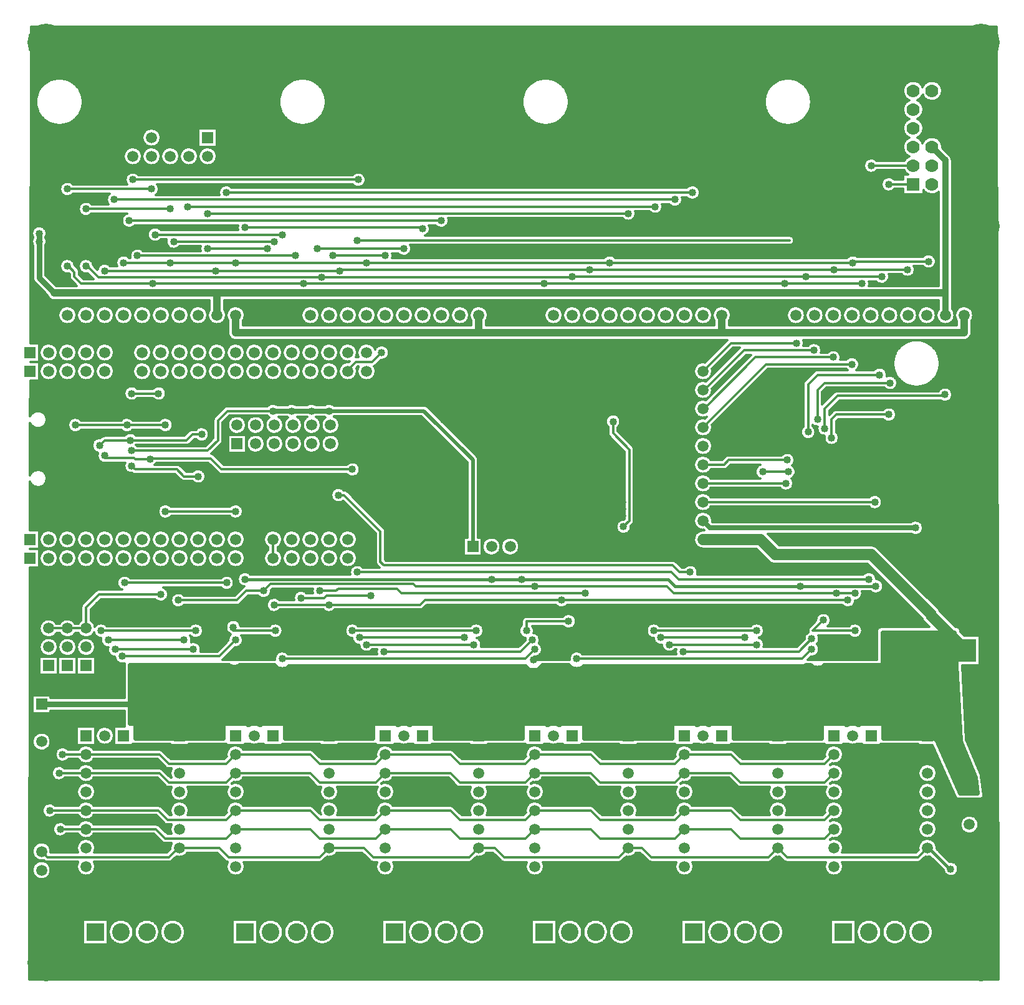
<source format=gbr>
G04 DipTrace 4.1.0.0*
G04 2 - Bottom.gbr*
%MOIN*%
G04 #@! TF.FileFunction,Copper,L2,Bot*
G04 #@! TF.Part,Single*
G04 #@! TA.AperFunction,Conductor*
%ADD15C,0.0256*%
G04 #@! TA.AperFunction,CopperBalancing*
%ADD16C,0.012*%
G04 #@! TA.AperFunction,Conductor*
%ADD17C,0.02*%
G04 #@! TA.AperFunction,CopperBalancing*
%ADD18C,0.025*%
G04 #@! TA.AperFunction,ViaPad*
%ADD19C,0.04*%
G04 #@! TA.AperFunction,Conductor*
%ADD20C,0.025591*%
%ADD21C,0.03*%
%ADD22C,0.015*%
%ADD23C,0.059055*%
%ADD25C,0.032199*%
%ADD28C,0.013*%
%ADD29C,0.061*%
G04 #@! TA.AperFunction,ComponentPad*
%ADD40R,0.059055X0.059055*%
%ADD41C,0.059055*%
%ADD42R,0.07X0.07*%
%ADD43C,0.07*%
%ADD47C,0.2*%
%ADD52R,0.094488X0.094488*%
%ADD53C,0.094488*%
%ADD54R,0.12X0.12*%
%ADD55C,0.12*%
%FSLAX26Y26*%
G04*
G70*
G90*
G75*
G01*
G04 Bottom*
%LPD*%
X987751Y3269000D2*
D16*
X1394000D1*
X1450249Y3325249D1*
Y3431499D1*
X1500251Y3481500D1*
X1744000D1*
D15*
X1844000D1*
X1950249D1*
X2043999D1*
D17*
X2550249D1*
X2812749Y3219000D1*
Y2756500D1*
X1444005Y3994000D2*
D19*
Y4112749D1*
X2806500D1*
X4087749D1*
X5337749D1*
D20*
Y4048286D1*
X5340406Y4045630D1*
Y3994000D1*
X5181500Y2856500D2*
D15*
X4081508D1*
X4044000Y2894008D1*
X494000Y4431500D2*
D21*
Y4194000D1*
X575251Y4112749D1*
D19*
X1444005D1*
D21*
Y3994000D1*
X3562749Y3425249D2*
D16*
Y3362751D1*
X3650249Y3275251D1*
Y2893999D1*
X3619000Y2862749D1*
X5340406Y3994000D2*
D25*
Y4822594D1*
X5269000Y4894000D1*
X862749Y2256500D2*
D16*
X1269000D1*
X825249Y2306500D2*
X1331500D1*
X844000Y3243114D2*
Y3230614D1*
X1001135D1*
X1006500Y3225249D1*
X1087749D1*
Y3228646D1*
X1409354D1*
X1469000Y3169000D1*
X2169000D1*
X2344005Y4312749D2*
X2062751D1*
X1019000D2*
X1862749D1*
X1744000Y2694000D2*
Y2794000D1*
X987751Y3187749D2*
X1006500Y3169000D1*
X1231500D1*
X1269000Y3131500D1*
X1344000D1*
X4362749Y3156500D2*
X4500251D1*
X981500Y3325249D2*
X1281500D1*
X1312751Y3356500D1*
X1362751D1*
X815875Y3297125D2*
X844000Y3325249D1*
X981500D1*
X1194000Y4275249D2*
X1544000D1*
X2244000D1*
X3544000D1*
X4844000D1*
Y4281500D1*
X5250249D1*
X1194000Y4275249D2*
X944005D1*
X4044000Y3394008D2*
X4381492Y3731500D1*
X4840406D1*
X2544005Y4456493D2*
X2537749Y4462749D1*
X1594000D1*
X4044000Y3094008D2*
X4487743D1*
X962751Y3406500D2*
X1169000D1*
Y2944000D2*
X1544000D1*
X687749Y3406500D2*
X962751D1*
X1112749Y4425249D2*
X1794000D1*
X2206500Y2269000D2*
X2769000D1*
X1212749Y4387749D2*
X1750249D1*
X1994000Y2519000D2*
X2081500D1*
X2094000Y2531500D1*
X2406499D1*
X2431499Y2506500D1*
X3412749D1*
X3644005Y4537749D2*
X1394000D1*
X3819000Y2269000D2*
X4269000D1*
X744000Y1244000D2*
X1119000D1*
X1169000Y1194000D1*
X1494000D1*
X1544000Y1244000D1*
X1944000D1*
X1994000Y1194000D1*
X2294000D1*
X2344000Y1244000D1*
X2694000D1*
X2744000Y1194000D1*
X3094000D1*
X3144000Y1244000D1*
X3444000D1*
X3494000Y1194000D1*
X3894000D1*
X3944000Y1244000D1*
X4194000D1*
X4244000Y1194000D1*
X4694000D1*
X4744000Y1244000D1*
X744000D2*
X606500D1*
X4044000Y3194008D2*
X4156508D1*
X4181500Y3219000D1*
X4494001D1*
X2094000Y3031500D2*
X2125251D1*
X2319000Y2837751D1*
Y2675249D1*
X2337749Y2656500D1*
X3881500D1*
X3919000Y2619000D1*
X3975251D1*
X2194000D2*
X3875249D1*
X3912749Y2581500D1*
X4931500D1*
X1750249Y2444000D2*
X2044000D1*
X3287749Y2469000D2*
X2556500D1*
X2531500Y2444000D1*
X2044000D1*
X4819000Y2469000D2*
X3287749D1*
X5169000Y4794000D2*
X4943999D1*
X4987749Y3675249D2*
X4656500D1*
X4606500Y3625249D1*
Y3369000D1*
X3100251Y2306500D2*
Y2356500D1*
X3325249D1*
X1531500Y2325249D2*
Y2306500D1*
X1756500D1*
X4687749Y2362749D2*
X4631500Y2306500D1*
X4856500D1*
X1244000Y1144000D2*
D28*
X1456500D1*
X1506500Y1094000D1*
X1994000D1*
X2044000Y1144000D1*
X2231500D1*
X2281500Y1094000D1*
X2794000D1*
X2844000Y1144000D1*
X2931500D1*
X2981500Y1094000D1*
X3594000D1*
X3644000Y1144000D1*
X3719000D1*
X3769000Y1094000D1*
X4394000D1*
X4444000Y1144000D1*
X4494000Y1094000D1*
X5194000D1*
X5244000Y1144000D1*
X1594000Y2581500D2*
D22*
X2912749D1*
X3074610D1*
X3856500D1*
X3894000Y2544000D1*
X4562749D1*
X4969000D1*
X5369000Y1031500D2*
X5362751D1*
X5250251Y1144000D1*
X5244000D1*
X506500Y1125249D2*
D16*
X537749Y1094000D1*
X1187751D1*
X1237751Y1144000D1*
X1244000D1*
X1144000Y2500249D2*
X812749D1*
X744000Y2431500D1*
Y2319000D1*
X644000D1*
X544000D1*
X950249Y2562749D2*
X1496362D1*
X3787749Y4575249D2*
X1287749D1*
X3781500Y2306500D2*
X4331500D1*
X4044000Y2994008D2*
X4962749D1*
X2444005Y4350249D2*
X1981499D1*
X1394000D2*
X1712749D1*
X2269000Y2494000D2*
X2031500D1*
X2019000Y2481500D1*
X1894000D1*
X5337749Y3569000D2*
Y3562749D1*
X4762749D1*
X4694000Y3494000D1*
Y3387749D1*
X844014Y4231500D2*
X1437471D1*
X2100249D1*
Y4237749D1*
X3437749D1*
X4744000D1*
X5137749D1*
X4044000Y3493999D2*
X4050249D1*
X4325251Y3769000D1*
X4740415D1*
X2644005Y4500249D2*
X975251D1*
X3894000Y4612921D2*
X894000D1*
X987749Y3575249D2*
X1132189D1*
X2169000Y2306500D2*
X2831500D1*
X744000Y4256500D2*
Y4262749D1*
X809364Y4197386D1*
X2004874D1*
X3344000D1*
Y4200249D1*
X4594000D1*
X5000249D1*
X4044000Y3593999D2*
X4050249D1*
X4262751Y3806500D1*
X4637749D1*
X1194000Y4562751D2*
X744000D1*
X937749Y2169000D2*
X1456500D1*
X1544000Y2256500D1*
X1794000Y2156500D2*
X3094000D1*
X3144000Y2206500D1*
X644014Y4256500D2*
X650251D1*
X681500Y4225251D1*
Y4200249D1*
X719000Y4162749D1*
X1101795D1*
X1906500D1*
X3194000D1*
X4481500D1*
X4044000Y3693999D2*
X4194001Y3844000D1*
X4544000D1*
X4481500Y4162749D2*
X4894000D1*
X1094000Y4669000D2*
X644014D1*
X1494000Y4650249D2*
X3987749D1*
X2194000Y4394000D2*
X4506500D1*
X994000Y4719000D2*
X2200249D1*
X2144000Y3694000D2*
Y3700251D1*
X2187749Y3744000D1*
X2275251D1*
X2325251Y3794000D1*
X3369000Y2156500D2*
X4575251D1*
X4625251Y2206500D1*
X5169000Y4694000D2*
X5037751D1*
X5044000Y3631500D2*
X4694000D1*
X4656500Y3594000D1*
Y3437749D1*
X1694000Y2519000D2*
X1600251D1*
X1550251Y2469000D1*
X1237751D1*
X4756500Y2506500D2*
X3887751D1*
X3850251Y2544000D1*
X3144000D1*
X2506500D1*
X2494000Y2556500D1*
X1731500D1*
X1694000Y2519000D1*
X4856500Y2506500D2*
X4756500D1*
X2244000Y2231500D2*
X2819000D1*
X900249Y2206500D2*
X1319000D1*
X2337749Y2194000D2*
X3069000D1*
X3131500Y2256500D1*
X3937749Y2194000D2*
X4556501D1*
X4625251Y2262749D1*
X3862749Y2231500D2*
X4331500D1*
X744000Y1644000D2*
X1137749D1*
X1187749Y1594000D1*
X1494000D1*
X1544000Y1644000D1*
X1944000D1*
X1994000Y1594000D1*
X2294000D1*
X2344000Y1644000D1*
X2694000D1*
X2744000Y1594000D1*
X3094000D1*
X3144000Y1644000D1*
X3444000D1*
X3494000Y1594000D1*
X3894000D1*
X3944000Y1644000D1*
X4194000D1*
X4244000Y1594000D1*
X4694000D1*
X4744000Y1644000D1*
X619000D2*
X744000D1*
Y1344000D2*
X1131500D1*
X1181500Y1294000D1*
X1494000D1*
X1544000Y1344000D1*
X1944000D1*
X1994000Y1294000D1*
X2294000D1*
X2344000Y1344000D1*
X2694000D1*
X2744000Y1294000D1*
X3094000D1*
X3144000Y1344000D1*
X3444000D1*
X3494000Y1294000D1*
X3894000D1*
X3944000Y1344000D1*
X4194000D1*
X4244000Y1294000D1*
X4694000D1*
X4744000Y1344000D1*
X550249D2*
X744000D1*
Y1544000D2*
X1137749D1*
X1187749Y1494000D1*
X1494000D1*
X1544000Y1544000D1*
X1944000D1*
X1994000Y1494000D1*
X2294000D1*
X2344000Y1544000D1*
X2694000D1*
X2744000Y1494000D1*
X3094000D1*
X3144000Y1544000D1*
X3444000D1*
X3494000Y1494000D1*
X3894000D1*
X3944000Y1544000D1*
X4194000D1*
X4244000Y1494000D1*
X4694000D1*
X4744000Y1544000D1*
X600249D2*
X744000D1*
X5037749Y3462749D2*
X4756500D1*
X4731500Y3437749D1*
Y3337749D1*
X1544005Y3994000D2*
D19*
Y3900249D1*
X2844000D1*
X4144000D1*
X5440406D1*
Y3994000D1*
X506500Y1912749D2*
D21*
X987749D1*
X994000Y1919000D1*
X2844000Y4000249D2*
D19*
Y3900249D1*
X4144000Y3994000D2*
Y3900249D1*
X4044000Y2794008D2*
D23*
X4104028D1*
D29*
X4350241D1*
X4431500Y2712749D1*
X4944000D1*
X5262749Y2394000D1*
Y2387751D1*
X5443999Y2206501D1*
Y2200249D1*
D19*
X987751Y3269000D3*
X1744000Y3481500D3*
X4087749Y4112749D3*
X2806500D3*
X5181500Y2856500D3*
X3562749Y3425249D3*
X3619000Y2862749D3*
X862749Y2256500D3*
X1269000D3*
X825249Y2306500D3*
X1331500D3*
X844000Y3243114D3*
X2169000Y3169000D3*
X1087749Y3225249D3*
X2344005Y4312749D3*
X2062751D3*
X1019000D3*
X1862749D3*
X987751Y3187749D3*
X1344000Y3131500D3*
X4362749Y3156500D3*
X4500251D3*
X981500Y3325249D3*
X1362751Y3356500D3*
X815875Y3297125D3*
X981500Y3325249D3*
X1194000Y4275249D3*
X5250249Y4281500D3*
X2244000Y4275249D3*
X944005D3*
X1194000D3*
X4840406Y3731500D3*
X4844000Y4275249D3*
X3544000D3*
X1544000D3*
X5250249Y4281500D3*
X2544005Y4456493D3*
X1594000Y4462749D3*
X4487743Y3094008D3*
X962751Y3406500D3*
X1169000D3*
Y2944000D3*
X1544000D3*
X687749Y3406500D3*
X962751D3*
X1112749Y4425249D3*
X1794000D3*
X2206500Y2269000D3*
X2769000D3*
X1212749Y4387749D3*
X1750249D3*
X1994000Y2519000D3*
X3412749Y2506500D3*
X3644005Y4537749D3*
X1394000D3*
X3819000Y2269000D3*
X4269000D3*
X606500Y1244000D3*
X4494001Y3219000D3*
X2094000Y3031500D3*
X3975251Y2619000D3*
X2194000D3*
X4931500Y2581500D3*
X1750249Y2444000D3*
X2044000D3*
X3287749Y2469000D3*
X4819000D3*
X3287749D3*
X4943999Y4794000D3*
X4987749Y3675249D3*
X4606500Y3369000D3*
X3100251Y2306500D3*
X3325249Y2356500D3*
X1531500Y2325249D3*
X1756500Y2306500D3*
X4687749Y2362749D3*
X4856500Y2306500D3*
X1594000Y2581500D3*
X2912749D3*
X3074610D3*
X4562749Y2544000D3*
X4969000D3*
X5369000Y1031500D3*
X950249Y2562749D3*
X1496362D3*
X3787749Y4575249D3*
X1287749D3*
X3781500Y2306500D3*
X4331500D3*
X4962749Y2994008D3*
X2444005Y4350249D3*
X1981499D3*
X1394000D3*
X1712749D3*
X2269000Y2494000D3*
X1894000Y2481500D3*
X5337749Y3569000D3*
X4694000Y3387749D3*
X844014Y4231500D3*
X5137749Y4237749D3*
X4740415Y3769000D3*
X2100249Y4231500D3*
X4744000Y4237749D3*
X3437749D3*
X1437471Y4231500D3*
X5137749Y4237749D3*
X2644005Y4500249D3*
X975251D3*
X3894000Y4612921D3*
X894000D3*
X987749Y3575249D3*
X1132189D3*
X2169000Y2306500D3*
X2831500D3*
X744000Y4256500D3*
X5000249Y4200249D3*
X2004874Y4197386D3*
X4637749Y3806500D3*
X4594000Y4200249D3*
X3344000D3*
X1194000Y4562751D3*
X744000D3*
X5000249Y4200249D3*
X937749Y2169000D3*
X1544000Y2256500D3*
X1794000Y2156500D3*
X3144000Y2206500D3*
X644014Y4256500D3*
X4481500Y4162749D3*
X4544000Y3844000D3*
X3194000Y4162749D3*
X1101795D3*
X1906500D3*
X4894000D3*
X1094000Y4669000D3*
X644014D3*
X4894000Y4162749D3*
X1494000Y4650249D3*
X3987749D3*
X2194000Y4394000D3*
X994000Y4719000D3*
X2200249D3*
X2325251Y3794000D3*
X3369000Y2156500D3*
X4625251Y2206500D3*
X5037751Y4694000D3*
X5044000Y3631500D3*
X4656500Y3437749D3*
X1694000Y2519000D3*
X1237751Y2469000D3*
X4756500Y2506500D3*
X1694000Y2519000D3*
X3144000Y2544000D3*
X4856500Y2506500D3*
X4756500D3*
X2244000Y2231500D3*
X2819000D3*
X900249Y2206500D3*
X1319000D3*
X2337749Y2194000D3*
X3131500Y2256500D3*
X3937749Y2194000D3*
X4625251Y2262749D3*
X3862749Y2231500D3*
X4331500D3*
X619000Y1644000D3*
X550249Y1344000D3*
X600249Y1544000D3*
X5037749Y3462749D3*
X4731500Y3337749D3*
X494000Y4387751D3*
Y4431500D3*
X1844000Y3481500D3*
X1950249D3*
X2119000Y2969000D3*
X3869000Y2881500D3*
X2043999Y3481500D3*
X3569000Y2994000D3*
X3612749D3*
X994000Y1919000D3*
Y1975249D3*
Y1856500D3*
X1094000Y1975249D3*
Y1919000D3*
Y1862751D3*
X1844000Y1919000D3*
Y1975249D3*
Y1862751D3*
X1944000Y1975249D3*
Y1919000D3*
X3612749Y2956500D3*
Y2919000D3*
X3569000D3*
Y2956500D3*
X3269000Y3512749D3*
Y3462749D3*
Y3419000D3*
X3387749Y3262749D3*
Y3175249D3*
X1944000Y1862751D3*
X2594000Y1919000D3*
Y1975249D3*
Y1862751D3*
X2694000Y1975249D3*
Y1919000D3*
Y1862751D3*
X3444000Y1919000D3*
Y1975249D3*
X1044000Y2387751D3*
X1000249D3*
X1087749D3*
X1850251D3*
X1894000D3*
X1937749D3*
X2600249D3*
X2644000D3*
X2687749D3*
X3450251D3*
X3494000D3*
X3537751D3*
X3444000Y1862751D3*
X3544000Y1975249D3*
Y1919000D3*
Y1862751D3*
X4144000Y1919000D3*
Y1975249D3*
Y1862751D3*
X4244000Y1975249D3*
Y1919000D3*
Y1862751D3*
X4975249Y1912751D3*
Y1969000D3*
X4150251Y2387751D3*
X4194000D3*
X4237749D3*
X4981500Y2381500D3*
X5025251D3*
X5069000D3*
X4975249Y1856501D3*
X5075251Y1969000D3*
Y1912751D3*
Y1856501D3*
X4506500Y2919000D3*
X4850249Y3125249D3*
X4887749Y3356500D3*
X2900249Y3337751D3*
X2943999D3*
X2900249Y3275251D3*
X2943999D3*
X2917341Y3045657D3*
X537749Y3531500D3*
X819000D3*
X856500Y3000249D3*
X2875251Y3512749D3*
X1606500Y2419000D3*
X4656500Y2162749D3*
X4619000Y2406500D3*
X1537749Y2169000D3*
X3137749Y2150249D3*
X3131500Y2406500D3*
X2437749Y3675249D3*
X2237749Y3419000D3*
X831500Y3356500D3*
X3387749Y3219000D3*
X3519000Y3262749D3*
Y3212749D3*
X5562749Y1937751D3*
X5519001D3*
X5562749Y1894000D3*
Y1850251D3*
X5519001Y1806500D3*
Y1762751D3*
Y1894000D3*
Y1850251D3*
X5562749Y1806500D3*
Y1762751D3*
X3106500Y2694000D3*
X1144000Y2500249D3*
X3519000Y3169000D3*
X3256500Y3006500D3*
Y2956500D3*
Y2906500D3*
X3781500Y2825249D3*
X5008995Y2269131D2*
D18*
X5387219D1*
X5008995Y2244262D2*
X5388547D1*
X5008995Y2219394D2*
X5389857D1*
X5008995Y2194525D2*
X5391185D1*
X5008995Y2169656D2*
X5392513D1*
X5008995Y2144787D2*
X5393840D1*
X5008995Y2119919D2*
X5395150D1*
X984009Y2095050D2*
X3117437D1*
X3158052D2*
X5396478D1*
X984009Y2070181D2*
X5397806D1*
X984009Y2045312D2*
X5399134D1*
X984009Y2020444D2*
X5400444D1*
X984009Y1995575D2*
X5401770D1*
X984009Y1970706D2*
X5403098D1*
X984009Y1945837D2*
X5404408D1*
X984009Y1920969D2*
X5405736D1*
X984009Y1896100D2*
X5407064D1*
X984009Y1871231D2*
X5408391D1*
X984009Y1846362D2*
X5409701D1*
X984009Y1821493D2*
X5411029D1*
X1014026Y1796625D2*
X1473978D1*
X1814028D2*
X2273979D1*
X2614030D2*
X3073963D1*
X3414033D2*
X3873966D1*
X4214034D2*
X4673967D1*
X5014037D2*
X5412357D1*
X1014026Y1771756D2*
X1473978D1*
X1814028D2*
X2273979D1*
X2614030D2*
X3073963D1*
X3414033D2*
X3873966D1*
X4214034D2*
X4673967D1*
X5014037D2*
X5413684D1*
X1014026Y1746887D2*
X1473978D1*
X1814028D2*
X2273979D1*
X2614030D2*
X3073963D1*
X3414033D2*
X3873966D1*
X4214034D2*
X4673967D1*
X5014037D2*
X5414995D1*
X5296337Y1722018D2*
X5416322D1*
X5307462Y1697150D2*
X5424612D1*
X5318567Y1672281D2*
X5435035D1*
X5329673Y1647412D2*
X5445459D1*
X5340780Y1622543D2*
X5455902D1*
X5351904Y1597675D2*
X5466327D1*
X5363010Y1572806D2*
X5476751D1*
X5374117Y1547937D2*
X5487175D1*
X5385240Y1523068D2*
X5497618D1*
X5396346Y1498199D2*
X5501026D1*
X5407453Y1473331D2*
X5504148D1*
X5418576Y1448462D2*
X5507252D1*
X4582211Y2113055D2*
X4591073Y2115444D1*
X4598276Y2119000D1*
X4618696Y2118999D1*
X4622348Y2115871D1*
X4630101Y2111105D1*
X4638505Y2107612D1*
X4647352Y2105475D1*
X4656424Y2104749D1*
X4665499Y2105451D1*
X4674350Y2107564D1*
X4682764Y2111037D1*
X4690530Y2115782D1*
X4694312Y2119004D1*
X4984811Y2119000D1*
X4994215Y2119001D1*
X5000374Y2120747D1*
X5004861Y2125312D1*
X5006500Y2131500D1*
X5006508Y2294000D1*
X5388396Y2293999D1*
X5419017Y1718345D1*
X5419972Y1714165D1*
X5500558Y1522003D1*
X5511091Y1437749D1*
X5420858Y1437744D1*
X5296559Y1715940D1*
X5292253Y1725374D1*
X5287688Y1729861D1*
X5281500Y1731500D1*
X5011528Y1731496D1*
Y1811528D1*
X4876472D1*
Y1803100D1*
X4875034Y1803974D1*
X4866579Y1807640D1*
X4857702Y1810123D1*
X4848571Y1811373D1*
X4839354Y1811367D1*
X4830224Y1810108D1*
X4821352Y1807615D1*
X4812900Y1803940D1*
X4811528Y1803211D1*
Y1811528D1*
X4676472D1*
X4676480Y1731500D1*
X4211528Y1731497D1*
Y1811528D1*
X4076472D1*
Y1803100D1*
X4075034Y1803974D1*
X4066579Y1807640D1*
X4057702Y1810123D1*
X4048571Y1811373D1*
X4039354Y1811367D1*
X4030224Y1810108D1*
X4021352Y1807615D1*
X4012900Y1803940D1*
X4011528Y1803211D1*
Y1811528D1*
X3876472D1*
X3876479Y1731500D1*
X3411528Y1731497D1*
Y1811528D1*
X3276472D1*
Y1803100D1*
X3275034Y1803974D1*
X3266579Y1807640D1*
X3257702Y1810123D1*
X3248571Y1811373D1*
X3239354Y1811367D1*
X3230224Y1810108D1*
X3221352Y1807615D1*
X3212900Y1803940D1*
X3211528Y1803211D1*
Y1811528D1*
X3076472D1*
X3076476Y1731500D1*
X2611528Y1731497D1*
Y1811528D1*
X2476472D1*
Y1803100D1*
X2475034Y1803974D1*
X2466579Y1807640D1*
X2457702Y1810123D1*
X2448571Y1811373D1*
X2439354Y1811367D1*
X2430224Y1810108D1*
X2421352Y1807615D1*
X2412900Y1803940D1*
X2411528Y1803211D1*
Y1811528D1*
X2276472D1*
X2276474Y1731500D1*
X1811528Y1731497D1*
Y1811528D1*
X1676472D1*
Y1803100D1*
X1675034Y1803974D1*
X1666579Y1807640D1*
X1657702Y1810123D1*
X1648571Y1811373D1*
X1639354Y1811367D1*
X1630224Y1810108D1*
X1621352Y1807615D1*
X1612900Y1803940D1*
X1611528Y1803211D1*
Y1811528D1*
X1476472D1*
Y1731500D1*
X1011528Y1731497D1*
Y1811528D1*
X981500Y1811533D1*
X981508Y2119000D1*
X1508677Y2118999D1*
X1511350Y2117356D1*
X1519755Y2113862D1*
X1528601Y2111726D1*
X1537673Y2111000D1*
X1546748Y2111702D1*
X1555600Y2113815D1*
X1564013Y2117287D1*
X1566812Y2118997D1*
X1749990Y2118999D1*
X1752934Y2115542D1*
X1759848Y2109622D1*
X1767601Y2104856D1*
X1776005Y2101362D1*
X1784852Y2099226D1*
X1793924Y2098500D1*
X1802999Y2099202D1*
X1811850Y2101315D1*
X1820264Y2104787D1*
X1828030Y2109533D1*
X1831797Y2112500D1*
X3093946Y2112504D1*
X3096684Y2109291D1*
X3103597Y2103371D1*
X3111350Y2098605D1*
X3119755Y2095112D1*
X3128601Y2092975D1*
X3137673Y2092249D1*
X3146748Y2092951D1*
X3155600Y2095064D1*
X3164013Y2098537D1*
X3171780Y2103282D1*
X3178707Y2109184D1*
X3184627Y2116097D1*
X3186411Y2118996D1*
X3324990Y2118999D1*
X3327934Y2115542D1*
X3334848Y2109622D1*
X3342601Y2104856D1*
X3351005Y2101362D1*
X3359852Y2099226D1*
X3368924Y2098500D1*
X3377999Y2099202D1*
X3386850Y2101315D1*
X3395264Y2104787D1*
X3403030Y2109533D1*
X3406793Y2112500D1*
X4575224D1*
X4582211Y2113055D1*
X451157Y5526131D2*
D16*
X5611840D1*
X451135Y5514262D2*
X5611864D1*
X451112Y5502394D2*
X5611887D1*
X451088Y5490525D2*
X5611923D1*
X451064Y5478656D2*
X5611945D1*
X451041Y5466787D2*
X5611969D1*
X451017Y5454919D2*
X5611992D1*
X450993Y5443050D2*
X5612016D1*
X450970Y5431181D2*
X5612051D1*
X450936Y5419312D2*
X5612075D1*
X450912Y5407444D2*
X5612098D1*
X450888Y5395575D2*
X5612121D1*
X450865Y5383706D2*
X5612156D1*
X450841Y5371837D2*
X5612180D1*
X450818Y5359969D2*
X5612203D1*
X450795Y5348100D2*
X5612227D1*
X450772Y5336231D2*
X5612262D1*
X450748Y5324362D2*
X5612285D1*
X450713Y5312493D2*
X5612308D1*
X450689Y5300625D2*
X5612332D1*
X450665Y5288756D2*
X5612356D1*
X450642Y5276887D2*
X5612391D1*
X450619Y5265018D2*
X5612415D1*
X450596Y5253150D2*
X559266D1*
X644482D2*
X1859273D1*
X1944478D2*
X3159270D1*
X3244474D2*
X4455668D1*
X4540885D2*
X5612437D1*
X450572Y5241281D2*
X534633D1*
X669115D2*
X1834640D1*
X1969112D2*
X3134636D1*
X3269108D2*
X4431035D1*
X4565505D2*
X5141215D1*
X5196783D2*
X5241223D1*
X5296780D2*
X5612461D1*
X450549Y5229412D2*
X518660D1*
X685088D2*
X1818668D1*
X1985084D2*
X3118664D1*
X3285080D2*
X4415063D1*
X4581478D2*
X5126719D1*
X5211280D2*
X5226715D1*
X5311287D2*
X5612496D1*
X450525Y5217543D2*
X506824D1*
X696924D2*
X1806820D1*
X1996932D2*
X3106816D1*
X3296928D2*
X4403227D1*
X4593325D2*
X5118937D1*
X5319068D2*
X5612520D1*
X450501Y5205675D2*
X497672D1*
X706076D2*
X1797668D1*
X2006072D2*
X3097676D1*
X3306080D2*
X4394075D1*
X4602478D2*
X5114836D1*
X5323169D2*
X5612543D1*
X450467Y5193806D2*
X490547D1*
X713201D2*
X1790543D1*
X2013209D2*
X3090539D1*
X3313205D2*
X4386949D1*
X4609604D2*
X5113559D1*
X5324436D2*
X5612567D1*
X450444Y5181937D2*
X485063D1*
X718685D2*
X1785059D1*
X2018681D2*
X3085067D1*
X3318689D2*
X4381465D1*
X4615088D2*
X5114919D1*
X5323076D2*
X5612591D1*
X450420Y5170068D2*
X480996D1*
X722752D2*
X1781004D1*
X2022748D2*
X3081000D1*
X3322744D2*
X4377399D1*
X4619154D2*
X5119125D1*
X5318881D2*
X5612625D1*
X450396Y5158199D2*
X478219D1*
X725529D2*
X1778215D1*
X2025537D2*
X3078211D1*
X3325533D2*
X4374609D1*
X4621932D2*
X5127059D1*
X5210951D2*
X5227055D1*
X5310948D2*
X5612648D1*
X450373Y5146331D2*
X476625D1*
X727123D2*
X1776621D1*
X2027131D2*
X3076617D1*
X3327127D2*
X4373028D1*
X4623525D2*
X5141919D1*
X5196080D2*
X5241927D1*
X5296076D2*
X5612672D1*
X450349Y5134462D2*
X476180D1*
X727568D2*
X1776176D1*
X2027576D2*
X3076172D1*
X3327572D2*
X4372583D1*
X4623970D2*
X5131676D1*
X5206322D2*
X5612696D1*
X450325Y5122593D2*
X476860D1*
X726888D2*
X1776867D1*
X2026885D2*
X3076864D1*
X3326881D2*
X4373262D1*
X4623280D2*
X5121703D1*
X5216295D2*
X5612731D1*
X450303Y5110724D2*
X478711D1*
X725037D2*
X1778707D1*
X2025045D2*
X3078703D1*
X3325041D2*
X4375113D1*
X4621440D2*
X5116207D1*
X5221803D2*
X5612755D1*
X450280Y5098856D2*
X481759D1*
X721990D2*
X1781755D1*
X2021986D2*
X3081762D1*
X3321993D2*
X4378160D1*
X4618392D2*
X5113781D1*
X5224217D2*
X5612777D1*
X450244Y5086987D2*
X486105D1*
X717642D2*
X1786113D1*
X2017638D2*
X3086109D1*
X3317635D2*
X4382508D1*
X4614045D2*
X5114016D1*
X5223982D2*
X5612801D1*
X450220Y5075118D2*
X491919D1*
X711829D2*
X1791927D1*
X2011825D2*
X3091923D1*
X3311822D2*
X4388320D1*
X4608232D2*
X5116957D1*
X5221052D2*
X5612824D1*
X450197Y5063249D2*
X499441D1*
X704306D2*
X1799449D1*
X2004303D2*
X3099445D1*
X3304299D2*
X4395844D1*
X4600709D2*
X5123121D1*
X5214877D2*
X5612860D1*
X450173Y5051381D2*
X509098D1*
X694650D2*
X1809094D1*
X1994646D2*
X3109102D1*
X3294654D2*
X4405500D1*
X4591052D2*
X5134255D1*
X5203744D2*
X5612883D1*
X450150Y5039512D2*
X521660D1*
X682088D2*
X1821668D1*
X1982084D2*
X3121664D1*
X3282092D2*
X4418063D1*
X4578490D2*
X5138297D1*
X5199713D2*
X5612907D1*
X450127Y5027643D2*
X538887D1*
X664861D2*
X1838883D1*
X1964869D2*
X3138879D1*
X3264865D2*
X4435289D1*
X4561264D2*
X5125255D1*
X5212744D2*
X5612930D1*
X450104Y5015774D2*
X567340D1*
X636408D2*
X1867336D1*
X1936416D2*
X3167332D1*
X3236412D2*
X4463743D1*
X4532810D2*
X5118117D1*
X5219881D2*
X5612965D1*
X450080Y5003906D2*
X5114472D1*
X5223525D2*
X5612988D1*
X450056Y4992037D2*
X1084395D1*
X1103612D2*
X1344035D1*
X1443970D2*
X5113594D1*
X5224404D2*
X5613012D1*
X450033Y4980168D2*
X1060091D1*
X1127916D2*
X1344035D1*
X1443970D2*
X5115352D1*
X5222646D2*
X5613035D1*
X449997Y4968299D2*
X1050516D1*
X1137478D2*
X1344035D1*
X1443970D2*
X5120039D1*
X5217959D2*
X5613059D1*
X449974Y4956430D2*
X1045640D1*
X1142353D2*
X1344035D1*
X1443970D2*
X5128676D1*
X5209322D2*
X5613094D1*
X449951Y4944562D2*
X1044035D1*
X1143959D2*
X1344035D1*
X1443970D2*
X5145492D1*
X5192517D2*
X5248160D1*
X5289829D2*
X5613117D1*
X449928Y4932693D2*
X1045360D1*
X1142635D2*
X1344035D1*
X1443970D2*
X5129789D1*
X5208209D2*
X5229785D1*
X5308217D2*
X5613140D1*
X449904Y4920824D2*
X1049895D1*
X1138112D2*
X1344035D1*
X1443970D2*
X5120660D1*
X5317345D2*
X5613164D1*
X449881Y4908955D2*
X1058883D1*
X1129112D2*
X1344035D1*
X1443970D2*
X5115668D1*
X5322337D2*
X5613199D1*
X449857Y4897087D2*
X1079484D1*
X1108521D2*
X1344035D1*
X1443970D2*
X5113652D1*
X5324353D2*
X5613223D1*
X449833Y4885218D2*
X966739D1*
X1021264D2*
X1066735D1*
X1121260D2*
X1166731D1*
X1221268D2*
X1266739D1*
X1321264D2*
X1366735D1*
X1421260D2*
X5114273D1*
X5328959D2*
X5613247D1*
X449810Y4873349D2*
X953848D1*
X1034142D2*
X1053856D1*
X1134150D2*
X1153852D1*
X1234146D2*
X1253848D1*
X1334142D2*
X1353856D1*
X1434150D2*
X5117648D1*
X5340829D2*
X5613270D1*
X449776Y4861480D2*
X947273D1*
X1040728D2*
X1047270D1*
X1140724D2*
X1147277D1*
X1240732D2*
X1247273D1*
X1340728D2*
X1347270D1*
X1440724D2*
X5124387D1*
X5352701D2*
X5613293D1*
X449752Y4849612D2*
X944356D1*
X1443642D2*
X5136633D1*
X5364572D2*
X5613328D1*
X449728Y4837743D2*
X944437D1*
X1443560D2*
X5135731D1*
X5373537D2*
X5613352D1*
X449705Y4825874D2*
X947531D1*
X1040470D2*
X1047528D1*
X1140478D2*
X1147524D1*
X1240474D2*
X1247531D1*
X1340470D2*
X1347528D1*
X1440478D2*
X4919907D1*
X4968092D2*
X5123919D1*
X5376795D2*
X5613375D1*
X449681Y4814005D2*
X954352D1*
X1033650D2*
X1054348D1*
X1133657D2*
X1154344D1*
X1233654D2*
X1254352D1*
X1333650D2*
X1354348D1*
X1433657D2*
X4909043D1*
X5376948D2*
X5613399D1*
X449657Y4802136D2*
X967781D1*
X1020209D2*
X1067789D1*
X1120217D2*
X1167785D1*
X1220213D2*
X1267781D1*
X1320209D2*
X1367789D1*
X1420217D2*
X4904415D1*
X5376948D2*
X5613434D1*
X449635Y4790268D2*
X4903735D1*
X5376948D2*
X5613457D1*
X449612Y4778399D2*
X4906793D1*
X5376948D2*
X5613480D1*
X449588Y4766530D2*
X4914773D1*
X4973224D2*
X5121035D1*
X5376948D2*
X5613504D1*
X449552Y4754661D2*
X976430D1*
X1011572D2*
X2182676D1*
X2217818D2*
X5130457D1*
X5376948D2*
X5613528D1*
X449529Y4742793D2*
X961594D1*
X2232654D2*
X5113559D1*
X5376948D2*
X5613563D1*
X449505Y4730924D2*
X955419D1*
X2238829D2*
X5023266D1*
X5052232D2*
X5113559D1*
X5376948D2*
X5613587D1*
X449482Y4719055D2*
X953555D1*
X2240693D2*
X5006356D1*
X5376948D2*
X5613609D1*
X449459Y4707186D2*
X633785D1*
X654244D2*
X955383D1*
X2238865D2*
X4999594D1*
X5376948D2*
X5613633D1*
X449436Y4695318D2*
X613711D1*
X674318D2*
X961512D1*
X2232736D2*
X4997332D1*
X5376948D2*
X5613668D1*
X449412Y4683449D2*
X606328D1*
X1131677D2*
X1471887D1*
X1516123D2*
X2182441D1*
X2218064D2*
X3965636D1*
X4009873D2*
X4998751D1*
X5376948D2*
X5613692D1*
X449388Y4671580D2*
X603656D1*
X1134349D2*
X1459864D1*
X4021885D2*
X5004352D1*
X5376948D2*
X5613715D1*
X449365Y4659711D2*
X604688D1*
X1133329D2*
X1454719D1*
X4027029D2*
X5017465D1*
X5058033D2*
X5113559D1*
X5376948D2*
X5613739D1*
X449341Y4647843D2*
X609762D1*
X1128244D2*
X1453629D1*
X4028119D2*
X5113559D1*
X5224440D2*
X5239312D1*
X5376948D2*
X5613762D1*
X449306Y4635974D2*
X621621D1*
X666408D2*
X861047D1*
X4025505D2*
X5303871D1*
X5376948D2*
X5613797D1*
X449283Y4624105D2*
X855188D1*
X3932810D2*
X3957293D1*
X4018217D2*
X5303871D1*
X5376948D2*
X5613820D1*
X449260Y4612236D2*
X853571D1*
X3934440D2*
X3976816D1*
X3998681D2*
X5303871D1*
X5376948D2*
X5613844D1*
X449236Y4600367D2*
X731625D1*
X756373D2*
X855621D1*
X3932377D2*
X5303871D1*
X5376948D2*
X5613867D1*
X449213Y4588499D2*
X713192D1*
X774806D2*
X862091D1*
X3925908D2*
X5303871D1*
X5376948D2*
X5613903D1*
X449189Y4576630D2*
X706102D1*
X3828161D2*
X3877875D1*
X3910123D2*
X5303871D1*
X5376948D2*
X5613927D1*
X449165Y4564761D2*
X703617D1*
X3826768D2*
X5303871D1*
X5376948D2*
X5613949D1*
X449142Y4552892D2*
X704824D1*
X3821201D2*
X5303871D1*
X5376948D2*
X5613972D1*
X449119Y4541024D2*
X710121D1*
X3684314D2*
X3767356D1*
X3808146D2*
X5303871D1*
X5376948D2*
X5613996D1*
X449084Y4529155D2*
X722520D1*
X765478D2*
X947508D1*
X3683493D2*
X5303871D1*
X5376948D2*
X5614031D1*
X449060Y4517286D2*
X938707D1*
X3678689D2*
X5303871D1*
X5376948D2*
X5614055D1*
X449037Y4505417D2*
X935156D1*
X2684108D2*
X3620567D1*
X3667440D2*
X5303871D1*
X5376948D2*
X5614079D1*
X449013Y4493549D2*
X935391D1*
X2683873D2*
X5303871D1*
X5376948D2*
X5614102D1*
X448990Y4481680D2*
X939480D1*
X2679772D2*
X5303871D1*
X5376948D2*
X5614136D1*
X448967Y4469811D2*
X484312D1*
X503693D2*
X949289D1*
X1001213D2*
X1554199D1*
X2582119D2*
X2618039D1*
X2669974D2*
X5303871D1*
X5376948D2*
X5614160D1*
X448944Y4457942D2*
X463804D1*
X524189D2*
X1089844D1*
X1135650D2*
X1553860D1*
X2584416D2*
X5303871D1*
X5376948D2*
X5614184D1*
X448920Y4446073D2*
X456364D1*
X531631D2*
X1078289D1*
X2583033D2*
X5303871D1*
X5376948D2*
X5614207D1*
X534349Y4434205D2*
X1073344D1*
X2577501D2*
X5303871D1*
X5376948D2*
X5614243D1*
X533353Y4422336D2*
X1072419D1*
X2564517D2*
X5303871D1*
X5376948D2*
X5614266D1*
X448837Y4410467D2*
X458555D1*
X529440D2*
X1075196D1*
X4526833D2*
X5303871D1*
X5376948D2*
X5614289D1*
X448814Y4398598D2*
X455087D1*
X532908D2*
X1082743D1*
X1142752D2*
X1173844D1*
X4532517D2*
X5303871D1*
X5376948D2*
X5614312D1*
X534432Y4386730D2*
X1104071D1*
X1121436D2*
X1172320D1*
X4531873D2*
X5303871D1*
X5376948D2*
X5614336D1*
X448768Y4374861D2*
X455743D1*
X532264D2*
X1174488D1*
X4524150D2*
X5303871D1*
X5376948D2*
X5614371D1*
X448744Y4362992D2*
X458555D1*
X529440D2*
X1181109D1*
X2482322D2*
X5303871D1*
X5376948D2*
X5614395D1*
X448720Y4351123D2*
X458555D1*
X529440D2*
X1009605D1*
X1028400D2*
X1197469D1*
X1228029D2*
X1353575D1*
X2484432D2*
X5303871D1*
X5376948D2*
X5614419D1*
X448697Y4339255D2*
X458555D1*
X529440D2*
X988864D1*
X1049131D2*
X1355133D1*
X2482873D2*
X5303871D1*
X5376948D2*
X5614441D1*
X448673Y4327386D2*
X458555D1*
X529440D2*
X981387D1*
X2477096D2*
X5303871D1*
X5376948D2*
X5614476D1*
X448650Y4315517D2*
X458555D1*
X529440D2*
X978656D1*
X2384353D2*
X2424539D1*
X2463467D2*
X5229492D1*
X5271009D2*
X5303871D1*
X5376948D2*
X5614500D1*
X448615Y4303648D2*
X458555D1*
X529440D2*
X915727D1*
X972280D2*
X979629D1*
X2383381D2*
X3515719D1*
X3572283D2*
X4815727D1*
X5283841D2*
X5303871D1*
X5376948D2*
X5614524D1*
X448592Y4291780D2*
X458555D1*
X529440D2*
X625640D1*
X662388D2*
X725625D1*
X762385D2*
X907219D1*
X5289314D2*
X5303871D1*
X5376948D2*
X5614547D1*
X448568Y4279911D2*
X458555D1*
X529440D2*
X611320D1*
X676709D2*
X711304D1*
X776693D2*
X903844D1*
X5290661D2*
X5303871D1*
X5376948D2*
X5614571D1*
X448545Y4268042D2*
X458555D1*
X529440D2*
X605308D1*
X682720D2*
X705293D1*
X782705D2*
X828516D1*
X859509D2*
X904231D1*
X5288306D2*
X5303871D1*
X5376948D2*
X5614605D1*
X448521Y4256173D2*
X458555D1*
X529440D2*
X603575D1*
X687467D2*
X703559D1*
X787474D2*
X812297D1*
X5173592D2*
X5219075D1*
X5281416D2*
X5303871D1*
X5376948D2*
X5614629D1*
X448497Y4244304D2*
X458555D1*
X529440D2*
X605520D1*
X699337D2*
X705504D1*
X799345D2*
X805723D1*
X5177635D2*
X5236547D1*
X5263955D2*
X5303871D1*
X5376948D2*
X5614652D1*
X448474Y4232436D2*
X458555D1*
X529440D2*
X611824D1*
X5177833D2*
X5303871D1*
X5376948D2*
X5614676D1*
X448451Y4220567D2*
X458555D1*
X529440D2*
X627047D1*
X707940D2*
X727031D1*
X5174224D2*
X5303871D1*
X5376948D2*
X5614711D1*
X448428Y4208698D2*
X458555D1*
X529440D2*
X655055D1*
X709944D2*
X761156D1*
X5039764D2*
X5110172D1*
X5165329D2*
X5303871D1*
X5376948D2*
X5614735D1*
X448392Y4196829D2*
X458555D1*
X540795D2*
X655289D1*
X721814D2*
X773028D1*
X5040537D2*
X5303871D1*
X5376948D2*
X5614759D1*
X448369Y4184961D2*
X459773D1*
X552665D2*
X660223D1*
X5037584D2*
X5303871D1*
X5376948D2*
X5614781D1*
X448345Y4173092D2*
X465680D1*
X564525D2*
X671766D1*
X4933052D2*
X4970731D1*
X5029780D2*
X5303871D1*
X5376948D2*
X5614804D1*
X448322Y4161223D2*
X477152D1*
X576396D2*
X683636D1*
X4934412D2*
X4994965D1*
X5005545D2*
X5303871D1*
X5376948D2*
X5614840D1*
X448299Y4149354D2*
X489024D1*
X5376948D2*
X5614864D1*
X448276Y4137486D2*
X500895D1*
X5376948D2*
X5614887D1*
X448252Y4125617D2*
X512766D1*
X5376948D2*
X5614911D1*
X448228Y4113748D2*
X524625D1*
X5378177D2*
X5614945D1*
X448205Y4101879D2*
X536344D1*
X5376948D2*
X5614969D1*
X448181Y4090010D2*
X542075D1*
X5376948D2*
X5614992D1*
X448146Y4078142D2*
X555551D1*
X5376948D2*
X5615016D1*
X448123Y4066273D2*
X1403567D1*
X1484448D2*
X5303871D1*
X5376948D2*
X5615039D1*
X448100Y4054404D2*
X1403567D1*
X1484448D2*
X5303871D1*
X5376948D2*
X5615075D1*
X448076Y4042535D2*
X638063D1*
X649967D2*
X738059D1*
X749963D2*
X838067D1*
X849970D2*
X938051D1*
X949955D2*
X1038047D1*
X1049963D2*
X1138055D1*
X1149959D2*
X1238051D1*
X1249955D2*
X1338047D1*
X1349963D2*
X1403567D1*
X1484448D2*
X1538051D1*
X1549955D2*
X1938059D1*
X1949963D2*
X2038067D1*
X2049970D2*
X2138063D1*
X2149967D2*
X2238047D1*
X2249963D2*
X2338055D1*
X2349959D2*
X2438051D1*
X2449955D2*
X2538047D1*
X2549963D2*
X2638055D1*
X2649959D2*
X2738051D1*
X2749955D2*
X2838047D1*
X2849963D2*
X3238067D1*
X3249970D2*
X3338063D1*
X3349967D2*
X3438059D1*
X3449963D2*
X3538055D1*
X3549959D2*
X3638051D1*
X3649955D2*
X3738047D1*
X3749963D2*
X3838055D1*
X3849959D2*
X3938051D1*
X3949955D2*
X4038047D1*
X4049963D2*
X4138055D1*
X4149959D2*
X4534465D1*
X4546369D2*
X4634461D1*
X4646365D2*
X4734457D1*
X4746373D2*
X4834453D1*
X4846357D2*
X4934449D1*
X4946353D2*
X5034457D1*
X5046361D2*
X5134453D1*
X5146357D2*
X5234449D1*
X5246353D2*
X5303871D1*
X5376948D2*
X5434453D1*
X5446357D2*
X5615098D1*
X448052Y4030667D2*
X610664D1*
X677365D2*
X710660D1*
X777373D2*
X810656D1*
X877369D2*
X910652D1*
X977353D2*
X1010648D1*
X1077361D2*
X1110656D1*
X1177357D2*
X1210652D1*
X1277353D2*
X1310648D1*
X1377361D2*
X1403567D1*
X1484448D2*
X1510652D1*
X1577353D2*
X1910660D1*
X1977373D2*
X2010656D1*
X2077369D2*
X2110664D1*
X2177365D2*
X2210648D1*
X2277361D2*
X2310656D1*
X2377357D2*
X2410652D1*
X2477353D2*
X2510648D1*
X2577361D2*
X2610656D1*
X2677357D2*
X2710652D1*
X2777353D2*
X2810648D1*
X2877361D2*
X3210656D1*
X3277369D2*
X3310664D1*
X3377365D2*
X3410660D1*
X3477373D2*
X3510656D1*
X3577357D2*
X3610652D1*
X3677353D2*
X3710648D1*
X3777361D2*
X3810656D1*
X3877357D2*
X3910652D1*
X3977353D2*
X4010648D1*
X4077361D2*
X4110656D1*
X4177357D2*
X4507067D1*
X4573768D2*
X4607063D1*
X4673764D2*
X4707059D1*
X4773772D2*
X4807055D1*
X4873756D2*
X4907051D1*
X4973764D2*
X5007047D1*
X5073760D2*
X5107055D1*
X5173756D2*
X5207051D1*
X5273764D2*
X5303871D1*
X5376948D2*
X5407055D1*
X5473756D2*
X5615121D1*
X448029Y4018798D2*
X600820D1*
X687209D2*
X700816D1*
X787205D2*
X800824D1*
X887201D2*
X900808D1*
X987197D2*
X1000816D1*
X1087193D2*
X1100812D1*
X1187201D2*
X1200808D1*
X1287197D2*
X1300816D1*
X1387193D2*
X1400812D1*
X1487201D2*
X1500808D1*
X1587197D2*
X1900816D1*
X1987205D2*
X2000824D1*
X2087201D2*
X2100820D1*
X2187209D2*
X2200816D1*
X2287193D2*
X2300812D1*
X2387201D2*
X2400808D1*
X2487197D2*
X2500816D1*
X2587193D2*
X2600812D1*
X2687201D2*
X2700808D1*
X2787197D2*
X2800816D1*
X2887193D2*
X3200824D1*
X3287201D2*
X3300820D1*
X3387209D2*
X3400816D1*
X3487205D2*
X3500812D1*
X3587201D2*
X3600808D1*
X3687197D2*
X3700816D1*
X3787193D2*
X3800812D1*
X3887201D2*
X3900808D1*
X3987197D2*
X4000816D1*
X4087193D2*
X4100812D1*
X4187201D2*
X4497223D1*
X4583612D2*
X4597219D1*
X4683608D2*
X4697227D1*
X4783604D2*
X4797211D1*
X4883600D2*
X4897219D1*
X4983596D2*
X4997215D1*
X5083604D2*
X5097211D1*
X5183600D2*
X5197219D1*
X5283596D2*
X5297215D1*
X5383604D2*
X5397211D1*
X5483600D2*
X5615144D1*
X448005Y4006929D2*
X595793D1*
X1592224D2*
X1895789D1*
X2892232D2*
X3195797D1*
X4192228D2*
X4492196D1*
X5488627D2*
X5615180D1*
X447982Y3995060D2*
X594059D1*
X1593959D2*
X1894055D1*
X2893967D2*
X3194063D1*
X4193963D2*
X4490461D1*
X5490361D2*
X5615203D1*
X447959Y3983192D2*
X595255D1*
X1592764D2*
X1895262D1*
X2892760D2*
X3195259D1*
X4192756D2*
X4491656D1*
X5489165D2*
X5615227D1*
X447924Y3971323D2*
X599636D1*
X688392D2*
X699644D1*
X788388D2*
X799640D1*
X888385D2*
X899625D1*
X988381D2*
X999633D1*
X1088377D2*
X1099629D1*
X1188385D2*
X1199625D1*
X1288381D2*
X1299633D1*
X1388377D2*
X1399629D1*
X1488385D2*
X1499625D1*
X1588381D2*
X1899644D1*
X1988388D2*
X1999640D1*
X2088385D2*
X2099636D1*
X2188392D2*
X2199633D1*
X2288377D2*
X2299629D1*
X2388385D2*
X2399625D1*
X2488381D2*
X2499633D1*
X2588377D2*
X2599629D1*
X2688385D2*
X2699625D1*
X2788381D2*
X2799633D1*
X2888377D2*
X3199640D1*
X3288385D2*
X3299636D1*
X3388392D2*
X3399644D1*
X3488388D2*
X3499629D1*
X3588385D2*
X3599625D1*
X3688381D2*
X3699633D1*
X3788377D2*
X3799629D1*
X3888385D2*
X3899625D1*
X3988381D2*
X3999633D1*
X4088377D2*
X4099629D1*
X4188385D2*
X4496039D1*
X4584795D2*
X4596035D1*
X4684791D2*
X4696043D1*
X4784787D2*
X4796028D1*
X4884783D2*
X4896035D1*
X4984780D2*
X4996031D1*
X5084776D2*
X5096028D1*
X5184783D2*
X5196035D1*
X5284780D2*
X5296031D1*
X5384776D2*
X5396028D1*
X5484783D2*
X5615251D1*
X447900Y3959454D2*
X608391D1*
X679638D2*
X708399D1*
X779635D2*
X808395D1*
X879631D2*
X908379D1*
X979627D2*
X1008387D1*
X1079623D2*
X1108383D1*
X1179631D2*
X1208379D1*
X1279627D2*
X1308387D1*
X1379623D2*
X1408383D1*
X1479631D2*
X1503563D1*
X1584444D2*
X1908399D1*
X1979635D2*
X2008395D1*
X2079631D2*
X2108391D1*
X2179638D2*
X2208387D1*
X2279623D2*
X2308383D1*
X2379631D2*
X2408379D1*
X2479627D2*
X2508387D1*
X2579623D2*
X2608383D1*
X2679631D2*
X2708379D1*
X2779627D2*
X2803559D1*
X2884440D2*
X3208395D1*
X3279631D2*
X3308391D1*
X3379638D2*
X3408399D1*
X3479635D2*
X3508383D1*
X3579631D2*
X3608379D1*
X3679627D2*
X3708387D1*
X3779623D2*
X3808383D1*
X3879631D2*
X3908379D1*
X3979627D2*
X4008387D1*
X4079623D2*
X4103555D1*
X4184436D2*
X4504793D1*
X4576041D2*
X4604789D1*
X4676037D2*
X4704797D1*
X4776033D2*
X4804781D1*
X4876029D2*
X4904789D1*
X4976025D2*
X5004785D1*
X5076033D2*
X5104781D1*
X5176029D2*
X5204789D1*
X5276025D2*
X5304785D1*
X5376033D2*
X5399965D1*
X5480845D2*
X5615273D1*
X447877Y3947585D2*
X627844D1*
X660173D2*
X727852D1*
X760181D2*
X827848D1*
X860177D2*
X927844D1*
X960173D2*
X1027840D1*
X1060169D2*
X1127836D1*
X1160165D2*
X1227844D1*
X1260173D2*
X1327840D1*
X1360169D2*
X1427836D1*
X1460165D2*
X1503563D1*
X1584444D2*
X1927852D1*
X1960181D2*
X2027848D1*
X2060177D2*
X2127844D1*
X2160173D2*
X2227840D1*
X2260169D2*
X2327836D1*
X2360165D2*
X2427844D1*
X2460173D2*
X2527840D1*
X2560169D2*
X2627836D1*
X2660165D2*
X2727844D1*
X2760173D2*
X2803559D1*
X2884440D2*
X3227848D1*
X3260177D2*
X3327844D1*
X3360173D2*
X3427852D1*
X3460181D2*
X3527836D1*
X3560165D2*
X3627844D1*
X3660173D2*
X3727840D1*
X3760169D2*
X3827836D1*
X3860165D2*
X3927844D1*
X3960173D2*
X4027840D1*
X4060169D2*
X4103555D1*
X4184436D2*
X4524247D1*
X4556576D2*
X4624255D1*
X4656584D2*
X4724251D1*
X4756580D2*
X4824247D1*
X4856576D2*
X4924243D1*
X4956572D2*
X5024239D1*
X5056568D2*
X5124247D1*
X5156576D2*
X5224243D1*
X5256572D2*
X5324239D1*
X5356568D2*
X5399965D1*
X5480845D2*
X5615308D1*
X447853Y3935717D2*
X1503563D1*
X5480845D2*
X5615332D1*
X447829Y3923848D2*
X1503563D1*
X5480845D2*
X5615356D1*
X447806Y3911979D2*
X1503563D1*
X5480845D2*
X5615379D1*
X447783Y3900110D2*
X1503563D1*
X5480845D2*
X5615415D1*
X447760Y3888241D2*
X1505449D1*
X5478959D2*
X5615437D1*
X447736Y3876373D2*
X1511660D1*
X5472748D2*
X5615461D1*
X447701Y3864504D2*
X1526613D1*
X5457795D2*
X5615484D1*
X447677Y3852635D2*
X4165747D1*
X4583482D2*
X5140605D1*
X5230861D2*
X5615508D1*
X493967Y3840766D2*
X528972D1*
X559029D2*
X628969D1*
X659025D2*
X728976D1*
X759021D2*
X828972D1*
X859029D2*
X1028976D1*
X1059021D2*
X1128972D1*
X1159029D2*
X1228969D1*
X1259025D2*
X1328976D1*
X1359021D2*
X1428972D1*
X1459029D2*
X1528969D1*
X1559025D2*
X1628976D1*
X1659021D2*
X1728972D1*
X1759029D2*
X1828969D1*
X1859025D2*
X1928976D1*
X1959021D2*
X2028972D1*
X2059029D2*
X2128969D1*
X2159025D2*
X2228976D1*
X2259021D2*
X4153875D1*
X4584303D2*
X4617434D1*
X4658072D2*
X5117051D1*
X5254416D2*
X5615543D1*
X493967Y3828898D2*
X508735D1*
X579268D2*
X608731D1*
X679264D2*
X708739D1*
X779260D2*
X808735D1*
X879268D2*
X1008739D1*
X1079260D2*
X1108735D1*
X1179268D2*
X1208731D1*
X1279264D2*
X1308739D1*
X1379260D2*
X1408735D1*
X1479268D2*
X1508731D1*
X1579264D2*
X1608739D1*
X1679260D2*
X1708735D1*
X1779268D2*
X1808731D1*
X1879264D2*
X1908739D1*
X1979260D2*
X2008735D1*
X2079268D2*
X2108731D1*
X2179264D2*
X2208739D1*
X2279260D2*
X2306109D1*
X2344392D2*
X4142004D1*
X4671173D2*
X5101488D1*
X5269978D2*
X5615567D1*
X588185Y3817029D2*
X599812D1*
X688193D2*
X699808D1*
X788189D2*
X799816D1*
X888185D2*
X999808D1*
X1088189D2*
X1099816D1*
X1188185D2*
X1199812D1*
X1288193D2*
X1299808D1*
X1388189D2*
X1399816D1*
X1488185D2*
X1499812D1*
X1588193D2*
X1599808D1*
X1688189D2*
X1699816D1*
X1788185D2*
X1799812D1*
X1888193D2*
X1899808D1*
X1988189D2*
X1999816D1*
X2088185D2*
X2099812D1*
X2188193D2*
X2199808D1*
X2358220D2*
X4130133D1*
X4203924D2*
X4236387D1*
X4676752D2*
X5089887D1*
X5281580D2*
X5615591D1*
X892673Y3805160D2*
X995332D1*
X2364068D2*
X4118262D1*
X4192052D2*
X4224516D1*
X4678169D2*
X4723980D1*
X4756849D2*
X5080911D1*
X5290556D2*
X5615613D1*
X893963Y3793291D2*
X994043D1*
X2365685D2*
X4106403D1*
X4180193D2*
X4212644D1*
X4772436D2*
X5073927D1*
X5297541D2*
X5615648D1*
X892322Y3781423D2*
X995684D1*
X2363623D2*
X4094531D1*
X4168322D2*
X4200773D1*
X4778833D2*
X5068559D1*
X5302908D2*
X5615672D1*
X493967Y3769554D2*
X500602D1*
X587400D2*
X600598D1*
X687396D2*
X700605D1*
X787392D2*
X800602D1*
X887400D2*
X1000605D1*
X1087392D2*
X1100602D1*
X1187400D2*
X1200598D1*
X1287396D2*
X1300605D1*
X1387392D2*
X1400602D1*
X1487400D2*
X1500598D1*
X1587396D2*
X1600605D1*
X1687392D2*
X1700602D1*
X1787400D2*
X1800598D1*
X1887396D2*
X1900605D1*
X1987392D2*
X2000602D1*
X2087400D2*
X2100598D1*
X2187396D2*
X2200605D1*
X2357142D2*
X4082660D1*
X4156451D2*
X4188915D1*
X4262705D2*
X4288911D1*
X4780849D2*
X4829625D1*
X4851185D2*
X5064598D1*
X5306869D2*
X5615696D1*
X493967Y3757685D2*
X510247D1*
X577756D2*
X610255D1*
X677752D2*
X710251D1*
X777748D2*
X810247D1*
X877756D2*
X1010251D1*
X1077748D2*
X1110247D1*
X1177756D2*
X1210255D1*
X1277752D2*
X1310251D1*
X1377748D2*
X1410247D1*
X1477756D2*
X1510255D1*
X1577752D2*
X1610251D1*
X1677748D2*
X1710247D1*
X1777756D2*
X1810255D1*
X1877752D2*
X1910251D1*
X1977748D2*
X2010247D1*
X2077756D2*
X2110255D1*
X2341322D2*
X4070789D1*
X4144580D2*
X4177043D1*
X4250833D2*
X4277039D1*
X4779185D2*
X4809984D1*
X4870825D2*
X5061903D1*
X5309552D2*
X5615719D1*
X493967Y3745816D2*
X535277D1*
X552724D2*
X635273D1*
X652720D2*
X735281D1*
X752728D2*
X835277D1*
X852724D2*
X1035281D1*
X1052728D2*
X1135277D1*
X1152724D2*
X1235273D1*
X1252720D2*
X1335281D1*
X1352728D2*
X1435277D1*
X1452724D2*
X1535273D1*
X1552720D2*
X1635281D1*
X1652728D2*
X1735277D1*
X1752724D2*
X1835273D1*
X1852720D2*
X1935281D1*
X1952728D2*
X2035277D1*
X2052724D2*
X2135273D1*
X2313959D2*
X4058919D1*
X4132709D2*
X4165172D1*
X4238963D2*
X4265168D1*
X4878138D2*
X5060403D1*
X5311064D2*
X5615743D1*
X493967Y3733948D2*
X514828D1*
X573173D2*
X614824D1*
X673169D2*
X714832D1*
X773177D2*
X814828D1*
X873173D2*
X1014832D1*
X1073177D2*
X1114828D1*
X1173173D2*
X1214824D1*
X1273169D2*
X1314832D1*
X1373177D2*
X1414828D1*
X1473173D2*
X1514824D1*
X1573169D2*
X1614832D1*
X1673177D2*
X1714828D1*
X1773173D2*
X1814824D1*
X1873169D2*
X1914832D1*
X1973177D2*
X2014828D1*
X2073173D2*
X2114824D1*
X2302088D2*
X4014832D1*
X4120849D2*
X4153301D1*
X4227092D2*
X4253308D1*
X4880764D2*
X5060051D1*
X5311416D2*
X5615777D1*
X493967Y3722079D2*
X502923D1*
X585068D2*
X602930D1*
X685076D2*
X702927D1*
X785072D2*
X802923D1*
X885068D2*
X1002927D1*
X1085072D2*
X1102923D1*
X1185068D2*
X1202930D1*
X1285076D2*
X1302927D1*
X1385072D2*
X1402923D1*
X1485068D2*
X1502930D1*
X1585076D2*
X1602927D1*
X1685072D2*
X1702923D1*
X1785068D2*
X1802930D1*
X1885076D2*
X1902927D1*
X1985072D2*
X2002923D1*
X2085068D2*
X2102930D1*
X2288963D2*
X4002927D1*
X4108978D2*
X4141430D1*
X4215220D2*
X4241437D1*
X4879697D2*
X5060824D1*
X5310642D2*
X5615801D1*
X891197Y3710210D2*
X996808D1*
X2291189D2*
X3996808D1*
X4097108D2*
X4129571D1*
X4203361D2*
X4229567D1*
X4874564D2*
X4968727D1*
X5006764D2*
X5062759D1*
X5308709D2*
X5615824D1*
X893776Y3698341D2*
X994231D1*
X2293780D2*
X3994231D1*
X4093780D2*
X4117699D1*
X4191490D2*
X4217696D1*
X4385224D2*
X4645113D1*
X5020673D2*
X5065911D1*
X5305556D2*
X5615848D1*
X893388Y3686472D2*
X994617D1*
X2293381D2*
X3994617D1*
X4093381D2*
X4105828D1*
X4179619D2*
X4205824D1*
X4373365D2*
X4630828D1*
X5026545D2*
X5070364D1*
X5301104D2*
X5615883D1*
X589944Y3674604D2*
X598055D1*
X689940D2*
X698051D1*
X789948D2*
X798059D1*
X889944D2*
X998051D1*
X1089948D2*
X1098059D1*
X1189944D2*
X1198055D1*
X1289940D2*
X1298051D1*
X1389948D2*
X1398059D1*
X1489944D2*
X1498055D1*
X1589940D2*
X1598051D1*
X1689948D2*
X1698059D1*
X1789944D2*
X1798055D1*
X1889940D2*
X1898051D1*
X1989948D2*
X1998059D1*
X2089944D2*
X2098055D1*
X2189940D2*
X2198051D1*
X2289948D2*
X3998051D1*
X4167748D2*
X4193965D1*
X4361493D2*
X4618957D1*
X5028185D2*
X5076293D1*
X5295161D2*
X5615907D1*
X493967Y3662735D2*
X505371D1*
X582631D2*
X605367D1*
X682627D2*
X705375D1*
X782623D2*
X805371D1*
X882631D2*
X1005375D1*
X1082623D2*
X1105371D1*
X1182631D2*
X1205367D1*
X1282627D2*
X1305375D1*
X1382623D2*
X1405371D1*
X1482631D2*
X1505367D1*
X1582627D2*
X1605375D1*
X1682623D2*
X1705371D1*
X1782631D2*
X1805367D1*
X1882627D2*
X1905375D1*
X1982623D2*
X2005371D1*
X2082631D2*
X2105367D1*
X2182627D2*
X2205375D1*
X2282623D2*
X4005375D1*
X4155877D2*
X4182094D1*
X4349623D2*
X4607087D1*
X5068955D2*
X5083969D1*
X5287497D2*
X5615930D1*
X493967Y3650866D2*
X520043D1*
X567959D2*
X620051D1*
X667955D2*
X720047D1*
X767951D2*
X820043D1*
X867959D2*
X1020047D1*
X1067951D2*
X1120043D1*
X1167959D2*
X1220051D1*
X1267955D2*
X1320047D1*
X1367951D2*
X1420043D1*
X1467959D2*
X1520051D1*
X1567955D2*
X1620047D1*
X1667951D2*
X1720043D1*
X1767959D2*
X1820051D1*
X1867955D2*
X1920047D1*
X1967951D2*
X2020043D1*
X2067959D2*
X2120051D1*
X2167955D2*
X2220047D1*
X2267951D2*
X4020047D1*
X4144017D2*
X4170223D1*
X4337752D2*
X4595227D1*
X5079325D2*
X5093812D1*
X5277654D2*
X5615953D1*
X447232Y3638997D2*
X4023996D1*
X4132146D2*
X4158352D1*
X4325881D2*
X4584129D1*
X5083720D2*
X5106656D1*
X5264810D2*
X5615976D1*
X447209Y3627129D2*
X4007016D1*
X4120276D2*
X4146480D1*
X4314021D2*
X4580133D1*
X5084201D2*
X5124387D1*
X5247080D2*
X5616012D1*
X447185Y3615260D2*
X3998907D1*
X4108404D2*
X4134621D1*
X4302150D2*
X4580063D1*
X5080920D2*
X5154703D1*
X5216752D2*
X5616035D1*
X447161Y3603391D2*
X959203D1*
X1016295D2*
X1103636D1*
X1160740D2*
X3994945D1*
X4096533D2*
X4122751D1*
X4290280D2*
X4580063D1*
X4702791D2*
X5015415D1*
X5072576D2*
X5317652D1*
X5357845D2*
X5616059D1*
X447138Y3591522D2*
X950848D1*
X1169096D2*
X3994091D1*
X4093908D2*
X4110879D1*
X4278408D2*
X4580063D1*
X4690920D2*
X5304423D1*
X5371088D2*
X5616083D1*
X447115Y3579654D2*
X947555D1*
X1172377D2*
X3996188D1*
X4091810D2*
X4099008D1*
X4266537D2*
X4580063D1*
X4682940D2*
X4742755D1*
X5376713D2*
X5616117D1*
X447092Y3567785D2*
X948024D1*
X1171908D2*
X4001672D1*
X4254677D2*
X4580063D1*
X4682940D2*
X4730895D1*
X5378165D2*
X5616140D1*
X447068Y3555916D2*
X952407D1*
X1167537D2*
X4012336D1*
X4242806D2*
X4580063D1*
X4682940D2*
X4719024D1*
X5375940D2*
X5616164D1*
X447045Y3544047D2*
X962755D1*
X1012744D2*
X1107199D1*
X1157189D2*
X4063407D1*
X4230936D2*
X4580063D1*
X4682940D2*
X4707152D1*
X5369236D2*
X5616188D1*
X447021Y3532178D2*
X4012453D1*
X4219064D2*
X4580063D1*
X4682940D2*
X4695281D1*
X4769072D2*
X5322984D1*
X5352513D2*
X5616211D1*
X446986Y3520310D2*
X1737000D1*
X1750990D2*
X1837008D1*
X1850997D2*
X1943251D1*
X1957240D2*
X2037000D1*
X2050990D2*
X4001743D1*
X4207193D2*
X4580063D1*
X4757201D2*
X5616247D1*
X446963Y3508441D2*
X1714266D1*
X2562818D2*
X3996223D1*
X4195322D2*
X4580063D1*
X4745341D2*
X5616270D1*
X446940Y3496572D2*
X1478427D1*
X2577724D2*
X3994102D1*
X4183463D2*
X4580063D1*
X4733470D2*
X5016656D1*
X5058841D2*
X5616293D1*
X446916Y3484703D2*
X1466555D1*
X2589596D2*
X3994923D1*
X4171592D2*
X4580063D1*
X4721600D2*
X4742848D1*
X5071474D2*
X5616316D1*
X446892Y3472835D2*
X460043D1*
X515752D2*
X1454696D1*
X2601467D2*
X3998860D1*
X4159720D2*
X4580063D1*
X4720440D2*
X4729688D1*
X5076877D2*
X5616352D1*
X527213Y3460966D2*
X1442824D1*
X2613337D2*
X3545297D1*
X3580205D2*
X4006923D1*
X4147849D2*
X4580063D1*
X5078154D2*
X5616375D1*
X532837Y3449097D2*
X1430953D1*
X1504744D2*
X1526356D1*
X1576604D2*
X1626364D1*
X1676600D2*
X1720664D1*
X1776596D2*
X1820672D1*
X1876604D2*
X1926364D1*
X1976600D2*
X2020664D1*
X2076596D2*
X2540098D1*
X2625209D2*
X3530391D1*
X3595112D2*
X4023773D1*
X4135978D2*
X4580063D1*
X5075740D2*
X5616399D1*
X534829Y3437228D2*
X662144D1*
X713353D2*
X937148D1*
X988357D2*
X1143399D1*
X1194608D2*
X1424472D1*
X1492873D2*
X1512328D1*
X1590631D2*
X1612336D1*
X1690627D2*
X1712332D1*
X1790635D2*
X1812328D1*
X1890631D2*
X1912336D1*
X1990627D2*
X2012332D1*
X2090635D2*
X2551969D1*
X2637068D2*
X3524180D1*
X3601322D2*
X4020211D1*
X4124119D2*
X4580063D1*
X4767877D2*
X5006743D1*
X5068756D2*
X5616423D1*
X533693Y3425360D2*
X652136D1*
X1204615D2*
X1423804D1*
X1481001D2*
X1505262D1*
X1597697D2*
X1605270D1*
X1697693D2*
X1705266D1*
X1797689D2*
X1805262D1*
X1897697D2*
X1905270D1*
X1997693D2*
X2005266D1*
X2097689D2*
X2563840D1*
X2648940D2*
X3522304D1*
X3603185D2*
X4005445D1*
X4112248D2*
X4580063D1*
X4757940D2*
X5024636D1*
X5050861D2*
X5616457D1*
X529146Y3413491D2*
X647941D1*
X1208810D2*
X1423804D1*
X1476689D2*
X1502004D1*
X2100959D2*
X2575711D1*
X2660810D2*
X3524109D1*
X3601381D2*
X3998098D1*
X4100377D2*
X4580063D1*
X4757940D2*
X5616480D1*
X446740Y3401622D2*
X456083D1*
X519713D2*
X647613D1*
X1209138D2*
X1423804D1*
X1476689D2*
X1501770D1*
X2101193D2*
X2587571D1*
X2672681D2*
X3530215D1*
X3595276D2*
X3994629D1*
X4093369D2*
X4580063D1*
X4632936D2*
X4639980D1*
X4757940D2*
X5616504D1*
X446717Y3389753D2*
X651059D1*
X1205681D2*
X1340719D1*
X1384780D2*
X1423804D1*
X1476689D2*
X1504512D1*
X1598448D2*
X1604520D1*
X1698444D2*
X1704516D1*
X1798451D2*
X1804512D1*
X1898448D2*
X1904520D1*
X1998444D2*
X2004516D1*
X2098451D2*
X2599441D1*
X2684552D2*
X3536308D1*
X3589193D2*
X3994219D1*
X4093780D2*
X4572000D1*
X4640997D2*
X4653609D1*
X4757940D2*
X5616528D1*
X446693Y3377885D2*
X659696D1*
X715803D2*
X934699D1*
X990806D2*
X1140949D1*
X1197045D2*
X1298144D1*
X1396849D2*
X1423804D1*
X1476689D2*
X1510864D1*
X1592096D2*
X1610860D1*
X1692104D2*
X1710867D1*
X1792100D2*
X1810864D1*
X1892096D2*
X1910860D1*
X1992104D2*
X2010867D1*
X2092100D2*
X2611312D1*
X2696412D2*
X3536308D1*
X3589193D2*
X3996773D1*
X4091224D2*
X4567079D1*
X4645920D2*
X4654816D1*
X4757940D2*
X5616551D1*
X446669Y3366016D2*
X1285371D1*
X1402017D2*
X1423804D1*
X1476689D2*
X1523239D1*
X1579720D2*
X1623235D1*
X1679728D2*
X1723243D1*
X1779724D2*
X1823239D1*
X1879720D2*
X1923235D1*
X1979728D2*
X2023243D1*
X2079724D2*
X2623184D1*
X2708283D2*
X3536308D1*
X3596377D2*
X4002867D1*
X4085131D2*
X4566176D1*
X4646822D2*
X4660125D1*
X4759920D2*
X5616587D1*
X446646Y3354147D2*
X953755D1*
X1009252D2*
X1273500D1*
X1403119D2*
X1423804D1*
X1476689D2*
X1501512D1*
X1601448D2*
X1639441D1*
X1663521D2*
X1739449D1*
X1763517D2*
X1839445D1*
X1863513D2*
X1939441D1*
X1963521D2*
X2039449D1*
X2063517D2*
X2635055D1*
X2720154D2*
X3537820D1*
X3608248D2*
X4014703D1*
X4073295D2*
X4568976D1*
X4644021D2*
X4672535D1*
X4768345D2*
X5616609D1*
X446623Y3342278D2*
X824133D1*
X1400517D2*
X1423804D1*
X1476689D2*
X1501512D1*
X1601448D2*
X1617035D1*
X1685928D2*
X1717031D1*
X1785924D2*
X1817039D1*
X1885920D2*
X1917035D1*
X1985928D2*
X2017031D1*
X2085924D2*
X2646915D1*
X2732025D2*
X3546328D1*
X3620119D2*
X4035856D1*
X4052142D2*
X4576559D1*
X4636440D2*
X4691320D1*
X4771673D2*
X5616633D1*
X446600Y3330409D2*
X793899D1*
X1323560D2*
X1332247D1*
X1393264D2*
X1418520D1*
X1476689D2*
X1501512D1*
X1601448D2*
X1607719D1*
X1695244D2*
X1707715D1*
X1795240D2*
X1807723D1*
X1895236D2*
X1907719D1*
X1995244D2*
X2007715D1*
X2095240D2*
X2658785D1*
X2743896D2*
X3558199D1*
X3631990D2*
X4010344D1*
X4077654D2*
X4598192D1*
X4614806D2*
X4691755D1*
X4771252D2*
X5616656D1*
X446576Y3318541D2*
X781793D1*
X1311689D2*
X1351605D1*
X1373892D2*
X1406648D1*
X1475787D2*
X1501512D1*
X2099963D2*
X2670656D1*
X2755756D2*
X3570059D1*
X3643849D2*
X4000652D1*
X4087345D2*
X4696079D1*
X4766916D2*
X5616692D1*
X446541Y3306672D2*
X776613D1*
X1299783D2*
X1394777D1*
X1468568D2*
X1501512D1*
X2101451D2*
X2682528D1*
X2767627D2*
X3581930D1*
X3655720D2*
X3995707D1*
X4092291D2*
X4706344D1*
X4756661D2*
X5616715D1*
X446517Y3294803D2*
X775500D1*
X1018509D2*
X1382907D1*
X1456697D2*
X1501512D1*
X2099997D2*
X2694399D1*
X2779497D2*
X3593801D1*
X3667592D2*
X3994043D1*
X4093967D2*
X5616739D1*
X446493Y3282934D2*
X778091D1*
X1444825D2*
X1501512D1*
X1601448D2*
X1607636D1*
X1695325D2*
X1707644D1*
X1795322D2*
X1807640D1*
X1895318D2*
X1907636D1*
X1995325D2*
X2007644D1*
X2095322D2*
X2706259D1*
X2791369D2*
X3605672D1*
X3675490D2*
X3995308D1*
X4092689D2*
X5616762D1*
X446470Y3271066D2*
X785332D1*
X1432955D2*
X1501512D1*
X1601448D2*
X1616883D1*
X1686080D2*
X1716879D1*
X1786088D2*
X1816875D1*
X1886084D2*
X1916883D1*
X1986080D2*
X2016879D1*
X2086088D2*
X2718129D1*
X2803240D2*
X3617543D1*
X3676685D2*
X3999762D1*
X4088236D2*
X5616785D1*
X446448Y3259197D2*
X804609D1*
X1421096D2*
X1501512D1*
X1601448D2*
X1638820D1*
X1664142D2*
X1738816D1*
X1764138D2*
X1838824D1*
X1864146D2*
X1938820D1*
X1964142D2*
X2038816D1*
X2064138D2*
X2730000D1*
X2815100D2*
X3623812D1*
X3676685D2*
X4008644D1*
X4079353D2*
X5616820D1*
X446424Y3247328D2*
X803789D1*
X1427529D2*
X2741871D1*
X2826970D2*
X3623812D1*
X3676685D2*
X4028684D1*
X4059314D2*
X4465652D1*
X4522357D2*
X5616844D1*
X446400Y3235459D2*
X804316D1*
X1439436D2*
X2753743D1*
X2838115D2*
X3623812D1*
X3676685D2*
X4017105D1*
X4070892D2*
X4161059D1*
X4530818D2*
X5616867D1*
X446377Y3223591D2*
X808759D1*
X1451306D2*
X2765602D1*
X2842825D2*
X3623812D1*
X3676685D2*
X4004028D1*
X4083970D2*
X4149199D1*
X4534169D2*
X5616891D1*
X446353Y3211722D2*
X819259D1*
X1463177D2*
X2777472D1*
X2843189D2*
X3623812D1*
X3676685D2*
X3997360D1*
X4533760D2*
X5616927D1*
X446329Y3199853D2*
X949219D1*
X1118857D2*
X1401259D1*
X1475037D2*
X2143559D1*
X2194451D2*
X2782312D1*
X2843189D2*
X3623812D1*
X3676685D2*
X3994383D1*
X4529448D2*
X5616949D1*
X446295Y3187984D2*
X947308D1*
X1249333D2*
X1413117D1*
X2204541D2*
X2782312D1*
X2843189D2*
X3623812D1*
X3676685D2*
X3994407D1*
X4187377D2*
X4338129D1*
X4524877D2*
X5616972D1*
X446272Y3176115D2*
X949079D1*
X1261276D2*
X1424988D1*
X2208795D2*
X2782312D1*
X2843189D2*
X3623812D1*
X3676685D2*
X3997430D1*
X4175505D2*
X4327559D1*
X4535436D2*
X5616996D1*
X446248Y3164247D2*
X472711D1*
X503084D2*
X955125D1*
X1273146D2*
X1321184D1*
X1366825D2*
X1436860D1*
X2209146D2*
X2782312D1*
X2843189D2*
X3623812D1*
X3676685D2*
X4004168D1*
X4083829D2*
X4323083D1*
X4539924D2*
X5617020D1*
X446224Y3152378D2*
X453692D1*
X522104D2*
X969563D1*
X1378428D2*
X1448731D1*
X2205748D2*
X2782312D1*
X2843189D2*
X3623812D1*
X3676685D2*
X4017399D1*
X4070600D2*
X4322531D1*
X4540474D2*
X5617055D1*
X530341Y3140509D2*
X1223098D1*
X1383396D2*
X2140816D1*
X2197181D2*
X2782312D1*
X2843189D2*
X3623812D1*
X3676685D2*
X4028109D1*
X4059888D2*
X4325719D1*
X4537287D2*
X5617079D1*
X534161Y3128640D2*
X1234969D1*
X1384333D2*
X2782312D1*
X2843189D2*
X3623812D1*
X3676685D2*
X4008469D1*
X4079529D2*
X4333911D1*
X4529084D2*
X5617102D1*
X534689Y3116772D2*
X1246828D1*
X1381568D2*
X2782312D1*
X2843189D2*
X3623812D1*
X3676685D2*
X3999668D1*
X4520904D2*
X5617125D1*
X532052Y3104903D2*
X1313953D1*
X1374056D2*
X2782312D1*
X2843189D2*
X3623812D1*
X3676685D2*
X3995262D1*
X4526635D2*
X5617160D1*
X525572Y3093034D2*
X1335047D1*
X1352951D2*
X2782312D1*
X2843189D2*
X3623812D1*
X3676685D2*
X3994043D1*
X4528169D2*
X5617184D1*
X446072Y3081165D2*
X463605D1*
X512189D2*
X2782312D1*
X2843189D2*
X3623812D1*
X3676685D2*
X3995755D1*
X4526025D2*
X5617207D1*
X446049Y3069297D2*
X2082259D1*
X2105740D2*
X2782312D1*
X2843189D2*
X3623812D1*
X3676685D2*
X4000759D1*
X4519428D2*
X5617231D1*
X446025Y3057428D2*
X2063344D1*
X2124654D2*
X2782312D1*
X2843189D2*
X3623812D1*
X3676685D2*
X4010543D1*
X4077455D2*
X4472344D1*
X4503138D2*
X5617255D1*
X446001Y3045559D2*
X2056160D1*
X2148092D2*
X2782312D1*
X2843189D2*
X3623812D1*
X3676685D2*
X4037239D1*
X4050772D2*
X5617289D1*
X445978Y3033690D2*
X2053617D1*
X2159951D2*
X2782312D1*
X2843189D2*
X3623812D1*
X3676685D2*
X4014457D1*
X4073552D2*
X5617312D1*
X445955Y3021822D2*
X2054777D1*
X2171822D2*
X2782312D1*
X2843189D2*
X3623812D1*
X3676685D2*
X4002739D1*
X4085260D2*
X4933875D1*
X4991635D2*
X5617336D1*
X445932Y3009953D2*
X2060004D1*
X2183693D2*
X2782312D1*
X2843189D2*
X3623812D1*
X3676685D2*
X3996715D1*
X4999803D2*
X5617360D1*
X445908Y2998084D2*
X2072227D1*
X2115772D2*
X2121773D1*
X2195564D2*
X2782312D1*
X2843189D2*
X3623812D1*
X3676685D2*
X3994207D1*
X5002978D2*
X5617395D1*
X445885Y2986215D2*
X2133644D1*
X2207436D2*
X2782312D1*
X2843189D2*
X3623812D1*
X3676685D2*
X3994664D1*
X5002404D2*
X5617419D1*
X445861Y2974346D2*
X1142919D1*
X1195076D2*
X1517919D1*
X1570076D2*
X2145504D1*
X2219295D2*
X2782312D1*
X2843189D2*
X3623812D1*
X3676685D2*
X3998168D1*
X4997904D2*
X5617441D1*
X445825Y2962478D2*
X1133180D1*
X1579814D2*
X2157375D1*
X2231165D2*
X2782312D1*
X2843189D2*
X3623812D1*
X3676685D2*
X4005598D1*
X4082400D2*
X4938188D1*
X4987310D2*
X5617465D1*
X445803Y2950609D2*
X1129125D1*
X1583881D2*
X2169247D1*
X2243037D2*
X2782312D1*
X2843189D2*
X3623812D1*
X3676685D2*
X4020551D1*
X4067448D2*
X5617488D1*
X445780Y2938740D2*
X1128915D1*
X1584092D2*
X2181117D1*
X2254908D2*
X2782312D1*
X2843189D2*
X3623812D1*
X3676685D2*
X4023375D1*
X4064623D2*
X5617524D1*
X445756Y2926871D2*
X1132500D1*
X1580505D2*
X2192988D1*
X2266780D2*
X2782312D1*
X2843189D2*
X3623812D1*
X3676685D2*
X4006770D1*
X4081228D2*
X5617547D1*
X445732Y2915003D2*
X1141360D1*
X1196635D2*
X1516360D1*
X1571635D2*
X2204848D1*
X2278638D2*
X2782312D1*
X2843189D2*
X3623812D1*
X3676685D2*
X3998777D1*
X4089220D2*
X5617571D1*
X445709Y2903134D2*
X2216719D1*
X2290509D2*
X2782312D1*
X2843189D2*
X3622488D1*
X3676685D2*
X3994899D1*
X4093112D2*
X5617594D1*
X445685Y2891265D2*
X2228591D1*
X2302381D2*
X2782312D1*
X2843189D2*
X3590848D1*
X3676545D2*
X3994113D1*
X4093885D2*
X5162098D1*
X5200896D2*
X5617629D1*
X445661Y2879396D2*
X2240461D1*
X2314252D2*
X2782312D1*
X2843189D2*
X3582270D1*
X3672033D2*
X3996270D1*
X5214572D2*
X5617652D1*
X445638Y2867528D2*
X2252332D1*
X2326123D2*
X2782312D1*
X2843189D2*
X3578848D1*
X3660677D2*
X4001848D1*
X5220361D2*
X5617676D1*
X445604Y2855659D2*
X2264192D1*
X2337982D2*
X2782312D1*
X2843189D2*
X3579211D1*
X3658791D2*
X4012676D1*
X5221932D2*
X5617699D1*
X445580Y2843790D2*
X2276063D1*
X2344709D2*
X2782312D1*
X2843189D2*
X3583441D1*
X3654560D2*
X4047703D1*
X5219822D2*
X5617723D1*
X493967Y2831921D2*
X512133D1*
X575869D2*
X612140D1*
X675865D2*
X712136D1*
X775861D2*
X812133D1*
X875869D2*
X912140D1*
X975865D2*
X1012136D1*
X1075861D2*
X1112133D1*
X1175869D2*
X1212140D1*
X1275865D2*
X1312136D1*
X1375861D2*
X1412133D1*
X1475869D2*
X1512140D1*
X1575865D2*
X1712133D1*
X1775869D2*
X1812140D1*
X1875865D2*
X1912136D1*
X1975861D2*
X2012133D1*
X2075869D2*
X2112140D1*
X2175865D2*
X2287934D1*
X2345436D2*
X2782312D1*
X2843189D2*
X3593520D1*
X3644482D2*
X4012125D1*
X5213283D2*
X5617759D1*
X493967Y2820052D2*
X501575D1*
X586428D2*
X601571D1*
X686424D2*
X701579D1*
X786420D2*
X801575D1*
X886428D2*
X901571D1*
X986424D2*
X1001579D1*
X1086420D2*
X1101575D1*
X1186428D2*
X1201571D1*
X1286424D2*
X1301579D1*
X1386420D2*
X1401575D1*
X1486428D2*
X1501571D1*
X1586424D2*
X1701575D1*
X1786428D2*
X1801571D1*
X1886424D2*
X1901579D1*
X1986420D2*
X2001575D1*
X2086428D2*
X2101571D1*
X2186424D2*
X2292563D1*
X2345436D2*
X2782312D1*
X2843189D2*
X4001567D1*
X4395736D2*
X5165766D1*
X5197240D2*
X5617781D1*
X1591861Y2808184D2*
X1696136D1*
X2191861D2*
X2292563D1*
X2345436D2*
X2782312D1*
X2843189D2*
X3996140D1*
X4407608D2*
X5617804D1*
X1593912Y2796315D2*
X1694087D1*
X2193912D2*
X2292563D1*
X2345436D2*
X2762777D1*
X2862713D2*
X2883387D1*
X2942108D2*
X2983383D1*
X3042115D2*
X3994091D1*
X4419478D2*
X5617828D1*
X1593021Y2784446D2*
X1694976D1*
X2193021D2*
X2292563D1*
X2345436D2*
X2762777D1*
X2862713D2*
X2871587D1*
X2953920D2*
X2971583D1*
X3053916D2*
X3994980D1*
X4431349D2*
X5617864D1*
X589005Y2772577D2*
X598992D1*
X689013D2*
X698988D1*
X789009D2*
X798984D1*
X889005D2*
X898992D1*
X989013D2*
X998988D1*
X1089009D2*
X1098984D1*
X1189005D2*
X1198992D1*
X1289013D2*
X1298988D1*
X1389009D2*
X1398984D1*
X1489005D2*
X1498992D1*
X1589013D2*
X1698984D1*
X1789005D2*
X1798992D1*
X1889013D2*
X1898988D1*
X1989009D2*
X1998984D1*
X2089005D2*
X2098992D1*
X2189013D2*
X2292563D1*
X2345436D2*
X2762777D1*
X3059986D2*
X3998988D1*
X4443220D2*
X5617887D1*
X493967Y2760709D2*
X507164D1*
X580837D2*
X607160D1*
X680833D2*
X707168D1*
X780841D2*
X807164D1*
X880837D2*
X907160D1*
X980833D2*
X1007168D1*
X1080841D2*
X1107164D1*
X1180837D2*
X1207160D1*
X1280833D2*
X1307168D1*
X1380841D2*
X1407164D1*
X1480837D2*
X1507160D1*
X1580833D2*
X1707164D1*
X1780837D2*
X1807160D1*
X1880833D2*
X1907168D1*
X1980841D2*
X2007164D1*
X2080837D2*
X2107160D1*
X2180833D2*
X2292563D1*
X2345436D2*
X2762777D1*
X3062541D2*
X4007168D1*
X4958388D2*
X5617911D1*
X493967Y2748840D2*
X524391D1*
X563612D2*
X624387D1*
X663608D2*
X724395D1*
X763604D2*
X824391D1*
X863612D2*
X924387D1*
X963608D2*
X1024395D1*
X1063604D2*
X1124391D1*
X1163612D2*
X1224387D1*
X1263608D2*
X1324395D1*
X1363604D2*
X1424391D1*
X1463612D2*
X1524387D1*
X1563608D2*
X1717559D1*
X1770444D2*
X1824387D1*
X1863608D2*
X1924395D1*
X1963604D2*
X2024391D1*
X2063612D2*
X2124387D1*
X2163608D2*
X2292563D1*
X2345436D2*
X2762777D1*
X3062108D2*
X4024407D1*
X4979424D2*
X5617934D1*
X493967Y2736971D2*
X519739D1*
X568264D2*
X619735D1*
X668260D2*
X719743D1*
X768256D2*
X819739D1*
X868264D2*
X919735D1*
X968260D2*
X1019743D1*
X1068256D2*
X1119739D1*
X1168264D2*
X1219735D1*
X1268260D2*
X1319743D1*
X1368256D2*
X1419739D1*
X1468264D2*
X1519735D1*
X1568260D2*
X1717559D1*
X1770444D2*
X1819735D1*
X1868260D2*
X1919743D1*
X1968256D2*
X2019739D1*
X2068264D2*
X2119735D1*
X2168260D2*
X2292563D1*
X2345436D2*
X2762777D1*
X2958631D2*
X2966860D1*
X3058638D2*
X4335739D1*
X4991318D2*
X5617957D1*
X493967Y2725102D2*
X505243D1*
X582760D2*
X605239D1*
X682768D2*
X705235D1*
X782764D2*
X805243D1*
X882760D2*
X905239D1*
X982768D2*
X1005235D1*
X1082764D2*
X1105243D1*
X1182760D2*
X1205239D1*
X1282768D2*
X1305235D1*
X1382764D2*
X1405243D1*
X1482760D2*
X1505239D1*
X1582768D2*
X1705243D1*
X1782760D2*
X1805239D1*
X1882768D2*
X1905235D1*
X1982764D2*
X2005243D1*
X2082760D2*
X2105239D1*
X2182768D2*
X2292563D1*
X2345436D2*
X2762777D1*
X2862713D2*
X2874235D1*
X2951260D2*
X2974231D1*
X3051268D2*
X4347609D1*
X5003189D2*
X5617992D1*
X590013Y2713234D2*
X597984D1*
X690009D2*
X697980D1*
X790017D2*
X797988D1*
X890013D2*
X897984D1*
X990009D2*
X997980D1*
X1090017D2*
X1097988D1*
X1190013D2*
X1197984D1*
X1290009D2*
X1297980D1*
X1390017D2*
X1397988D1*
X1490013D2*
X1497984D1*
X1590009D2*
X1697988D1*
X1790013D2*
X1797984D1*
X1890009D2*
X1897980D1*
X1990017D2*
X1997988D1*
X2090013D2*
X2097984D1*
X2190009D2*
X2292563D1*
X2345436D2*
X2762777D1*
X2862713D2*
X2889047D1*
X2936448D2*
X2989043D1*
X3036455D2*
X4359469D1*
X5015060D2*
X5618016D1*
X1593408Y2701365D2*
X1694591D1*
X2193408D2*
X2292563D1*
X2345436D2*
X4371340D1*
X5026932D2*
X5618039D1*
X1593760Y2689496D2*
X1694239D1*
X2193760D2*
X2292563D1*
X2345436D2*
X4383211D1*
X5038791D2*
X5618063D1*
X1591135Y2677627D2*
X1696864D1*
X2191135D2*
X2292563D1*
X3896505D2*
X4395083D1*
X5050661D2*
X5618098D1*
X493967Y2665759D2*
X503039D1*
X584963D2*
X603047D1*
X684959D2*
X703043D1*
X784955D2*
X803039D1*
X884963D2*
X903047D1*
X984959D2*
X1003043D1*
X1084955D2*
X1103039D1*
X1184963D2*
X1203047D1*
X1284959D2*
X1303043D1*
X1384955D2*
X1403039D1*
X1484963D2*
X1503047D1*
X1584959D2*
X1703039D1*
X1784963D2*
X1803047D1*
X1884959D2*
X1903043D1*
X1984955D2*
X2003039D1*
X2084963D2*
X2103047D1*
X2184959D2*
X2294415D1*
X3909138D2*
X4413996D1*
X5062533D2*
X5618121D1*
X493967Y2653890D2*
X515063D1*
X572940D2*
X615059D1*
X672936D2*
X715067D1*
X772944D2*
X815063D1*
X872940D2*
X915059D1*
X972936D2*
X1015067D1*
X1072944D2*
X1115063D1*
X1172940D2*
X1215059D1*
X1272936D2*
X1315067D1*
X1372944D2*
X1415063D1*
X1472940D2*
X1515059D1*
X1572936D2*
X1715063D1*
X1772940D2*
X1815059D1*
X1872936D2*
X1915067D1*
X1972944D2*
X2015063D1*
X2072940D2*
X2115059D1*
X2213154D2*
X2303461D1*
X3921009D2*
X3956098D1*
X3994404D2*
X4931320D1*
X5074404D2*
X5618144D1*
X445169Y2642021D2*
X2161020D1*
X4008232D2*
X4943180D1*
X5086276D2*
X5618168D1*
X445135Y2630152D2*
X2155184D1*
X4014068D2*
X4955051D1*
X5098135D2*
X5618192D1*
X445112Y2618283D2*
X1579136D1*
X1608865D2*
X2153567D1*
X4015685D2*
X4916636D1*
X4946365D2*
X4966923D1*
X5110005D2*
X5618227D1*
X445088Y2606415D2*
X1562484D1*
X4963017D2*
X4978793D1*
X5121877D2*
X5618251D1*
X445064Y2594546D2*
X926051D1*
X974448D2*
X1472168D1*
X1520552D2*
X1555793D1*
X4969709D2*
X4990664D1*
X5133748D2*
X5618273D1*
X445041Y2582677D2*
X915247D1*
X1531369D2*
X1553579D1*
X4976822D2*
X5002524D1*
X5145619D2*
X5618297D1*
X445017Y2570808D2*
X910640D1*
X1535963D2*
X1555043D1*
X4998853D2*
X5014395D1*
X5157478D2*
X5618332D1*
X444993Y2558940D2*
X909996D1*
X1536619D2*
X1560692D1*
X5006482D2*
X5026266D1*
X5169349D2*
X5618356D1*
X444970Y2547071D2*
X913079D1*
X1533537D2*
X1573969D1*
X5009318D2*
X5038136D1*
X5181220D2*
X5618379D1*
X444948Y2535202D2*
X921105D1*
X1163037D2*
X1467223D1*
X1525509D2*
X1579559D1*
X5008440D2*
X5050008D1*
X5193092D2*
X5618403D1*
X444912Y2523333D2*
X801340D1*
X1176936D2*
X1567688D1*
X1735228D2*
X1953797D1*
X5003552D2*
X5061867D1*
X5204963D2*
X5618437D1*
X444888Y2511465D2*
X787067D1*
X1182806D2*
X1555816D1*
X1733705D2*
X1867465D1*
X1920537D2*
X1954289D1*
X4896619D2*
X4945864D1*
X4992138D2*
X5073739D1*
X5216833D2*
X5618461D1*
X444865Y2499596D2*
X775196D1*
X1184436D2*
X1211976D1*
X1263525D2*
X1543957D1*
X1729310D2*
X1857984D1*
X4896325D2*
X5085609D1*
X5228693D2*
X5618484D1*
X444841Y2487727D2*
X763336D1*
X1182385D2*
X1202063D1*
X1605877D2*
X1669102D1*
X1718904D2*
X1854059D1*
X4892154D2*
X5097480D1*
X5240564D2*
X5618508D1*
X444818Y2475858D2*
X751465D1*
X1175940D2*
X1197915D1*
X1594005D2*
X1726136D1*
X1774357D2*
X1853965D1*
X4882217D2*
X5109352D1*
X5252436D2*
X5618531D1*
X444795Y2463990D2*
X739594D1*
X813385D2*
X1127801D1*
X1160201D2*
X1197633D1*
X1582135D2*
X1715285D1*
X4859119D2*
X5121211D1*
X5264306D2*
X5618567D1*
X444772Y2452121D2*
X727723D1*
X801513D2*
X1201125D1*
X1570264D2*
X1710656D1*
X4855627D2*
X5133083D1*
X5276177D2*
X5618591D1*
X444748Y2440252D2*
X719121D1*
X789642D2*
X1209844D1*
X1265657D2*
X1709988D1*
X2564646D2*
X3259840D1*
X3315654D2*
X4791094D1*
X4846908D2*
X5144953D1*
X5288037D2*
X5618613D1*
X444724Y2428383D2*
X717563D1*
X777783D2*
X1713047D1*
X2552776D2*
X5156824D1*
X5299896D2*
X5618636D1*
X444689Y2416514D2*
X717563D1*
X770436D2*
X1721039D1*
X1779455D2*
X2014793D1*
X2073209D2*
X5168696D1*
X5308299D2*
X5618672D1*
X444665Y2404646D2*
X717563D1*
X770436D2*
X5180555D1*
X5317392D2*
X5618696D1*
X444642Y2392777D2*
X717563D1*
X770436D2*
X3309094D1*
X3341412D2*
X4661285D1*
X4714205D2*
X5192427D1*
X5329264D2*
X5618719D1*
X444619Y2380908D2*
X717563D1*
X770436D2*
X3092625D1*
X3357173D2*
X4651759D1*
X4723732D2*
X5204297D1*
X5341135D2*
X5618743D1*
X444596Y2369039D2*
X717563D1*
X770436D2*
X3077144D1*
X3363631D2*
X4647820D1*
X4727681D2*
X5215465D1*
X5353005D2*
X5618766D1*
X444572Y2357171D2*
X512449D1*
X575552D2*
X612445D1*
X675549D2*
X712441D1*
X775556D2*
X1507476D1*
X1555521D2*
X3073816D1*
X3365681D2*
X4645277D1*
X4727787D2*
X5222320D1*
X5364877D2*
X5618801D1*
X444549Y2345302D2*
X501739D1*
X586264D2*
X601735D1*
X686272D2*
X701731D1*
X786268D2*
X818203D1*
X832299D2*
X1324453D1*
X1338549D2*
X1496567D1*
X1566432D2*
X1749457D1*
X1763552D2*
X2161957D1*
X2176052D2*
X2824453D1*
X2838549D2*
X3073804D1*
X3364052D2*
X3774457D1*
X3788552D2*
X4324453D1*
X4338549D2*
X4633407D1*
X4724096D2*
X4849453D1*
X4863549D2*
X5233652D1*
X5376736D2*
X5618824D1*
X444525Y2333433D2*
X496219D1*
X854986D2*
X1301766D1*
X1361236D2*
X1491927D1*
X1571072D2*
X1726759D1*
X1786240D2*
X2139259D1*
X2198740D2*
X2801766D1*
X2861236D2*
X3070512D1*
X3358193D2*
X3751759D1*
X3811240D2*
X4301766D1*
X4361236D2*
X4621535D1*
X4715037D2*
X4826766D1*
X4886236D2*
X5245524D1*
X5388608D2*
X5618848D1*
X444501Y2321564D2*
X494098D1*
X1368936D2*
X1491235D1*
X1793928D2*
X2131571D1*
X2868936D2*
X3062812D1*
X3137681D2*
X3306176D1*
X3344318D2*
X3744071D1*
X4368936D2*
X4610051D1*
X4893936D2*
X4980832D1*
X5413416D2*
X5618871D1*
X444478Y2309696D2*
X494930D1*
X1371806D2*
X1494270D1*
X1796810D2*
X2128688D1*
X2871806D2*
X3059941D1*
X3140564D2*
X3741188D1*
X4371806D2*
X4605259D1*
X4896806D2*
X4973824D1*
X5420424D2*
X5618907D1*
X444444Y2297827D2*
X498867D1*
X1370974D2*
X1502239D1*
X1795967D2*
X2129531D1*
X2870974D2*
X3060785D1*
X3139720D2*
X3742031D1*
X4370974D2*
X4606465D1*
X4895974D2*
X4973555D1*
X5424220D2*
X5618930D1*
X444420Y2285958D2*
X506930D1*
X581072D2*
X606937D1*
X681068D2*
X706934D1*
X781064D2*
X790617D1*
X1366135D2*
X1515633D1*
X1791138D2*
X2134371D1*
X2866135D2*
X3065613D1*
X3158623D2*
X3746871D1*
X4366135D2*
X4592415D1*
X4891135D2*
X4973555D1*
X5436080D2*
X5618953D1*
X444396Y2274089D2*
X523793D1*
X564209D2*
X623789D1*
X664205D2*
X723797D1*
X764213D2*
X801927D1*
X1354825D2*
X1507723D1*
X1580272D2*
X1733180D1*
X1779818D2*
X2145680D1*
X2854825D2*
X3076934D1*
X3167776D2*
X3758180D1*
X4354825D2*
X4586484D1*
X4664013D2*
X4833176D1*
X4879825D2*
X4973555D1*
X5524440D2*
X5618976D1*
X444373Y2262220D2*
X520207D1*
X567795D2*
X620215D1*
X667791D2*
X720211D1*
X767787D2*
X822727D1*
X1309017D2*
X1503984D1*
X1584021D2*
X2166644D1*
X2844619D2*
X3091476D1*
X3171525D2*
X3779144D1*
X4357112D2*
X4584808D1*
X4665689D2*
X4973555D1*
X5524440D2*
X5619000D1*
X444349Y2250352D2*
X505441D1*
X582549D2*
X605449D1*
X682556D2*
X705445D1*
X782552D2*
X822797D1*
X1308959D2*
X1500961D1*
X1583951D2*
X2170770D1*
X2854615D2*
X3088453D1*
X3171455D2*
X3783270D1*
X4367119D2*
X4575961D1*
X4663685D2*
X4973555D1*
X5524440D2*
X5619035D1*
X444325Y2238483D2*
X498094D1*
X589908D2*
X598091D1*
X689904D2*
X698098D1*
X789912D2*
X826688D1*
X1342932D2*
X1489091D1*
X1580060D2*
X2180636D1*
X2858810D2*
X3076583D1*
X3167940D2*
X3793136D1*
X4371314D2*
X4564091D1*
X4657287D2*
X4973555D1*
X5524440D2*
X5619059D1*
X444303Y2226614D2*
X494625D1*
X793369D2*
X836121D1*
X1353888D2*
X1477219D1*
X1570627D2*
X2203864D1*
X2859138D2*
X3064723D1*
X3178896D2*
X3822609D1*
X4371631D2*
X4552219D1*
X4660146D2*
X4973555D1*
X5524440D2*
X5619083D1*
X444280Y2214745D2*
X494215D1*
X793780D2*
X860684D1*
X1358564D2*
X1465348D1*
X1539138D2*
X2207320D1*
X3183560D2*
X3826067D1*
X4664810D2*
X4973555D1*
X5524440D2*
X5619105D1*
X444256Y2202877D2*
X496770D1*
X791224D2*
X859980D1*
X1359268D2*
X1453476D1*
X1527268D2*
X2215957D1*
X2272041D2*
X2298328D1*
X3184276D2*
X3834703D1*
X3890787D2*
X3898324D1*
X4665525D2*
X4973555D1*
X5524440D2*
X5619140D1*
X444220Y2191008D2*
X502864D1*
X585138D2*
X602871D1*
X685135D2*
X702867D1*
X785131D2*
X862992D1*
X1515408D2*
X1774113D1*
X1813885D2*
X2297427D1*
X3181252D2*
X3349113D1*
X3388885D2*
X3897423D1*
X4662501D2*
X4973555D1*
X5524440D2*
X5619164D1*
X444197Y2179139D2*
X514699D1*
X573291D2*
X614707D1*
X673299D2*
X714703D1*
X773295D2*
X870927D1*
X1503537D2*
X1760755D1*
X3173329D2*
X3335755D1*
X4654580D2*
X4973555D1*
X5524440D2*
X5619188D1*
X444173Y2167270D2*
X494028D1*
X793967D2*
X897352D1*
X1491665D2*
X1755071D1*
X3141665D2*
X3330071D1*
X4627357D2*
X4973555D1*
X5524440D2*
X5619211D1*
X444150Y2155402D2*
X494028D1*
X793967D2*
X899743D1*
X1479795D2*
X1753571D1*
X3129795D2*
X3328571D1*
X4611045D2*
X4973555D1*
X5524440D2*
X5619235D1*
X444127Y2143533D2*
X494028D1*
X793967D2*
X906692D1*
X5524440D2*
X5619270D1*
X444104Y2131664D2*
X494028D1*
X793967D2*
X924469D1*
X5524440D2*
X5619293D1*
X444080Y2119795D2*
X494028D1*
X793967D2*
X948563D1*
X5430642D2*
X5619316D1*
X444056Y2107927D2*
X494028D1*
X793967D2*
X948563D1*
X5431276D2*
X5619340D1*
X444033Y2096058D2*
X494028D1*
X793967D2*
X948563D1*
X5431908D2*
X5619375D1*
X444009Y2084189D2*
X494028D1*
X793967D2*
X948563D1*
X5432541D2*
X5619399D1*
X443974Y2072320D2*
X494028D1*
X793967D2*
X948563D1*
X5433173D2*
X5619423D1*
X443951Y2060451D2*
X948563D1*
X5433806D2*
X5619445D1*
X443928Y2048583D2*
X948563D1*
X5434440D2*
X5619469D1*
X443904Y2036714D2*
X948563D1*
X5435072D2*
X5619504D1*
X443881Y2024845D2*
X948563D1*
X5435693D2*
X5619528D1*
X443857Y2012976D2*
X948563D1*
X5436325D2*
X5619551D1*
X443833Y2001108D2*
X948563D1*
X5436959D2*
X5619575D1*
X443810Y1989239D2*
X948563D1*
X5437592D2*
X5619609D1*
X443787Y1977370D2*
X948563D1*
X5438224D2*
X5619633D1*
X443752Y1965501D2*
X948563D1*
X5438857D2*
X5619656D1*
X443728Y1953633D2*
X456528D1*
X556463D2*
X948563D1*
X5439490D2*
X5619680D1*
X443705Y1941764D2*
X456528D1*
X5440123D2*
X5619703D1*
X443681Y1929895D2*
X456528D1*
X5440744D2*
X5619739D1*
X443657Y1918026D2*
X456528D1*
X5441377D2*
X5619762D1*
X443635Y1906157D2*
X456528D1*
X5442009D2*
X5619785D1*
X443612Y1894289D2*
X456528D1*
X5442642D2*
X5619808D1*
X443588Y1882420D2*
X456528D1*
X5443276D2*
X5619844D1*
X443564Y1870551D2*
X456528D1*
X556463D2*
X948563D1*
X5443908D2*
X5619867D1*
X443529Y1858682D2*
X948563D1*
X5444541D2*
X5619891D1*
X443505Y1846814D2*
X948563D1*
X5445173D2*
X5619915D1*
X443482Y1834945D2*
X948563D1*
X5445795D2*
X5619937D1*
X443459Y1823076D2*
X948563D1*
X5446428D2*
X5619972D1*
X443436Y1811207D2*
X948563D1*
X5447060D2*
X5619996D1*
X443412Y1799339D2*
X948563D1*
X5447693D2*
X5620020D1*
X443388Y1787470D2*
X694031D1*
X793967D2*
X820699D1*
X867303D2*
X894035D1*
X5448325D2*
X5620043D1*
X443365Y1775601D2*
X694031D1*
X793967D2*
X805652D1*
X882349D2*
X894035D1*
X5448959D2*
X5620079D1*
X443341Y1763732D2*
X694031D1*
X5449592D2*
X5620102D1*
X443318Y1751864D2*
X476168D1*
X536822D2*
X694031D1*
X5450224D2*
X5620125D1*
X443283Y1739995D2*
X464848D1*
X548142D2*
X694031D1*
X5450845D2*
X5620148D1*
X443260Y1728126D2*
X459024D1*
X553978D2*
X694031D1*
X5451478D2*
X5620172D1*
X443236Y1716257D2*
X456656D1*
X556345D2*
X694031D1*
X793967D2*
X802688D1*
X885303D2*
X894035D1*
X5454713D2*
X5620207D1*
X443213Y1704388D2*
X457255D1*
X555748D2*
X694031D1*
X793967D2*
X814348D1*
X873642D2*
X894035D1*
X5459693D2*
X5620231D1*
X443189Y1692520D2*
X460923D1*
X552068D2*
X737895D1*
X750115D2*
X1537887D1*
X1550108D2*
X2337891D1*
X2350112D2*
X3137895D1*
X3150115D2*
X3937887D1*
X3950108D2*
X4737891D1*
X4750112D2*
X5271059D1*
X5464673D2*
X5620255D1*
X443165Y1680651D2*
X468587D1*
X544416D2*
X603785D1*
X634217D2*
X710625D1*
X777373D2*
X1510629D1*
X1577377D2*
X2310633D1*
X2377369D2*
X3110625D1*
X3177373D2*
X3910629D1*
X3977377D2*
X4710633D1*
X4777369D2*
X5276356D1*
X5469642D2*
X5620277D1*
X443142Y1668782D2*
X484196D1*
X528795D2*
X587379D1*
X1143736D2*
X1500797D1*
X1949986D2*
X2300801D1*
X2699986D2*
X3100793D1*
X3449986D2*
X3900797D1*
X4199986D2*
X4700801D1*
X4787201D2*
X5281664D1*
X5474623D2*
X5620312D1*
X443119Y1656913D2*
X580747D1*
X1161736D2*
X1495770D1*
X1967986D2*
X2295773D1*
X2717986D2*
X3095777D1*
X3467986D2*
X3895770D1*
X4217986D2*
X4695773D1*
X4792228D2*
X5286972D1*
X5479604D2*
X5620336D1*
X443096Y1645045D2*
X578579D1*
X1173596D2*
X1494047D1*
X1979845D2*
X2294039D1*
X2729845D2*
X3094043D1*
X3479845D2*
X3894047D1*
X4229845D2*
X4694039D1*
X4793951D2*
X5292270D1*
X5484572D2*
X5620360D1*
X443060Y1633176D2*
X580079D1*
X1185467D2*
X1495255D1*
X1991717D2*
X2295247D1*
X2741717D2*
X3095251D1*
X3491717D2*
X3895255D1*
X4241717D2*
X4695247D1*
X4792756D2*
X5297579D1*
X5489552D2*
X5620383D1*
X443037Y1621307D2*
X585785D1*
X1197337D2*
X1484415D1*
X2003588D2*
X2284407D1*
X2753588D2*
X3084411D1*
X3503588D2*
X3884415D1*
X4253588D2*
X4684419D1*
X4788361D2*
X5302875D1*
X5494533D2*
X5620419D1*
X443013Y1609438D2*
X599215D1*
X638787D2*
X708399D1*
X779612D2*
X1135419D1*
X4779608D2*
X5308184D1*
X5499513D2*
X5620441D1*
X442990Y1597570D2*
X727887D1*
X760112D2*
X1147289D1*
X4760119D2*
X5313480D1*
X5504482D2*
X5620465D1*
X442967Y1585701D2*
X717516D1*
X770482D2*
X1159148D1*
X4770490D2*
X5217516D1*
X5270482D2*
X5318789D1*
X5509463D2*
X5620488D1*
X442944Y1573832D2*
X573563D1*
X626940D2*
X704227D1*
X783783D2*
X1171371D1*
X4783780D2*
X5204227D1*
X5283783D2*
X5324087D1*
X5514444D2*
X5620512D1*
X442920Y1561963D2*
X564164D1*
X1156685D2*
X1197457D1*
X4790541D2*
X5197465D1*
X5290533D2*
X5329395D1*
X5519412D2*
X5620547D1*
X442896Y1550094D2*
X560285D1*
X1168545D2*
X1194411D1*
X4793588D2*
X5194419D1*
X5293580D2*
X5334692D1*
X5524392D2*
X5620571D1*
X442873Y1538226D2*
X560239D1*
X1180416D2*
X1194375D1*
X4793623D2*
X5194371D1*
X5293627D2*
X5340000D1*
X5529373D2*
X5620594D1*
X442837Y1526357D2*
X564000D1*
X4790669D2*
X5197336D1*
X5290661D2*
X5345297D1*
X5533205D2*
X5620617D1*
X442814Y1514488D2*
X573188D1*
X627314D2*
X703980D1*
X784029D2*
X1130367D1*
X1584021D2*
X1936617D1*
X2384025D2*
X2686617D1*
X3184029D2*
X3436617D1*
X3984021D2*
X4186617D1*
X4784025D2*
X5203980D1*
X5284029D2*
X5350605D1*
X5534681D2*
X5620652D1*
X442791Y1502619D2*
X717000D1*
X771009D2*
X1142239D1*
X1571001D2*
X1948488D1*
X2371005D2*
X2698488D1*
X3171009D2*
X3448488D1*
X3971001D2*
X4198488D1*
X4771005D2*
X5217000D1*
X5271009D2*
X5355903D1*
X5536169D2*
X5620676D1*
X442768Y1490751D2*
X728919D1*
X759080D2*
X1154109D1*
X1559084D2*
X1960360D1*
X2359076D2*
X2710360D1*
X3159080D2*
X3460360D1*
X3959084D2*
X4210360D1*
X4759076D2*
X5228919D1*
X5259080D2*
X5361211D1*
X5537646D2*
X5620699D1*
X442744Y1478882D2*
X708715D1*
X779283D2*
X1165969D1*
X1579287D2*
X1972219D1*
X2379280D2*
X2722219D1*
X3179283D2*
X3472219D1*
X3979287D2*
X4222219D1*
X4779280D2*
X5208715D1*
X5279283D2*
X5366508D1*
X5539135D2*
X5620723D1*
X442720Y1467013D2*
X699808D1*
X788201D2*
X1199801D1*
X1288193D2*
X1499801D1*
X1588193D2*
X1999804D1*
X2088197D2*
X2299804D1*
X2388197D2*
X2799808D1*
X2888201D2*
X3099808D1*
X3188201D2*
X3599801D1*
X3688193D2*
X3899801D1*
X3988193D2*
X4399804D1*
X4488197D2*
X4699804D1*
X4788197D2*
X5199808D1*
X5288201D2*
X5371816D1*
X5540623D2*
X5620747D1*
X442697Y1455144D2*
X695320D1*
X792677D2*
X1195324D1*
X1292681D2*
X1495324D1*
X1592681D2*
X1995328D1*
X2092673D2*
X2295328D1*
X2392673D2*
X2795320D1*
X2892677D2*
X3095320D1*
X3192677D2*
X3595324D1*
X3692681D2*
X3895324D1*
X3992681D2*
X4395328D1*
X4492673D2*
X4695328D1*
X4792673D2*
X5195320D1*
X5292677D2*
X5377113D1*
X5542100D2*
X5620781D1*
X442673Y1443276D2*
X694043D1*
X793967D2*
X1194035D1*
X1293959D2*
X1494035D1*
X1593959D2*
X1994039D1*
X2093963D2*
X2294039D1*
X2393963D2*
X2794043D1*
X2893967D2*
X3094043D1*
X3193967D2*
X3594035D1*
X3693959D2*
X3894035D1*
X3993959D2*
X4394039D1*
X4493963D2*
X4694039D1*
X4793963D2*
X5194043D1*
X5293967D2*
X5382423D1*
X5543588D2*
X5620804D1*
X442650Y1431407D2*
X695684D1*
X792314D2*
X1195688D1*
X1292318D2*
X1495688D1*
X1592318D2*
X1995692D1*
X2092310D2*
X2295692D1*
X2392310D2*
X2795684D1*
X2892314D2*
X3095684D1*
X3192314D2*
X3595688D1*
X3692318D2*
X3895688D1*
X3992318D2*
X4395692D1*
X4492310D2*
X4695692D1*
X4792310D2*
X5195684D1*
X5292314D2*
X5387731D1*
X5545064D2*
X5620828D1*
X442627Y1419538D2*
X700605D1*
X787392D2*
X1200609D1*
X1287385D2*
X1500609D1*
X1587385D2*
X2000613D1*
X2087388D2*
X2300613D1*
X2387388D2*
X2800605D1*
X2887392D2*
X3100605D1*
X3187392D2*
X3600609D1*
X3687385D2*
X3900609D1*
X3987385D2*
X4400613D1*
X4487388D2*
X4700613D1*
X4787388D2*
X5200605D1*
X5287392D2*
X5393028D1*
X5544818D2*
X5620852D1*
X442592Y1407669D2*
X710262D1*
X777736D2*
X1210266D1*
X1277728D2*
X1510266D1*
X1577728D2*
X2010270D1*
X2077732D2*
X2310270D1*
X2377732D2*
X2810262D1*
X2877736D2*
X3110262D1*
X3177736D2*
X3610266D1*
X3677728D2*
X3910266D1*
X3977728D2*
X4410270D1*
X4477732D2*
X4710270D1*
X4777732D2*
X5210262D1*
X5277736D2*
X5403727D1*
X5534272D2*
X5620887D1*
X442568Y1395801D2*
X735375D1*
X752623D2*
X1235379D1*
X1252627D2*
X1535379D1*
X1552627D2*
X2035383D1*
X2052619D2*
X2335383D1*
X2352619D2*
X2835375D1*
X2852623D2*
X3135375D1*
X3152623D2*
X3635379D1*
X3652627D2*
X3935379D1*
X3952627D2*
X4435383D1*
X4452619D2*
X4735383D1*
X4752619D2*
X5235375D1*
X5252623D2*
X5620911D1*
X442545Y1383932D2*
X714808D1*
X773201D2*
X1214801D1*
X1273193D2*
X1514801D1*
X1573193D2*
X2014804D1*
X2073197D2*
X2314804D1*
X2373197D2*
X2814808D1*
X2873201D2*
X3114808D1*
X3173201D2*
X3614801D1*
X3673193D2*
X3914801D1*
X3973193D2*
X4414804D1*
X4473197D2*
X4714804D1*
X4773197D2*
X5214808D1*
X5273201D2*
X5620934D1*
X442521Y1372063D2*
X521625D1*
X578881D2*
X702915D1*
X785084D2*
X1202919D1*
X1285088D2*
X1502919D1*
X1585088D2*
X2002911D1*
X2085080D2*
X2302911D1*
X2385080D2*
X2802915D1*
X2885084D2*
X3102915D1*
X3185084D2*
X3602919D1*
X3685088D2*
X3902919D1*
X3985088D2*
X4402911D1*
X4485080D2*
X4702911D1*
X4785080D2*
X5202915D1*
X5285084D2*
X5620957D1*
X442497Y1360194D2*
X513304D1*
X1152197D2*
X1196801D1*
X1291205D2*
X1496801D1*
X1964705D2*
X1996804D1*
X2091197D2*
X2296804D1*
X2714705D2*
X2796797D1*
X2891201D2*
X3096797D1*
X3464705D2*
X3596801D1*
X3691205D2*
X3896801D1*
X4214705D2*
X4396804D1*
X4491197D2*
X4696804D1*
X4791197D2*
X5196797D1*
X5291201D2*
X5620980D1*
X442474Y1348325D2*
X510047D1*
X1164068D2*
X1194223D1*
X1293772D2*
X1494223D1*
X1976564D2*
X1994227D1*
X2093776D2*
X2294227D1*
X2726564D2*
X2794219D1*
X2893780D2*
X3094219D1*
X3476564D2*
X3594223D1*
X3693772D2*
X3894223D1*
X4226564D2*
X4394227D1*
X4493776D2*
X4694227D1*
X4793776D2*
X5194219D1*
X5293780D2*
X5621016D1*
X442451Y1336457D2*
X510539D1*
X1175940D2*
X1194621D1*
X1293385D2*
X1494621D1*
X1988436D2*
X1994625D1*
X2093377D2*
X2294625D1*
X2738436D2*
X2794617D1*
X2893381D2*
X3094617D1*
X3488436D2*
X3594621D1*
X3693385D2*
X3894621D1*
X4238436D2*
X4394625D1*
X4493377D2*
X4694625D1*
X4793377D2*
X5194617D1*
X5293381D2*
X5621039D1*
X442428Y1324588D2*
X514945D1*
X1187810D2*
X1198067D1*
X1289940D2*
X1487696D1*
X2089944D2*
X2287688D1*
X2750306D2*
X2798063D1*
X2889936D2*
X3087692D1*
X3500306D2*
X3598067D1*
X3689940D2*
X3887696D1*
X4250306D2*
X4398059D1*
X4489944D2*
X4687688D1*
X4789944D2*
X5198063D1*
X5289936D2*
X5621063D1*
X442404Y1312719D2*
X525364D1*
X575142D2*
X705387D1*
X782612D2*
X1125891D1*
X4782619D2*
X5205387D1*
X5282612D2*
X5446196D1*
X5491803D2*
X5621087D1*
X442369Y1300850D2*
X720071D1*
X767928D2*
X1137751D1*
X4767924D2*
X5220071D1*
X5267928D2*
X5430867D1*
X5507131D2*
X5621121D1*
X442345Y1288982D2*
X723961D1*
X764037D2*
X1149621D1*
X4764045D2*
X5223961D1*
X5264037D2*
X5423308D1*
X5514689D2*
X5621144D1*
X442322Y1277113D2*
X584251D1*
X628756D2*
X706992D1*
X781005D2*
X1161492D1*
X4781001D2*
X5206992D1*
X5281005D2*
X5419711D1*
X5518287D2*
X5621168D1*
X442299Y1265244D2*
X572308D1*
X1133833D2*
X1198899D1*
X4789100D2*
X5198907D1*
X5289092D2*
X5419172D1*
X5518825D2*
X5621192D1*
X442276Y1253375D2*
X567199D1*
X1146525D2*
X1194937D1*
X4793060D2*
X5194945D1*
X5293052D2*
X5421598D1*
X5516400D2*
X5621215D1*
X442252Y1241507D2*
X566144D1*
X1158385D2*
X1194094D1*
X4793904D2*
X5194102D1*
X5293908D2*
X5427516D1*
X5510482D2*
X5621251D1*
X442228Y1229638D2*
X568781D1*
X1170256D2*
X1196192D1*
X4791806D2*
X5196199D1*
X5291810D2*
X5439012D1*
X5498986D2*
X5621273D1*
X442205Y1217769D2*
X576117D1*
X636888D2*
X701684D1*
X786314D2*
X1108336D1*
X4786310D2*
X5201684D1*
X5286314D2*
X5621297D1*
X442181Y1205900D2*
X595911D1*
X617096D2*
X712360D1*
X775638D2*
X1120207D1*
X4775646D2*
X5212360D1*
X5275638D2*
X5621320D1*
X442157Y1194031D2*
X1132079D1*
X4730928D2*
X5621356D1*
X442123Y1182163D2*
X712441D1*
X775568D2*
X1143937D1*
X4775564D2*
X5212441D1*
X5275568D2*
X5621379D1*
X442100Y1170294D2*
X486609D1*
X526392D2*
X701731D1*
X786268D2*
X1159136D1*
X4786276D2*
X5201731D1*
X5286268D2*
X5621403D1*
X442076Y1158425D2*
X469559D1*
X543444D2*
X696211D1*
X791787D2*
X1196215D1*
X4791783D2*
X5196211D1*
X5291787D2*
X5621427D1*
X442052Y1146556D2*
X461437D1*
X551564D2*
X694102D1*
X793896D2*
X1194094D1*
X4793904D2*
X5194102D1*
X5293896D2*
X5621449D1*
X442029Y1134688D2*
X457453D1*
X555549D2*
X694934D1*
X793076D2*
X1191539D1*
X4793072D2*
X5194934D1*
X5298584D2*
X5621484D1*
X442005Y1122819D2*
X456598D1*
X556404D2*
X698871D1*
X789127D2*
X1179680D1*
X4789123D2*
X5185219D1*
X5310444D2*
X5621508D1*
X441982Y1110950D2*
X458672D1*
X1281056D2*
X1451953D1*
X2081060D2*
X2226949D1*
X2881064D2*
X2926945D1*
X3681056D2*
X3714445D1*
X5322314D2*
X5621531D1*
X441959Y1099081D2*
X464144D1*
X1264193D2*
X1463812D1*
X2064185D2*
X2238820D1*
X2864189D2*
X2938816D1*
X3664193D2*
X3726316D1*
X5334185D2*
X5621555D1*
X441936Y1087213D2*
X474785D1*
X1217857D2*
X1475684D1*
X2024810D2*
X2250680D1*
X2824814D2*
X2950688D1*
X3624818D2*
X3738188D1*
X4424810D2*
X4463180D1*
X5224814D2*
X5268024D1*
X5346056D2*
X5621591D1*
X441900Y1075344D2*
X519551D1*
X1205951D2*
X1487567D1*
X2012940D2*
X2262563D1*
X2812932D2*
X2962571D1*
X3612936D2*
X3750071D1*
X4412940D2*
X4475063D1*
X5212932D2*
X5279895D1*
X5357928D2*
X5621613D1*
X441877Y1063475D2*
X475020D1*
X537982D2*
X698087D1*
X789912D2*
X1498091D1*
X1589916D2*
X2298094D1*
X2389908D2*
X3098087D1*
X3189912D2*
X3898091D1*
X3989916D2*
X4698094D1*
X4789908D2*
X5291755D1*
X5392944D2*
X5621636D1*
X441853Y1051606D2*
X464273D1*
X548728D2*
X694629D1*
X793369D2*
X1494633D1*
X1593373D2*
X2294625D1*
X2393365D2*
X3094629D1*
X3193369D2*
X3894633D1*
X3993373D2*
X4694625D1*
X4793365D2*
X5303625D1*
X5403900D2*
X5621660D1*
X441829Y1039738D2*
X458731D1*
X554272D2*
X694219D1*
X793780D2*
X1494223D1*
X1593783D2*
X2294215D1*
X2393776D2*
X3094219D1*
X3193780D2*
X3894223D1*
X3993783D2*
X4694215D1*
X4793776D2*
X5315496D1*
X5408564D2*
X5621684D1*
X441806Y1027869D2*
X456598D1*
X556392D2*
X696773D1*
X791224D2*
X1496777D1*
X1591217D2*
X2296781D1*
X2391220D2*
X3096773D1*
X3191224D2*
X3896777D1*
X3991217D2*
X4696781D1*
X4791220D2*
X5327367D1*
X5409268D2*
X5621719D1*
X441783Y1016000D2*
X457419D1*
X555584D2*
X702867D1*
X785131D2*
X1502871D1*
X1585123D2*
X2302875D1*
X2385127D2*
X3102867D1*
X3185131D2*
X3902871D1*
X3985123D2*
X4702875D1*
X4785127D2*
X5331751D1*
X5406244D2*
X5621743D1*
X441760Y1004131D2*
X461344D1*
X551657D2*
X714715D1*
X773283D2*
X1514719D1*
X1573287D2*
X2314711D1*
X2373280D2*
X3114715D1*
X3173283D2*
X3914719D1*
X3973287D2*
X4714711D1*
X4773280D2*
X5339684D1*
X5398322D2*
X5621766D1*
X441736Y992262D2*
X469383D1*
X543619D2*
X5621789D1*
X441713Y980394D2*
X486164D1*
X526837D2*
X5621824D1*
X441677Y968525D2*
X5621848D1*
X441654Y956656D2*
X5621871D1*
X441631Y944787D2*
X5621895D1*
X441608Y932919D2*
X5621919D1*
X441584Y921050D2*
X5621953D1*
X441560Y909181D2*
X5621976D1*
X441537Y897312D2*
X5622000D1*
X441513Y885444D2*
X5622024D1*
X441490Y873575D2*
X5622059D1*
X441467Y861706D2*
X5622083D1*
X441432Y849837D2*
X5622105D1*
X441408Y837969D2*
X5622129D1*
X441385Y826100D2*
X5622152D1*
X441361Y814231D2*
X5622188D1*
X441337Y802362D2*
X5622211D1*
X441314Y790493D2*
X5622235D1*
X441291Y778625D2*
X5622259D1*
X441268Y766756D2*
X5622293D1*
X441244Y754887D2*
X726223D1*
X861596D2*
X903797D1*
X959600D2*
X1041598D1*
X1097400D2*
X1179387D1*
X1235189D2*
X1526227D1*
X1661588D2*
X1703801D1*
X1759604D2*
X1841602D1*
X1897392D2*
X1979391D1*
X2035193D2*
X2326219D1*
X2461592D2*
X2503804D1*
X2559608D2*
X2641594D1*
X2697396D2*
X2779395D1*
X2835197D2*
X3126223D1*
X3261596D2*
X3303797D1*
X3359600D2*
X3441598D1*
X3497400D2*
X3579387D1*
X3635189D2*
X3926227D1*
X4061588D2*
X4103801D1*
X4159604D2*
X4241602D1*
X4297392D2*
X4379391D1*
X4435193D2*
X4726219D1*
X4861592D2*
X4903804D1*
X4959608D2*
X5041594D1*
X5097396D2*
X5179395D1*
X5235197D2*
X5622316D1*
X441209Y743018D2*
X726223D1*
X861596D2*
X885587D1*
X977822D2*
X1023387D1*
X1115612D2*
X1161176D1*
X1253412D2*
X1526227D1*
X1661588D2*
X1685591D1*
X1777814D2*
X1823379D1*
X1915615D2*
X1961180D1*
X2053404D2*
X2326219D1*
X2461592D2*
X2485583D1*
X2577818D2*
X2623383D1*
X2715608D2*
X2761184D1*
X2853408D2*
X3126223D1*
X3261596D2*
X3285587D1*
X3377822D2*
X3423387D1*
X3515612D2*
X3561176D1*
X3653412D2*
X3926227D1*
X4061588D2*
X4085591D1*
X4177814D2*
X4223379D1*
X4315615D2*
X4361180D1*
X4453404D2*
X4726219D1*
X4861592D2*
X4885583D1*
X4977818D2*
X5023383D1*
X5115608D2*
X5161184D1*
X5253408D2*
X5622340D1*
X441185Y731150D2*
X726223D1*
X861596D2*
X875367D1*
X988041D2*
X1013156D1*
X1125829D2*
X1150957D1*
X1263631D2*
X1526227D1*
X1661588D2*
X1675371D1*
X1788033D2*
X1813160D1*
X1925833D2*
X1950961D1*
X2063635D2*
X2326219D1*
X2461592D2*
X2475364D1*
X2588037D2*
X2613164D1*
X2725837D2*
X2750953D1*
X2863627D2*
X3126223D1*
X3261596D2*
X3275367D1*
X3388041D2*
X3413156D1*
X3525829D2*
X3550957D1*
X3663631D2*
X3926227D1*
X4061588D2*
X4075371D1*
X4188033D2*
X4213160D1*
X4325833D2*
X4350961D1*
X4463635D2*
X4726219D1*
X4861592D2*
X4875364D1*
X4988037D2*
X5013164D1*
X5125837D2*
X5150953D1*
X5263627D2*
X5622364D1*
X441161Y719281D2*
X726223D1*
X861596D2*
X869016D1*
X994392D2*
X1006804D1*
X1132193D2*
X1144605D1*
X1269982D2*
X1526227D1*
X1661588D2*
X1669008D1*
X1794396D2*
X1806808D1*
X1932185D2*
X1944598D1*
X2069986D2*
X2326219D1*
X2461592D2*
X2469012D1*
X2594388D2*
X2606812D1*
X2732189D2*
X2744602D1*
X2869978D2*
X3126223D1*
X3261596D2*
X3269016D1*
X3394392D2*
X3406804D1*
X3532193D2*
X3544605D1*
X3669982D2*
X3926227D1*
X4061588D2*
X4069008D1*
X4194396D2*
X4206808D1*
X4332185D2*
X4344598D1*
X4469986D2*
X4726219D1*
X4861592D2*
X4869012D1*
X4994388D2*
X5006812D1*
X5132189D2*
X5144602D1*
X5269978D2*
X5622387D1*
X441138Y707412D2*
X726223D1*
X1273615D2*
X1526227D1*
X2073608D2*
X2326219D1*
X2873612D2*
X3126223D1*
X3673615D2*
X3926227D1*
X4473608D2*
X4726219D1*
X5273612D2*
X5622423D1*
X441115Y695543D2*
X726223D1*
X1274963D2*
X1526227D1*
X2074955D2*
X2326219D1*
X2874959D2*
X3126223D1*
X3674963D2*
X3926227D1*
X4474955D2*
X4726219D1*
X5274959D2*
X5622445D1*
X441092Y683675D2*
X726223D1*
X1274165D2*
X1526227D1*
X2074169D2*
X2326219D1*
X2874173D2*
X3126223D1*
X3674165D2*
X3926227D1*
X4474169D2*
X4726219D1*
X5274173D2*
X5622469D1*
X441068Y671806D2*
X726223D1*
X861596D2*
X867832D1*
X995576D2*
X1005633D1*
X1133365D2*
X1143423D1*
X1271165D2*
X1526227D1*
X1661588D2*
X1667836D1*
X1795568D2*
X1805625D1*
X1933369D2*
X1943427D1*
X2071157D2*
X2326219D1*
X2461592D2*
X2467828D1*
X2595572D2*
X2605629D1*
X2733373D2*
X2743419D1*
X2871161D2*
X3126223D1*
X3261596D2*
X3267832D1*
X3395576D2*
X3405633D1*
X3533365D2*
X3543423D1*
X3671165D2*
X3926227D1*
X4061588D2*
X4067836D1*
X4195568D2*
X4205625D1*
X4333369D2*
X4343427D1*
X4471157D2*
X4726219D1*
X4861592D2*
X4867828D1*
X4995572D2*
X5005629D1*
X5133373D2*
X5143419D1*
X5271161D2*
X5622492D1*
X441045Y659937D2*
X726223D1*
X861596D2*
X873411D1*
X989997D2*
X1011199D1*
X1127787D2*
X1149000D1*
X1265588D2*
X1526227D1*
X1661588D2*
X1673403D1*
X1790001D2*
X1811203D1*
X1927791D2*
X1948992D1*
X2065592D2*
X2326219D1*
X2461592D2*
X2473407D1*
X2589993D2*
X2611207D1*
X2727795D2*
X2748996D1*
X2865584D2*
X3126223D1*
X3261596D2*
X3273411D1*
X3389997D2*
X3411199D1*
X3527787D2*
X3549000D1*
X3665588D2*
X3926227D1*
X4061588D2*
X4073403D1*
X4190001D2*
X4211203D1*
X4327791D2*
X4348992D1*
X4465592D2*
X4726219D1*
X4861592D2*
X4873407D1*
X4989993D2*
X5011207D1*
X5127795D2*
X5148996D1*
X5265584D2*
X5622528D1*
X441021Y648068D2*
X726223D1*
X861596D2*
X882434D1*
X980974D2*
X1020235D1*
X1118764D2*
X1158024D1*
X1256564D2*
X1526227D1*
X1661588D2*
X1682437D1*
X1780967D2*
X1820227D1*
X1918768D2*
X1958028D1*
X2056556D2*
X2326219D1*
X2461592D2*
X2482430D1*
X2580970D2*
X2620231D1*
X2718760D2*
X2758031D1*
X2856560D2*
X3126223D1*
X3261596D2*
X3282434D1*
X3380974D2*
X3420235D1*
X3518764D2*
X3558024D1*
X3656564D2*
X3926227D1*
X4061588D2*
X4082437D1*
X4180967D2*
X4220227D1*
X4318768D2*
X4358028D1*
X4456556D2*
X4726219D1*
X4861592D2*
X4882430D1*
X4980970D2*
X5020231D1*
X5118760D2*
X5158031D1*
X5256560D2*
X5622551D1*
X440997Y636199D2*
X726223D1*
X861596D2*
X897644D1*
X965752D2*
X1035445D1*
X1103552D2*
X1173247D1*
X1241341D2*
X1526227D1*
X1661588D2*
X1697648D1*
X1765756D2*
X1835449D1*
X1903545D2*
X1973239D1*
X2041345D2*
X2326219D1*
X2461592D2*
X2497652D1*
X2565760D2*
X2635441D1*
X2703549D2*
X2773243D1*
X2841349D2*
X3126223D1*
X3261596D2*
X3297644D1*
X3365752D2*
X3435445D1*
X3503552D2*
X3573247D1*
X3641341D2*
X3926227D1*
X4061588D2*
X4097648D1*
X4165756D2*
X4235449D1*
X4303545D2*
X4373239D1*
X4441345D2*
X4726219D1*
X4861592D2*
X4897652D1*
X4965760D2*
X5035441D1*
X5103549D2*
X5173243D1*
X5241349D2*
X5622575D1*
X440963Y624331D2*
X5622598D1*
X440940Y612462D2*
X5622633D1*
X440916Y600593D2*
X5622656D1*
X440892Y588724D2*
X5622680D1*
X440869Y576856D2*
X5622703D1*
X440845Y564987D2*
X5622727D1*
X440822Y553118D2*
X5622762D1*
X440799Y541249D2*
X5622785D1*
X440776Y529381D2*
X5622808D1*
X440740Y517512D2*
X5622832D1*
X440717Y505643D2*
X5622867D1*
X440693Y493774D2*
X5622891D1*
X440669Y481906D2*
X5622915D1*
X440646Y470037D2*
X5622937D1*
X440623Y458168D2*
X5622961D1*
X440600Y446299D2*
X5622996D1*
X892399Y1738016D2*
X891297Y1732113D1*
X889478Y1726391D1*
X886969Y1720936D1*
X883808Y1715829D1*
X880045Y1711151D1*
X875735Y1706971D1*
X870945Y1703352D1*
X865745Y1700349D1*
X860215Y1698008D1*
X854441Y1696364D1*
X848508Y1695441D1*
X842507Y1695256D1*
X836528Y1695808D1*
X830661Y1697092D1*
X824999Y1699087D1*
X819623Y1701762D1*
X814618Y1705077D1*
X810058Y1708983D1*
X806012Y1713420D1*
X802541Y1718320D1*
X799699Y1723610D1*
X797530Y1729209D1*
X796064Y1735031D1*
X795325Y1740990D1*
X795324Y1746993D1*
X796062Y1752953D1*
X797525Y1758777D1*
X799693Y1764375D1*
X802533Y1769665D1*
X806001Y1774567D1*
X810046Y1779005D1*
X814605Y1782912D1*
X819609Y1786230D1*
X824983Y1788907D1*
X830646Y1790904D1*
X836512Y1792189D1*
X842490Y1792744D1*
X848492Y1792560D1*
X854425Y1791640D1*
X860201Y1789999D1*
X865730Y1787659D1*
X870930Y1784657D1*
X875723Y1781039D1*
X880034Y1776861D1*
X883799Y1772184D1*
X886961Y1767079D1*
X889471Y1761625D1*
X891293Y1755903D1*
X892396Y1750001D1*
X892768Y1744000D1*
X892399Y1738016D1*
X701232Y1792768D2*
X792768D1*
Y1695232D1*
X695232D1*
Y1792768D1*
X701232D1*
X792399Y1438016D2*
X791297Y1432113D1*
X789478Y1426391D1*
X786969Y1420936D1*
X783808Y1415829D1*
X780045Y1411151D1*
X775735Y1406971D1*
X770945Y1403352D1*
X765745Y1400349D1*
X760215Y1398008D1*
X754441Y1396364D1*
X748508Y1395441D1*
X742507Y1395256D1*
X736528Y1395808D1*
X730661Y1397092D1*
X724999Y1399087D1*
X719623Y1401762D1*
X714618Y1405077D1*
X710058Y1408983D1*
X706012Y1413420D1*
X702541Y1418320D1*
X699699Y1423610D1*
X697530Y1429209D1*
X696064Y1435031D1*
X695325Y1440990D1*
X695324Y1446993D1*
X696062Y1452953D1*
X697525Y1458777D1*
X699693Y1464375D1*
X702533Y1469665D1*
X706001Y1474567D1*
X710046Y1479005D1*
X714605Y1482912D1*
X719609Y1486230D1*
X724983Y1488907D1*
X730646Y1490904D1*
X736512Y1492189D1*
X742490Y1492744D1*
X748492Y1492560D1*
X754425Y1491640D1*
X760201Y1489999D1*
X765730Y1487659D1*
X770930Y1484657D1*
X775723Y1481039D1*
X780034Y1476861D1*
X783799Y1472184D1*
X786961Y1467079D1*
X789471Y1461625D1*
X791293Y1455903D1*
X792396Y1450001D1*
X792768Y1444000D1*
X792399Y1438016D1*
X519888Y1076167D2*
X518109Y1077945D1*
X516941Y1077613D1*
X511008Y1076690D1*
X505007Y1076505D1*
X499028Y1077058D1*
X493161Y1078341D1*
X487499Y1080336D1*
X482123Y1083012D1*
X477118Y1086327D1*
X472558Y1090232D1*
X468512Y1094669D1*
X465041Y1099570D1*
X462199Y1104860D1*
X460030Y1110458D1*
X458564Y1116281D1*
X457825Y1122239D1*
X457824Y1128243D1*
X458562Y1134202D1*
X460025Y1140026D1*
X462193Y1145625D1*
X465033Y1150915D1*
X468501Y1155816D1*
X472546Y1160255D1*
X477105Y1164161D1*
X482109Y1167479D1*
X487483Y1170156D1*
X493146Y1172154D1*
X499012Y1173438D1*
X504990Y1173993D1*
X510992Y1173810D1*
X516925Y1172890D1*
X522701Y1171248D1*
X528230Y1168908D1*
X533430Y1165907D1*
X538223Y1162289D1*
X542534Y1158110D1*
X546299Y1153433D1*
X549461Y1148328D1*
X551971Y1142874D1*
X553793Y1137152D1*
X554896Y1131251D1*
X555268Y1125249D1*
X554894Y1119236D1*
X609768Y1119240D1*
X702045Y1119245D1*
X699699Y1123610D1*
X697530Y1129209D1*
X696064Y1135031D1*
X695325Y1140990D1*
X695324Y1146993D1*
X696062Y1152953D1*
X697525Y1158777D1*
X699693Y1164375D1*
X702533Y1169665D1*
X706001Y1174567D1*
X710046Y1179005D1*
X714605Y1182912D1*
X719609Y1186230D1*
X724983Y1188907D1*
X730646Y1190904D1*
X736512Y1192189D1*
X742490Y1192744D1*
X748492Y1192560D1*
X754425Y1191640D1*
X760201Y1189999D1*
X765730Y1187659D1*
X770930Y1184657D1*
X775723Y1181039D1*
X780034Y1176861D1*
X783799Y1172184D1*
X786961Y1167079D1*
X789471Y1161625D1*
X791293Y1155903D1*
X792396Y1150001D1*
X792768Y1144000D1*
X792399Y1138016D1*
X791297Y1132113D1*
X789478Y1126391D1*
X786969Y1120936D1*
X785916Y1119235D1*
X867768Y1119240D1*
X1177301D1*
X1195652Y1137596D1*
X1195325Y1140990D1*
X1195324Y1146993D1*
X1196062Y1152953D1*
X1197525Y1158777D1*
X1199693Y1164375D1*
X1202047Y1168761D1*
X1169000Y1168760D1*
X1163056Y1169470D1*
X1157448Y1171559D1*
X1152483Y1174915D1*
X1146986Y1180319D1*
X1108541Y1218764D1*
X1023140Y1218760D1*
X785621Y1218757D1*
X783808Y1215829D1*
X780045Y1211151D1*
X775735Y1206971D1*
X770945Y1203352D1*
X765745Y1200349D1*
X760215Y1198008D1*
X754441Y1196364D1*
X748508Y1195441D1*
X742507Y1195256D1*
X736528Y1195808D1*
X730661Y1197092D1*
X724999Y1199087D1*
X719623Y1201762D1*
X714618Y1205077D1*
X710058Y1208983D1*
X706012Y1213420D1*
X702541Y1218320D1*
X702306Y1218760D1*
X636546D1*
X634782Y1216799D1*
X630299Y1212801D1*
X625257Y1209534D1*
X619777Y1207075D1*
X613984Y1205480D1*
X608017Y1204789D1*
X602013Y1205017D1*
X596115Y1206159D1*
X590461Y1208188D1*
X585181Y1211056D1*
X580403Y1214697D1*
X576235Y1219024D1*
X572777Y1223936D1*
X570110Y1229319D1*
X568295Y1235046D1*
X567377Y1240983D1*
X567374Y1246991D1*
X568289Y1252928D1*
X570100Y1258656D1*
X572764Y1264041D1*
X576218Y1268955D1*
X580383Y1273286D1*
X585159Y1276929D1*
X590436Y1279801D1*
X596089Y1281833D1*
X601987Y1282979D1*
X607990Y1283211D1*
X613958Y1282525D1*
X619751Y1280934D1*
X625234Y1278479D1*
X630278Y1275215D1*
X634764Y1271220D1*
X636396Y1269243D1*
X702270Y1269240D1*
X702533Y1269665D1*
X706001Y1274567D1*
X710046Y1279005D1*
X714605Y1282912D1*
X719609Y1286230D1*
X724983Y1288907D1*
X730646Y1290904D1*
X736512Y1292189D1*
X742490Y1292744D1*
X748492Y1292560D1*
X754425Y1291640D1*
X760201Y1289999D1*
X765730Y1287659D1*
X770930Y1284657D1*
X775723Y1281039D1*
X780034Y1276861D1*
X783799Y1272184D1*
X785623Y1269238D1*
X1049860Y1269240D1*
X1119530Y1269235D1*
X1125457Y1268400D1*
X1131021Y1266193D1*
X1135909Y1262739D1*
X1136848Y1261848D1*
X1179459Y1219236D1*
X1202045Y1219245D1*
X1199699Y1223610D1*
X1197530Y1229209D1*
X1196064Y1235031D1*
X1195325Y1240990D1*
X1195324Y1246993D1*
X1196062Y1252953D1*
X1197525Y1258777D1*
X1199693Y1264375D1*
X1202047Y1268761D1*
X1181500Y1268760D1*
X1175556Y1269470D1*
X1169948Y1271559D1*
X1164983Y1274915D1*
X1159486Y1280319D1*
X1121041Y1318764D1*
X1035629Y1318760D1*
X785621Y1318757D1*
X783808Y1315829D1*
X780045Y1311151D1*
X775735Y1306971D1*
X770945Y1303352D1*
X765745Y1300349D1*
X760215Y1298008D1*
X754441Y1296364D1*
X748508Y1295441D1*
X742507Y1295256D1*
X736528Y1295808D1*
X730661Y1297092D1*
X724999Y1299087D1*
X719623Y1301762D1*
X714618Y1305077D1*
X710058Y1308983D1*
X706012Y1313420D1*
X702541Y1318320D1*
X702306Y1318760D1*
X580299D1*
X578531Y1316799D1*
X574049Y1312801D1*
X569007Y1309534D1*
X563526Y1307075D1*
X557734Y1305480D1*
X551766Y1304789D1*
X545762Y1305017D1*
X539865Y1306159D1*
X534210Y1308188D1*
X528930Y1311056D1*
X524152Y1314697D1*
X519984Y1319024D1*
X516526Y1323936D1*
X513860Y1329319D1*
X512045Y1335046D1*
X511126Y1340983D1*
X511123Y1346991D1*
X512038Y1352928D1*
X513849Y1358656D1*
X516513Y1364041D1*
X519967Y1368955D1*
X524133Y1373286D1*
X528908Y1376929D1*
X534185Y1379801D1*
X539839Y1381833D1*
X545736Y1382979D1*
X551739Y1383211D1*
X557707Y1382525D1*
X563500Y1380934D1*
X568983Y1378479D1*
X574028Y1375215D1*
X578513Y1371220D1*
X580146Y1369243D1*
X702266Y1369240D1*
X702533Y1369665D1*
X706001Y1374567D1*
X710046Y1379005D1*
X714605Y1382912D1*
X719609Y1386230D1*
X724983Y1388907D1*
X730646Y1390904D1*
X736512Y1392189D1*
X742490Y1392744D1*
X748492Y1392560D1*
X754425Y1391640D1*
X760201Y1389999D1*
X765730Y1387659D1*
X770930Y1384657D1*
X775723Y1381039D1*
X780034Y1376861D1*
X783799Y1372184D1*
X785623Y1369238D1*
X1043871Y1369240D1*
X1132030Y1369235D1*
X1137957Y1368400D1*
X1143521Y1366193D1*
X1148409Y1362739D1*
X1149348Y1361848D1*
X1191959Y1319236D1*
X1202045Y1319245D1*
X1199699Y1323610D1*
X1197530Y1329209D1*
X1196064Y1335031D1*
X1195325Y1340990D1*
X1195324Y1346993D1*
X1196062Y1352953D1*
X1197525Y1358777D1*
X1199693Y1364375D1*
X1202533Y1369665D1*
X1206001Y1374567D1*
X1210046Y1379005D1*
X1214605Y1382912D1*
X1219609Y1386230D1*
X1224983Y1388907D1*
X1230646Y1390904D1*
X1236512Y1392189D1*
X1242490Y1392744D1*
X1248492Y1392560D1*
X1254425Y1391640D1*
X1260201Y1389999D1*
X1265730Y1387659D1*
X1270930Y1384657D1*
X1275723Y1381039D1*
X1280034Y1376861D1*
X1283799Y1372184D1*
X1286961Y1367079D1*
X1289471Y1361625D1*
X1291293Y1355903D1*
X1292396Y1350001D1*
X1292768Y1344000D1*
X1292399Y1338016D1*
X1291297Y1332113D1*
X1289478Y1326391D1*
X1286969Y1320936D1*
X1285916Y1319235D1*
X1367509Y1319240D1*
X1483543D1*
X1496647Y1332343D1*
X1496064Y1335031D1*
X1495325Y1340990D1*
X1495324Y1346993D1*
X1496062Y1352953D1*
X1497525Y1358777D1*
X1499693Y1364375D1*
X1502533Y1369665D1*
X1506001Y1374567D1*
X1510046Y1379005D1*
X1514605Y1382912D1*
X1519609Y1386230D1*
X1524983Y1388907D1*
X1530646Y1390904D1*
X1536512Y1392189D1*
X1542490Y1392744D1*
X1548492Y1392560D1*
X1554425Y1391640D1*
X1560201Y1389999D1*
X1565730Y1387659D1*
X1570930Y1384657D1*
X1575723Y1381039D1*
X1580034Y1376861D1*
X1583799Y1372184D1*
X1585623Y1369238D1*
X1831882Y1369240D1*
X1944529Y1369235D1*
X1950457Y1368400D1*
X1956021Y1366193D1*
X1960909Y1362739D1*
X1961848Y1361848D1*
X1999457Y1324239D1*
X1997530Y1329209D1*
X1996064Y1335031D1*
X1995325Y1340990D1*
X1995324Y1346993D1*
X1996062Y1352953D1*
X1997525Y1358777D1*
X1999693Y1364375D1*
X2002533Y1369665D1*
X2006001Y1374567D1*
X2010046Y1379005D1*
X2014605Y1382912D1*
X2019609Y1386230D1*
X2024983Y1388907D1*
X2030646Y1390904D1*
X2036512Y1392189D1*
X2042490Y1392744D1*
X2048492Y1392560D1*
X2054425Y1391640D1*
X2060201Y1389999D1*
X2065730Y1387659D1*
X2070930Y1384657D1*
X2075723Y1381039D1*
X2080034Y1376861D1*
X2083799Y1372184D1*
X2086961Y1367079D1*
X2089471Y1361625D1*
X2091293Y1355903D1*
X2092396Y1350001D1*
X2092768Y1344000D1*
X2092399Y1338016D1*
X2091297Y1332113D1*
X2089478Y1326391D1*
X2086969Y1320936D1*
X2085916Y1319235D1*
X2174000Y1319240D1*
X2283541D1*
X2296647Y1332343D1*
X2296064Y1335031D1*
X2295325Y1340990D1*
X2295324Y1346993D1*
X2296062Y1352953D1*
X2297525Y1358777D1*
X2299693Y1364375D1*
X2302533Y1369665D1*
X2306001Y1374567D1*
X2310046Y1379005D1*
X2314605Y1382912D1*
X2319609Y1386230D1*
X2324983Y1388907D1*
X2330646Y1390904D1*
X2336512Y1392189D1*
X2342490Y1392744D1*
X2348492Y1392560D1*
X2354425Y1391640D1*
X2360201Y1389999D1*
X2365730Y1387659D1*
X2370930Y1384657D1*
X2375723Y1381039D1*
X2380034Y1376861D1*
X2383799Y1372184D1*
X2385623Y1369238D1*
X2632034Y1369240D1*
X2694529Y1369235D1*
X2700457Y1368400D1*
X2706021Y1366193D1*
X2710909Y1362739D1*
X2711848Y1361848D1*
X2754459Y1319236D1*
X2801990Y1319240D1*
X2802045Y1319245D1*
X2799699Y1323610D1*
X2797530Y1329209D1*
X2796064Y1335031D1*
X2795325Y1340990D1*
X2795324Y1346993D1*
X2796062Y1352953D1*
X2797525Y1358777D1*
X2799693Y1364375D1*
X2802533Y1369665D1*
X2806001Y1374567D1*
X2810046Y1379005D1*
X2814605Y1382912D1*
X2819609Y1386230D1*
X2824983Y1388907D1*
X2830646Y1390904D1*
X2836512Y1392189D1*
X2842490Y1392744D1*
X2848492Y1392560D1*
X2854425Y1391640D1*
X2860201Y1389999D1*
X2865730Y1387659D1*
X2870930Y1384657D1*
X2875723Y1381039D1*
X2880034Y1376861D1*
X2883799Y1372184D1*
X2886961Y1367079D1*
X2889471Y1361625D1*
X2891293Y1355903D1*
X2892396Y1350001D1*
X2892768Y1344000D1*
X2892399Y1338016D1*
X2891297Y1332113D1*
X2889478Y1326391D1*
X2886969Y1320936D1*
X2885916Y1319235D1*
X2948034Y1319240D1*
X3083545D1*
X3096647Y1332343D1*
X3096064Y1335031D1*
X3095325Y1340990D1*
X3095324Y1346993D1*
X3096062Y1352953D1*
X3097525Y1358777D1*
X3099693Y1364375D1*
X3102533Y1369665D1*
X3106001Y1374567D1*
X3110046Y1379005D1*
X3114605Y1382912D1*
X3119609Y1386230D1*
X3124983Y1388907D1*
X3130646Y1390904D1*
X3136512Y1392189D1*
X3142490Y1392744D1*
X3148492Y1392560D1*
X3154425Y1391640D1*
X3160201Y1389999D1*
X3165730Y1387659D1*
X3170930Y1384657D1*
X3175723Y1381039D1*
X3180034Y1376861D1*
X3183799Y1372184D1*
X3185623Y1369238D1*
X3420000Y1369240D1*
X3444529Y1369235D1*
X3450457Y1368400D1*
X3456021Y1366194D1*
X3460909Y1362739D1*
X3461848Y1361848D1*
X3504459Y1319236D1*
X3583882Y1319240D1*
X3602045Y1319245D1*
X3599699Y1323610D1*
X3597530Y1329209D1*
X3596064Y1335031D1*
X3595325Y1340990D1*
X3595324Y1346993D1*
X3596062Y1352953D1*
X3597525Y1358777D1*
X3599693Y1364375D1*
X3602533Y1369665D1*
X3606001Y1374567D1*
X3610046Y1379005D1*
X3614605Y1382912D1*
X3619609Y1386230D1*
X3624983Y1388907D1*
X3630646Y1390904D1*
X3636512Y1392189D1*
X3642490Y1392744D1*
X3648492Y1392560D1*
X3654425Y1391640D1*
X3660201Y1389999D1*
X3665730Y1387659D1*
X3670930Y1384657D1*
X3675723Y1381039D1*
X3680034Y1376861D1*
X3683799Y1372184D1*
X3686961Y1367079D1*
X3689471Y1361625D1*
X3691293Y1355903D1*
X3692396Y1350001D1*
X3692768Y1344000D1*
X3692399Y1338016D1*
X3691297Y1332113D1*
X3689478Y1326391D1*
X3686969Y1320936D1*
X3685916Y1319235D1*
X3793882Y1319240D1*
X3883549D1*
X3896647Y1332343D1*
X3896064Y1335031D1*
X3895325Y1340990D1*
X3895324Y1346993D1*
X3896062Y1352953D1*
X3897525Y1358777D1*
X3899693Y1364375D1*
X3902533Y1369665D1*
X3906001Y1374567D1*
X3910046Y1379005D1*
X3914605Y1382912D1*
X3919609Y1386230D1*
X3924983Y1388907D1*
X3930646Y1390904D1*
X3936512Y1392189D1*
X3942490Y1392744D1*
X3948492Y1392560D1*
X3954425Y1391640D1*
X3960201Y1389999D1*
X3965730Y1387659D1*
X3970930Y1384657D1*
X3975723Y1381039D1*
X3980034Y1376861D1*
X3983799Y1372184D1*
X3985623Y1369238D1*
X4193980Y1369240D1*
X4194529Y1369235D1*
X4200457Y1368400D1*
X4206021Y1366194D1*
X4210909Y1362739D1*
X4211848Y1361848D1*
X4254459Y1319236D1*
X4345921Y1319240D1*
X4402045Y1319245D1*
X4399699Y1323610D1*
X4397530Y1329209D1*
X4396064Y1335031D1*
X4395325Y1340990D1*
X4395324Y1346993D1*
X4396062Y1352953D1*
X4397525Y1358777D1*
X4399693Y1364375D1*
X4402533Y1369665D1*
X4406001Y1374567D1*
X4410046Y1379005D1*
X4414605Y1382912D1*
X4419609Y1386230D1*
X4424983Y1388907D1*
X4430646Y1390904D1*
X4436512Y1392189D1*
X4442490Y1392744D1*
X4448492Y1392560D1*
X4454425Y1391640D1*
X4460201Y1389999D1*
X4465730Y1387659D1*
X4470930Y1384657D1*
X4475723Y1381039D1*
X4480034Y1376861D1*
X4483799Y1372184D1*
X4486961Y1367079D1*
X4489471Y1361625D1*
X4491293Y1355903D1*
X4492396Y1350001D1*
X4492768Y1344000D1*
X4492399Y1338016D1*
X4491297Y1332113D1*
X4489478Y1326391D1*
X4486969Y1320936D1*
X4485916Y1319235D1*
X4573921Y1319240D1*
X4683545D1*
X4696648Y1332343D1*
X4696064Y1335031D1*
X4695325Y1340990D1*
X4695324Y1346993D1*
X4696062Y1352953D1*
X4697525Y1358777D1*
X4699693Y1364375D1*
X4702533Y1369665D1*
X4706001Y1374567D1*
X4710046Y1379005D1*
X4714605Y1382912D1*
X4719609Y1386230D1*
X4724983Y1388907D1*
X4730646Y1390904D1*
X4736512Y1392189D1*
X4742490Y1392744D1*
X4748492Y1392560D1*
X4754425Y1391640D1*
X4760201Y1389999D1*
X4765730Y1387659D1*
X4770930Y1384657D1*
X4775723Y1381039D1*
X4780034Y1376861D1*
X4783799Y1372184D1*
X4786961Y1367079D1*
X4789471Y1361625D1*
X4791293Y1355903D1*
X4792396Y1350001D1*
X4792768Y1344000D1*
X4792399Y1338016D1*
X4791297Y1332113D1*
X4789478Y1326391D1*
X4786969Y1320936D1*
X4783808Y1315829D1*
X4780045Y1311151D1*
X4775735Y1306971D1*
X4770945Y1303352D1*
X4765745Y1300349D1*
X4760215Y1298008D1*
X4754441Y1296364D1*
X4748508Y1295441D1*
X4742507Y1295256D1*
X4736528Y1295808D1*
X4732409Y1296710D1*
X4724307Y1288613D1*
X4724983Y1288907D1*
X4730646Y1290904D1*
X4736512Y1292189D1*
X4742490Y1292744D1*
X4748492Y1292560D1*
X4754425Y1291640D1*
X4760201Y1289999D1*
X4765730Y1287659D1*
X4770930Y1284657D1*
X4775723Y1281039D1*
X4780034Y1276861D1*
X4783799Y1272184D1*
X4786961Y1267079D1*
X4789471Y1261625D1*
X4791293Y1255903D1*
X4792396Y1250001D1*
X4792768Y1244000D1*
X4792399Y1238016D1*
X4791297Y1232113D1*
X4789478Y1226391D1*
X4786969Y1220936D1*
X4783808Y1215829D1*
X4780045Y1211151D1*
X4775735Y1206971D1*
X4770945Y1203352D1*
X4765745Y1200349D1*
X4760215Y1198008D1*
X4754441Y1196364D1*
X4748508Y1195441D1*
X4742507Y1195256D1*
X4736528Y1195808D1*
X4732409Y1196710D1*
X4724315Y1188621D1*
X4724983Y1188907D1*
X4730646Y1190904D1*
X4736512Y1192189D1*
X4742490Y1192744D1*
X4748492Y1192560D1*
X4754425Y1191640D1*
X4760201Y1189999D1*
X4765730Y1187659D1*
X4770930Y1184657D1*
X4775723Y1181039D1*
X4780034Y1176861D1*
X4783799Y1172184D1*
X4786961Y1167079D1*
X4789471Y1161625D1*
X4791293Y1155903D1*
X4792396Y1150001D1*
X4792768Y1144000D1*
X4792399Y1138016D1*
X4791297Y1132113D1*
X4789478Y1126391D1*
X4786969Y1120936D1*
X4786231Y1119744D1*
X4889932Y1119740D1*
X5183340D1*
X5196509Y1132912D1*
X5196064Y1135031D1*
X5195325Y1140990D1*
X5195324Y1146993D1*
X5196062Y1152953D1*
X5197525Y1158777D1*
X5199693Y1164375D1*
X5202533Y1169665D1*
X5206001Y1174567D1*
X5210046Y1179005D1*
X5214605Y1182912D1*
X5219609Y1186230D1*
X5224983Y1188907D1*
X5230646Y1190904D1*
X5236512Y1192189D1*
X5242490Y1192744D1*
X5248492Y1192560D1*
X5254425Y1191640D1*
X5260201Y1189999D1*
X5265730Y1187659D1*
X5270930Y1184657D1*
X5275723Y1181039D1*
X5280034Y1176861D1*
X5283799Y1172184D1*
X5286961Y1167079D1*
X5289471Y1161625D1*
X5291293Y1155903D1*
X5292396Y1150001D1*
X5292768Y1144000D1*
X5292495Y1139576D1*
X5361962Y1070105D1*
X5364487Y1070479D1*
X5370490Y1070711D1*
X5376458Y1070025D1*
X5382251Y1068434D1*
X5387734Y1065979D1*
X5392778Y1062715D1*
X5397264Y1058720D1*
X5401088Y1054087D1*
X5404160Y1048924D1*
X5406407Y1043352D1*
X5407778Y1037503D1*
X5408240Y1031500D1*
X5407782Y1025524D1*
X5406415Y1019673D1*
X5404172Y1014101D1*
X5401104Y1008936D1*
X5397282Y1004299D1*
X5392799Y1000301D1*
X5387757Y997034D1*
X5382277Y994575D1*
X5376484Y992980D1*
X5370517Y992289D1*
X5364513Y992517D1*
X5358615Y993659D1*
X5352961Y995688D1*
X5347681Y998556D1*
X5342903Y1002197D1*
X5338735Y1006524D1*
X5335277Y1011436D1*
X5332610Y1016819D1*
X5330795Y1022546D1*
X5330228Y1026205D1*
X5258879Y1097555D1*
X5254441Y1096364D1*
X5248508Y1095441D1*
X5242507Y1095256D1*
X5236528Y1095808D1*
X5232982Y1096584D1*
X5212201Y1075799D1*
X5207504Y1072087D1*
X5202077Y1069560D1*
X5196207Y1068356D1*
X5188068Y1068260D1*
X4786308D1*
X4786961Y1067079D1*
X4789471Y1061625D1*
X4791293Y1055903D1*
X4792396Y1050001D1*
X4792768Y1044000D1*
X4792399Y1038016D1*
X4791297Y1032113D1*
X4789478Y1026391D1*
X4786969Y1020936D1*
X4783808Y1015829D1*
X4780045Y1011151D1*
X4775735Y1006971D1*
X4770945Y1003352D1*
X4765745Y1000349D1*
X4760215Y998008D1*
X4754441Y996364D1*
X4748508Y995441D1*
X4742507Y995256D1*
X4736528Y995808D1*
X4730661Y997092D1*
X4724999Y999087D1*
X4719623Y1001762D1*
X4714618Y1005077D1*
X4710058Y1008983D1*
X4706012Y1013420D1*
X4702541Y1018320D1*
X4699699Y1023610D1*
X4697530Y1029209D1*
X4696064Y1035031D1*
X4695325Y1040990D1*
X4695324Y1046993D1*
X4696062Y1052953D1*
X4697525Y1058777D1*
X4699693Y1064375D1*
X4701776Y1068256D1*
X4582068Y1068260D1*
X4494000D1*
X4488054Y1068957D1*
X4482430Y1071007D1*
X4477428Y1074306D1*
X4471633Y1079966D1*
X4455088Y1096509D1*
X4454441Y1096364D1*
X4448508Y1095441D1*
X4442507Y1095256D1*
X4436528Y1095808D1*
X4432982Y1096584D1*
X4412201Y1075799D1*
X4407504Y1072087D1*
X4402077Y1069560D1*
X4396207Y1068356D1*
X4387991Y1068260D1*
X3986230D1*
X3986961Y1067079D1*
X3989471Y1061625D1*
X3991293Y1055903D1*
X3992396Y1050001D1*
X3992768Y1044000D1*
X3992399Y1038016D1*
X3991297Y1032113D1*
X3989478Y1026391D1*
X3986969Y1020936D1*
X3983808Y1015829D1*
X3980045Y1011151D1*
X3975735Y1006971D1*
X3970945Y1003352D1*
X3965745Y1000349D1*
X3960215Y998008D1*
X3954441Y996364D1*
X3948508Y995441D1*
X3942507Y995256D1*
X3936528Y995808D1*
X3930661Y997092D1*
X3924999Y999087D1*
X3919623Y1001762D1*
X3914618Y1005077D1*
X3910058Y1008983D1*
X3906012Y1013420D1*
X3902541Y1018320D1*
X3899699Y1023610D1*
X3897530Y1029209D1*
X3896064Y1035031D1*
X3895325Y1040990D1*
X3895324Y1046993D1*
X3896062Y1052953D1*
X3897525Y1058777D1*
X3899693Y1064375D1*
X3901776Y1068256D1*
X3781991Y1068260D1*
X3769000D1*
X3763054Y1068957D1*
X3757430Y1071007D1*
X3752428Y1074306D1*
X3746633Y1079966D1*
X3708337Y1118261D1*
X3685311Y1118259D1*
X3683808Y1115829D1*
X3680045Y1111151D1*
X3675735Y1106971D1*
X3670945Y1103352D1*
X3665745Y1100349D1*
X3660215Y1098008D1*
X3654441Y1096364D1*
X3648508Y1095441D1*
X3642507Y1095256D1*
X3636528Y1095808D1*
X3632982Y1096584D1*
X3612201Y1075799D1*
X3607504Y1072087D1*
X3602077Y1069560D1*
X3596207Y1068356D1*
X3587995Y1068260D1*
X3186230D1*
X3186961Y1067079D1*
X3189471Y1061625D1*
X3191293Y1055903D1*
X3192396Y1050001D1*
X3192768Y1044000D1*
X3192399Y1038016D1*
X3191297Y1032113D1*
X3189478Y1026391D1*
X3186969Y1020936D1*
X3183808Y1015829D1*
X3180045Y1011151D1*
X3175735Y1006971D1*
X3170945Y1003352D1*
X3165745Y1000349D1*
X3160215Y998008D1*
X3154441Y996364D1*
X3148508Y995441D1*
X3142507Y995256D1*
X3136528Y995808D1*
X3130661Y997092D1*
X3124999Y999087D1*
X3119623Y1001762D1*
X3114618Y1005077D1*
X3110058Y1008983D1*
X3106012Y1013420D1*
X3102541Y1018320D1*
X3099699Y1023610D1*
X3097530Y1029209D1*
X3096064Y1035031D1*
X3095325Y1040990D1*
X3095324Y1046993D1*
X3096062Y1052953D1*
X3097525Y1058777D1*
X3099693Y1064375D1*
X3101776Y1068256D1*
X2981500Y1068260D1*
X2975554Y1068955D1*
X2969930Y1071007D1*
X2964928Y1074306D1*
X2959133Y1079966D1*
X2920837Y1118261D1*
X2885311Y1118259D1*
X2883808Y1115829D1*
X2880045Y1111151D1*
X2875735Y1106971D1*
X2870945Y1103352D1*
X2865745Y1100349D1*
X2860215Y1098008D1*
X2854441Y1096364D1*
X2848508Y1095441D1*
X2842507Y1095256D1*
X2836528Y1095808D1*
X2832982Y1096584D1*
X2812201Y1075799D1*
X2807504Y1072087D1*
X2802077Y1069560D1*
X2796207Y1068356D1*
X2788041Y1068260D1*
X2386230D1*
X2386961Y1067079D1*
X2389471Y1061625D1*
X2391293Y1055903D1*
X2392396Y1050001D1*
X2392768Y1044000D1*
X2392399Y1038016D1*
X2391297Y1032113D1*
X2389478Y1026391D1*
X2386969Y1020936D1*
X2383808Y1015829D1*
X2380045Y1011151D1*
X2375735Y1006971D1*
X2370945Y1003352D1*
X2365745Y1000349D1*
X2360215Y998008D1*
X2354441Y996364D1*
X2348508Y995441D1*
X2342507Y995256D1*
X2336528Y995808D1*
X2330661Y997092D1*
X2324999Y999087D1*
X2319623Y1001762D1*
X2314618Y1005077D1*
X2310058Y1008983D1*
X2306012Y1013420D1*
X2302541Y1018320D1*
X2299699Y1023610D1*
X2297530Y1029209D1*
X2296064Y1035031D1*
X2295325Y1040990D1*
X2295324Y1046993D1*
X2296062Y1052953D1*
X2297525Y1058777D1*
X2299693Y1064375D1*
X2301776Y1068256D1*
X2281500Y1068260D1*
X2275554Y1068955D1*
X2269930Y1071007D1*
X2264928Y1074306D1*
X2259133Y1079966D1*
X2220837Y1118261D1*
X2085311Y1118259D1*
X2083808Y1115829D1*
X2080045Y1111151D1*
X2075735Y1106971D1*
X2070945Y1103352D1*
X2065745Y1100349D1*
X2060215Y1098008D1*
X2054441Y1096364D1*
X2048508Y1095441D1*
X2042507Y1095256D1*
X2036528Y1095808D1*
X2032982Y1096584D1*
X2012201Y1075799D1*
X2007504Y1072087D1*
X2002077Y1069560D1*
X1996207Y1068356D1*
X1988055Y1068260D1*
X1586230D1*
X1586961Y1067079D1*
X1589471Y1061625D1*
X1591293Y1055903D1*
X1592396Y1050001D1*
X1592768Y1044000D1*
X1592399Y1038016D1*
X1591297Y1032113D1*
X1589478Y1026391D1*
X1586969Y1020936D1*
X1583808Y1015829D1*
X1580045Y1011151D1*
X1575735Y1006971D1*
X1570945Y1003352D1*
X1565745Y1000349D1*
X1560215Y998008D1*
X1554441Y996364D1*
X1548508Y995441D1*
X1542507Y995256D1*
X1536528Y995808D1*
X1530661Y997092D1*
X1524999Y999087D1*
X1519623Y1001762D1*
X1514618Y1005077D1*
X1510058Y1008983D1*
X1506012Y1013420D1*
X1502541Y1018320D1*
X1499699Y1023610D1*
X1497530Y1029209D1*
X1496064Y1035031D1*
X1495325Y1040990D1*
X1495324Y1046993D1*
X1496062Y1052953D1*
X1497525Y1058777D1*
X1499693Y1064375D1*
X1501992Y1068659D1*
X1500554Y1068957D1*
X1494930Y1071007D1*
X1489928Y1074306D1*
X1484133Y1079966D1*
X1445837Y1118261D1*
X1285311Y1118259D1*
X1283808Y1115829D1*
X1280045Y1111151D1*
X1275735Y1106971D1*
X1270945Y1103352D1*
X1265745Y1100349D1*
X1260215Y1098008D1*
X1254441Y1096364D1*
X1248508Y1095441D1*
X1242507Y1095256D1*
X1236528Y1095808D1*
X1230661Y1097092D1*
X1227614Y1098165D1*
X1205598Y1076152D1*
X1200894Y1072451D1*
X1195450Y1069963D1*
X1189567Y1068825D1*
X1181732Y1068760D1*
X785920Y1068759D1*
X786961Y1067079D1*
X789471Y1061625D1*
X791293Y1055903D1*
X792396Y1050001D1*
X792768Y1044000D1*
X792399Y1038016D1*
X791297Y1032113D1*
X789478Y1026391D1*
X786969Y1020936D1*
X783808Y1015829D1*
X780045Y1011151D1*
X775735Y1006971D1*
X770945Y1003352D1*
X765745Y1000349D1*
X760215Y998008D1*
X754441Y996364D1*
X748508Y995441D1*
X742507Y995256D1*
X736528Y995808D1*
X730661Y997092D1*
X724999Y999087D1*
X719623Y1001762D1*
X714618Y1005077D1*
X710058Y1008983D1*
X706012Y1013420D1*
X702541Y1018320D1*
X699699Y1023610D1*
X697530Y1029209D1*
X696064Y1035031D1*
X695325Y1040990D1*
X695324Y1046993D1*
X696062Y1052953D1*
X697525Y1058777D1*
X699693Y1064375D1*
X702047Y1068761D1*
X537749Y1068760D1*
X531806Y1069470D1*
X526197Y1071559D1*
X521232Y1074915D1*
X519888Y1076167D1*
X446461Y3842768D2*
X492768D1*
Y3745232D1*
X446261D1*
X446253Y3742769D1*
X492768Y3742768D1*
Y3645232D1*
X446051D1*
X445651Y3453234D1*
X448270Y3458524D1*
X451597Y3463500D1*
X455545Y3468000D1*
X460046Y3471946D1*
X465024Y3475272D1*
X470394Y3477917D1*
X476062Y3479841D1*
X481933Y3481008D1*
X487907Y3481398D1*
X493881Y3481005D1*
X499752Y3479836D1*
X505420Y3477911D1*
X510787Y3475261D1*
X515764Y3471934D1*
X520264Y3467987D1*
X524210Y3463486D1*
X527535Y3458508D1*
X530181Y3453138D1*
X532105Y3447470D1*
X533272Y3441598D1*
X533661Y3435634D1*
X533269Y3429651D1*
X532100Y3423780D1*
X530175Y3418112D1*
X527525Y3412744D1*
X524198Y3407768D1*
X520251Y3403268D1*
X515749Y3399322D1*
X510772Y3395996D1*
X505402Y3393350D1*
X499734Y3391427D1*
X493862Y3390260D1*
X487888Y3389870D1*
X481915Y3390262D1*
X476043Y3391432D1*
X470375Y3393357D1*
X465008Y3396007D1*
X460031Y3399333D1*
X455531Y3403281D1*
X451585Y3407782D1*
X448260Y3412760D1*
X445614Y3418130D1*
X445579Y3418235D1*
X444992Y3136594D1*
X445621Y3138196D1*
X448270Y3143563D1*
X451597Y3148539D1*
X455545Y3153039D1*
X460046Y3156986D1*
X465024Y3160311D1*
X470394Y3162957D1*
X476062Y3164881D1*
X481933Y3166047D1*
X487907Y3166437D1*
X493881Y3166045D1*
X499752Y3164875D1*
X505420Y3162950D1*
X510787Y3160301D1*
X515764Y3156974D1*
X520264Y3153026D1*
X524210Y3148525D1*
X527535Y3143547D1*
X530181Y3138177D1*
X532105Y3132509D1*
X533272Y3126638D1*
X533661Y3120673D1*
X533269Y3114690D1*
X532100Y3108819D1*
X530175Y3103151D1*
X527525Y3097783D1*
X524198Y3092807D1*
X520251Y3088307D1*
X515749Y3084361D1*
X510772Y3081035D1*
X505402Y3078390D1*
X499734Y3076466D1*
X493862Y3075299D1*
X487888Y3074909D1*
X481915Y3075302D1*
X476043Y3076471D1*
X470375Y3078396D1*
X465008Y3081046D1*
X460031Y3084373D1*
X455531Y3088320D1*
X451585Y3092822D1*
X448260Y3097799D1*
X445614Y3103169D1*
X444928Y3105190D1*
X444382Y2842770D1*
X492768Y2842768D1*
Y2745232D1*
X444176D1*
X444173Y2742765D1*
X492768Y2742768D1*
Y2645232D1*
X443965D1*
X443848Y2585996D1*
X439383Y439365D1*
X547371Y439370D1*
X5624209D1*
X5613013Y5538001D1*
X449993Y5538000D1*
X449937Y5513990D1*
X446462Y3842764D1*
X592399Y3788016D2*
X591297Y3782113D1*
X589478Y3776391D1*
X586969Y3770936D1*
X583808Y3765829D1*
X580045Y3761151D1*
X575735Y3756971D1*
X570945Y3753352D1*
X565745Y3750349D1*
X560215Y3748008D1*
X554441Y3746364D1*
X548508Y3745441D1*
X542507Y3745256D1*
X536528Y3745808D1*
X530661Y3747092D1*
X524999Y3749087D1*
X519623Y3751762D1*
X514618Y3755077D1*
X510058Y3758983D1*
X506012Y3763420D1*
X502541Y3768320D1*
X499699Y3773610D1*
X497530Y3779209D1*
X496064Y3785031D1*
X495325Y3790990D1*
X495324Y3796993D1*
X496062Y3802953D1*
X497525Y3808777D1*
X499693Y3814375D1*
X502533Y3819665D1*
X506001Y3824567D1*
X510046Y3829005D1*
X514605Y3832912D1*
X519609Y3836230D1*
X524983Y3838907D1*
X530646Y3840904D1*
X536512Y3842189D1*
X542490Y3842744D1*
X548492Y3842560D1*
X554425Y3841640D1*
X560201Y3839999D1*
X565730Y3837659D1*
X570930Y3834657D1*
X575723Y3831039D1*
X580034Y3826861D1*
X583799Y3822184D1*
X586961Y3817079D1*
X589471Y3811625D1*
X591293Y3805903D1*
X592396Y3800001D1*
X592768Y3794000D1*
X592399Y3788016D1*
X692399D2*
X691297Y3782113D1*
X689478Y3776391D1*
X686969Y3770936D1*
X683808Y3765829D1*
X680045Y3761151D1*
X675735Y3756971D1*
X670945Y3753352D1*
X665745Y3750349D1*
X660215Y3748008D1*
X654441Y3746364D1*
X648508Y3745441D1*
X642507Y3745256D1*
X636528Y3745808D1*
X630661Y3747092D1*
X624999Y3749087D1*
X619623Y3751762D1*
X614618Y3755077D1*
X610058Y3758983D1*
X606012Y3763420D1*
X602541Y3768320D1*
X599699Y3773610D1*
X597530Y3779209D1*
X596064Y3785031D1*
X595325Y3790990D1*
X595324Y3796993D1*
X596062Y3802953D1*
X597525Y3808777D1*
X599693Y3814375D1*
X602533Y3819665D1*
X606001Y3824567D1*
X610046Y3829005D1*
X614605Y3832912D1*
X619609Y3836230D1*
X624983Y3838907D1*
X630646Y3840904D1*
X636512Y3842189D1*
X642490Y3842744D1*
X648492Y3842560D1*
X654425Y3841640D1*
X660201Y3839999D1*
X665730Y3837659D1*
X670930Y3834657D1*
X675723Y3831039D1*
X680034Y3826861D1*
X683799Y3822184D1*
X686961Y3817079D1*
X689471Y3811625D1*
X691293Y3805903D1*
X692396Y3800001D1*
X692768Y3794000D1*
X692399Y3788016D1*
X792399D2*
X791297Y3782113D1*
X789478Y3776391D1*
X786969Y3770936D1*
X783808Y3765829D1*
X780045Y3761151D1*
X775735Y3756971D1*
X770945Y3753352D1*
X765745Y3750349D1*
X760215Y3748008D1*
X754441Y3746364D1*
X748508Y3745441D1*
X742507Y3745256D1*
X736528Y3745808D1*
X730661Y3747092D1*
X724999Y3749087D1*
X719623Y3751762D1*
X714618Y3755077D1*
X710058Y3758983D1*
X706012Y3763420D1*
X702541Y3768320D1*
X699699Y3773610D1*
X697530Y3779209D1*
X696064Y3785031D1*
X695325Y3790990D1*
X695324Y3796993D1*
X696062Y3802953D1*
X697525Y3808777D1*
X699693Y3814375D1*
X702533Y3819665D1*
X706001Y3824567D1*
X710046Y3829005D1*
X714605Y3832912D1*
X719609Y3836230D1*
X724983Y3838907D1*
X730646Y3840904D1*
X736512Y3842189D1*
X742490Y3842744D1*
X748492Y3842560D1*
X754425Y3841640D1*
X760201Y3839999D1*
X765730Y3837659D1*
X770930Y3834657D1*
X775723Y3831039D1*
X780034Y3826861D1*
X783799Y3822184D1*
X786961Y3817079D1*
X789471Y3811625D1*
X791293Y3805903D1*
X792396Y3800001D1*
X792768Y3794000D1*
X792399Y3788016D1*
X892399D2*
X891297Y3782113D1*
X889478Y3776391D1*
X886969Y3770936D1*
X883808Y3765829D1*
X880045Y3761151D1*
X875735Y3756971D1*
X870945Y3753352D1*
X865745Y3750349D1*
X860215Y3748008D1*
X854441Y3746364D1*
X848508Y3745441D1*
X842507Y3745256D1*
X836528Y3745808D1*
X830661Y3747092D1*
X824999Y3749087D1*
X819623Y3751762D1*
X814618Y3755077D1*
X810058Y3758983D1*
X806012Y3763420D1*
X802541Y3768320D1*
X799699Y3773610D1*
X797530Y3779209D1*
X796064Y3785031D1*
X795325Y3790990D1*
X795324Y3796993D1*
X796062Y3802953D1*
X797525Y3808777D1*
X799693Y3814375D1*
X802533Y3819665D1*
X806001Y3824567D1*
X810046Y3829005D1*
X814605Y3832912D1*
X819609Y3836230D1*
X824983Y3838907D1*
X830646Y3840904D1*
X836512Y3842189D1*
X842490Y3842744D1*
X848492Y3842560D1*
X854425Y3841640D1*
X860201Y3839999D1*
X865730Y3837659D1*
X870930Y3834657D1*
X875723Y3831039D1*
X880034Y3826861D1*
X883799Y3822184D1*
X886961Y3817079D1*
X889471Y3811625D1*
X891293Y3805903D1*
X892396Y3800001D1*
X892768Y3794000D1*
X892399Y3788016D1*
X1092399D2*
X1091297Y3782113D1*
X1089478Y3776391D1*
X1086969Y3770936D1*
X1083808Y3765829D1*
X1080045Y3761151D1*
X1075735Y3756971D1*
X1070945Y3753352D1*
X1065745Y3750349D1*
X1060215Y3748008D1*
X1054441Y3746364D1*
X1048508Y3745441D1*
X1042507Y3745256D1*
X1036528Y3745808D1*
X1030661Y3747092D1*
X1024999Y3749087D1*
X1019623Y3751762D1*
X1014618Y3755077D1*
X1010058Y3758983D1*
X1006012Y3763420D1*
X1002541Y3768320D1*
X999699Y3773610D1*
X997530Y3779209D1*
X996064Y3785031D1*
X995325Y3790990D1*
X995324Y3796993D1*
X996062Y3802953D1*
X997525Y3808777D1*
X999693Y3814375D1*
X1002533Y3819665D1*
X1006001Y3824567D1*
X1010046Y3829005D1*
X1014605Y3832912D1*
X1019609Y3836230D1*
X1024983Y3838907D1*
X1030646Y3840904D1*
X1036512Y3842189D1*
X1042490Y3842744D1*
X1048492Y3842560D1*
X1054425Y3841640D1*
X1060201Y3839999D1*
X1065730Y3837659D1*
X1070930Y3834657D1*
X1075723Y3831039D1*
X1080034Y3826861D1*
X1083799Y3822184D1*
X1086961Y3817079D1*
X1089471Y3811625D1*
X1091293Y3805903D1*
X1092396Y3800001D1*
X1092768Y3794000D1*
X1092399Y3788016D1*
X1192399D2*
X1191297Y3782113D1*
X1189478Y3776391D1*
X1186969Y3770936D1*
X1183808Y3765829D1*
X1180045Y3761151D1*
X1175735Y3756971D1*
X1170945Y3753352D1*
X1165745Y3750349D1*
X1160215Y3748008D1*
X1154441Y3746364D1*
X1148508Y3745441D1*
X1142507Y3745256D1*
X1136528Y3745808D1*
X1130661Y3747092D1*
X1124999Y3749087D1*
X1119623Y3751762D1*
X1114618Y3755077D1*
X1110058Y3758983D1*
X1106012Y3763420D1*
X1102541Y3768320D1*
X1099699Y3773610D1*
X1097530Y3779209D1*
X1096064Y3785031D1*
X1095325Y3790990D1*
X1095324Y3796993D1*
X1096062Y3802953D1*
X1097525Y3808777D1*
X1099693Y3814375D1*
X1102533Y3819665D1*
X1106001Y3824567D1*
X1110046Y3829005D1*
X1114605Y3832912D1*
X1119609Y3836230D1*
X1124983Y3838907D1*
X1130646Y3840904D1*
X1136512Y3842189D1*
X1142490Y3842744D1*
X1148492Y3842560D1*
X1154425Y3841640D1*
X1160201Y3839999D1*
X1165730Y3837659D1*
X1170930Y3834657D1*
X1175723Y3831039D1*
X1180034Y3826861D1*
X1183799Y3822184D1*
X1186961Y3817079D1*
X1189471Y3811625D1*
X1191293Y3805903D1*
X1192396Y3800001D1*
X1192768Y3794000D1*
X1192399Y3788016D1*
X1292399D2*
X1291297Y3782113D1*
X1289478Y3776391D1*
X1286969Y3770936D1*
X1283808Y3765829D1*
X1280045Y3761151D1*
X1275735Y3756971D1*
X1270945Y3753352D1*
X1265745Y3750349D1*
X1260215Y3748008D1*
X1254441Y3746364D1*
X1248508Y3745441D1*
X1242507Y3745256D1*
X1236528Y3745808D1*
X1230661Y3747092D1*
X1224999Y3749087D1*
X1219623Y3751762D1*
X1214618Y3755077D1*
X1210058Y3758983D1*
X1206012Y3763420D1*
X1202541Y3768320D1*
X1199699Y3773610D1*
X1197530Y3779209D1*
X1196064Y3785031D1*
X1195325Y3790990D1*
X1195324Y3796993D1*
X1196062Y3802953D1*
X1197525Y3808777D1*
X1199693Y3814375D1*
X1202533Y3819665D1*
X1206001Y3824567D1*
X1210046Y3829005D1*
X1214605Y3832912D1*
X1219609Y3836230D1*
X1224983Y3838907D1*
X1230646Y3840904D1*
X1236512Y3842189D1*
X1242490Y3842744D1*
X1248492Y3842560D1*
X1254425Y3841640D1*
X1260201Y3839999D1*
X1265730Y3837659D1*
X1270930Y3834657D1*
X1275723Y3831039D1*
X1280034Y3826861D1*
X1283799Y3822184D1*
X1286961Y3817079D1*
X1289471Y3811625D1*
X1291293Y3805903D1*
X1292396Y3800001D1*
X1292768Y3794000D1*
X1292399Y3788016D1*
X1392399D2*
X1391297Y3782113D1*
X1389478Y3776391D1*
X1386969Y3770936D1*
X1383808Y3765829D1*
X1380045Y3761151D1*
X1375735Y3756971D1*
X1370945Y3753352D1*
X1365745Y3750349D1*
X1360215Y3748008D1*
X1354441Y3746364D1*
X1348508Y3745441D1*
X1342507Y3745256D1*
X1336528Y3745808D1*
X1330661Y3747092D1*
X1324999Y3749087D1*
X1319623Y3751762D1*
X1314618Y3755077D1*
X1310058Y3758983D1*
X1306012Y3763420D1*
X1302541Y3768320D1*
X1299699Y3773610D1*
X1297530Y3779209D1*
X1296064Y3785031D1*
X1295325Y3790990D1*
X1295324Y3796993D1*
X1296062Y3802953D1*
X1297525Y3808777D1*
X1299693Y3814375D1*
X1302533Y3819665D1*
X1306001Y3824567D1*
X1310046Y3829005D1*
X1314605Y3832912D1*
X1319609Y3836230D1*
X1324983Y3838907D1*
X1330646Y3840904D1*
X1336512Y3842189D1*
X1342490Y3842744D1*
X1348492Y3842560D1*
X1354425Y3841640D1*
X1360201Y3839999D1*
X1365730Y3837659D1*
X1370930Y3834657D1*
X1375723Y3831039D1*
X1380034Y3826861D1*
X1383799Y3822184D1*
X1386961Y3817079D1*
X1389471Y3811625D1*
X1391293Y3805903D1*
X1392396Y3800001D1*
X1392768Y3794000D1*
X1392399Y3788016D1*
X1492399D2*
X1491297Y3782113D1*
X1489478Y3776391D1*
X1486969Y3770936D1*
X1483808Y3765829D1*
X1480045Y3761151D1*
X1475735Y3756971D1*
X1470945Y3753352D1*
X1465745Y3750349D1*
X1460215Y3748008D1*
X1454441Y3746364D1*
X1448508Y3745441D1*
X1442507Y3745256D1*
X1436528Y3745808D1*
X1430661Y3747092D1*
X1424999Y3749087D1*
X1419623Y3751762D1*
X1414618Y3755077D1*
X1410058Y3758983D1*
X1406012Y3763420D1*
X1402541Y3768320D1*
X1399699Y3773610D1*
X1397530Y3779209D1*
X1396064Y3785031D1*
X1395325Y3790990D1*
X1395324Y3796993D1*
X1396062Y3802953D1*
X1397525Y3808777D1*
X1399693Y3814375D1*
X1402533Y3819665D1*
X1406001Y3824567D1*
X1410046Y3829005D1*
X1414605Y3832912D1*
X1419609Y3836230D1*
X1424983Y3838907D1*
X1430646Y3840904D1*
X1436512Y3842189D1*
X1442490Y3842744D1*
X1448492Y3842560D1*
X1454425Y3841640D1*
X1460201Y3839999D1*
X1465730Y3837659D1*
X1470930Y3834657D1*
X1475723Y3831039D1*
X1480034Y3826861D1*
X1483799Y3822184D1*
X1486961Y3817079D1*
X1489471Y3811625D1*
X1491293Y3805903D1*
X1492396Y3800001D1*
X1492768Y3794000D1*
X1492399Y3788016D1*
X1592399D2*
X1591297Y3782113D1*
X1589478Y3776391D1*
X1586969Y3770936D1*
X1583808Y3765829D1*
X1580045Y3761151D1*
X1575735Y3756971D1*
X1570945Y3753352D1*
X1565745Y3750349D1*
X1560215Y3748008D1*
X1554441Y3746364D1*
X1548508Y3745441D1*
X1542507Y3745256D1*
X1536528Y3745808D1*
X1530661Y3747092D1*
X1524999Y3749087D1*
X1519623Y3751762D1*
X1514618Y3755077D1*
X1510058Y3758983D1*
X1506012Y3763420D1*
X1502541Y3768320D1*
X1499699Y3773610D1*
X1497530Y3779209D1*
X1496064Y3785031D1*
X1495325Y3790990D1*
X1495324Y3796993D1*
X1496062Y3802953D1*
X1497525Y3808777D1*
X1499693Y3814375D1*
X1502533Y3819665D1*
X1506001Y3824567D1*
X1510046Y3829005D1*
X1514605Y3832912D1*
X1519609Y3836230D1*
X1524983Y3838907D1*
X1530646Y3840904D1*
X1536512Y3842189D1*
X1542490Y3842744D1*
X1548492Y3842560D1*
X1554425Y3841640D1*
X1560201Y3839999D1*
X1565730Y3837659D1*
X1570930Y3834657D1*
X1575723Y3831039D1*
X1580034Y3826861D1*
X1583799Y3822184D1*
X1586961Y3817079D1*
X1589471Y3811625D1*
X1591293Y3805903D1*
X1592396Y3800001D1*
X1592768Y3794000D1*
X1592399Y3788016D1*
X1692399D2*
X1691297Y3782113D1*
X1689478Y3776391D1*
X1686969Y3770936D1*
X1683808Y3765829D1*
X1680045Y3761151D1*
X1675735Y3756971D1*
X1670945Y3753352D1*
X1665745Y3750349D1*
X1660215Y3748008D1*
X1654441Y3746364D1*
X1648508Y3745441D1*
X1642507Y3745256D1*
X1636528Y3745808D1*
X1630661Y3747092D1*
X1624999Y3749087D1*
X1619623Y3751762D1*
X1614618Y3755077D1*
X1610058Y3758983D1*
X1606012Y3763420D1*
X1602541Y3768320D1*
X1599699Y3773610D1*
X1597530Y3779209D1*
X1596064Y3785031D1*
X1595325Y3790990D1*
X1595324Y3796993D1*
X1596062Y3802953D1*
X1597525Y3808777D1*
X1599693Y3814375D1*
X1602533Y3819665D1*
X1606001Y3824567D1*
X1610046Y3829005D1*
X1614605Y3832912D1*
X1619609Y3836230D1*
X1624983Y3838907D1*
X1630646Y3840904D1*
X1636512Y3842189D1*
X1642490Y3842744D1*
X1648492Y3842560D1*
X1654425Y3841640D1*
X1660201Y3839999D1*
X1665730Y3837659D1*
X1670930Y3834657D1*
X1675723Y3831039D1*
X1680034Y3826861D1*
X1683799Y3822184D1*
X1686961Y3817079D1*
X1689471Y3811625D1*
X1691293Y3805903D1*
X1692396Y3800001D1*
X1692768Y3794000D1*
X1692399Y3788016D1*
X1792399D2*
X1791297Y3782113D1*
X1789478Y3776391D1*
X1786969Y3770936D1*
X1783808Y3765829D1*
X1780045Y3761151D1*
X1775735Y3756971D1*
X1770945Y3753352D1*
X1765745Y3750349D1*
X1760215Y3748008D1*
X1754441Y3746364D1*
X1748508Y3745441D1*
X1742507Y3745256D1*
X1736528Y3745808D1*
X1730661Y3747092D1*
X1724999Y3749087D1*
X1719623Y3751762D1*
X1714618Y3755077D1*
X1710058Y3758983D1*
X1706012Y3763420D1*
X1702541Y3768320D1*
X1699699Y3773610D1*
X1697530Y3779209D1*
X1696064Y3785031D1*
X1695325Y3790990D1*
X1695324Y3796993D1*
X1696062Y3802953D1*
X1697525Y3808777D1*
X1699693Y3814375D1*
X1702533Y3819665D1*
X1706001Y3824567D1*
X1710046Y3829005D1*
X1714605Y3832912D1*
X1719609Y3836230D1*
X1724983Y3838907D1*
X1730646Y3840904D1*
X1736512Y3842189D1*
X1742490Y3842744D1*
X1748492Y3842560D1*
X1754425Y3841640D1*
X1760201Y3839999D1*
X1765730Y3837659D1*
X1770930Y3834657D1*
X1775723Y3831039D1*
X1780034Y3826861D1*
X1783799Y3822184D1*
X1786961Y3817079D1*
X1789471Y3811625D1*
X1791293Y3805903D1*
X1792396Y3800001D1*
X1792768Y3794000D1*
X1792399Y3788016D1*
X1892399D2*
X1891297Y3782113D1*
X1889478Y3776391D1*
X1886969Y3770936D1*
X1883808Y3765829D1*
X1880045Y3761151D1*
X1875735Y3756971D1*
X1870945Y3753352D1*
X1865745Y3750349D1*
X1860215Y3748008D1*
X1854441Y3746364D1*
X1848508Y3745441D1*
X1842507Y3745256D1*
X1836528Y3745808D1*
X1830661Y3747092D1*
X1824999Y3749087D1*
X1819623Y3751762D1*
X1814618Y3755077D1*
X1810058Y3758983D1*
X1806012Y3763420D1*
X1802541Y3768320D1*
X1799699Y3773610D1*
X1797530Y3779209D1*
X1796064Y3785031D1*
X1795325Y3790990D1*
X1795324Y3796993D1*
X1796062Y3802953D1*
X1797525Y3808777D1*
X1799693Y3814375D1*
X1802533Y3819665D1*
X1806001Y3824567D1*
X1810046Y3829005D1*
X1814605Y3832912D1*
X1819609Y3836230D1*
X1824983Y3838907D1*
X1830646Y3840904D1*
X1836512Y3842189D1*
X1842490Y3842744D1*
X1848492Y3842560D1*
X1854425Y3841640D1*
X1860201Y3839999D1*
X1865730Y3837659D1*
X1870930Y3834657D1*
X1875723Y3831039D1*
X1880034Y3826861D1*
X1883799Y3822184D1*
X1886961Y3817079D1*
X1889471Y3811625D1*
X1891293Y3805903D1*
X1892396Y3800001D1*
X1892768Y3794000D1*
X1892399Y3788016D1*
X1992399D2*
X1991297Y3782113D1*
X1989478Y3776391D1*
X1986969Y3770936D1*
X1983808Y3765829D1*
X1980045Y3761151D1*
X1975735Y3756971D1*
X1970945Y3753352D1*
X1965745Y3750349D1*
X1960215Y3748008D1*
X1954441Y3746364D1*
X1948508Y3745441D1*
X1942507Y3745256D1*
X1936528Y3745808D1*
X1930661Y3747092D1*
X1924999Y3749087D1*
X1919623Y3751762D1*
X1914618Y3755077D1*
X1910058Y3758983D1*
X1906012Y3763420D1*
X1902541Y3768320D1*
X1899699Y3773610D1*
X1897530Y3779209D1*
X1896064Y3785031D1*
X1895325Y3790990D1*
X1895324Y3796993D1*
X1896062Y3802953D1*
X1897525Y3808777D1*
X1899693Y3814375D1*
X1902533Y3819665D1*
X1906001Y3824567D1*
X1910046Y3829005D1*
X1914605Y3832912D1*
X1919609Y3836230D1*
X1924983Y3838907D1*
X1930646Y3840904D1*
X1936512Y3842189D1*
X1942490Y3842744D1*
X1948492Y3842560D1*
X1954425Y3841640D1*
X1960201Y3839999D1*
X1965730Y3837659D1*
X1970930Y3834657D1*
X1975723Y3831039D1*
X1980034Y3826861D1*
X1983799Y3822184D1*
X1986961Y3817079D1*
X1989471Y3811625D1*
X1991293Y3805903D1*
X1992396Y3800001D1*
X1992768Y3794000D1*
X1992399Y3788016D1*
X2092399D2*
X2091297Y3782113D1*
X2089478Y3776391D1*
X2086969Y3770936D1*
X2083808Y3765829D1*
X2080045Y3761151D1*
X2075735Y3756971D1*
X2070945Y3753352D1*
X2065745Y3750349D1*
X2060215Y3748008D1*
X2054441Y3746364D1*
X2048508Y3745441D1*
X2042507Y3745256D1*
X2036528Y3745808D1*
X2030661Y3747092D1*
X2024999Y3749087D1*
X2019623Y3751762D1*
X2014618Y3755077D1*
X2010058Y3758983D1*
X2006012Y3763420D1*
X2002541Y3768320D1*
X1999699Y3773610D1*
X1997530Y3779209D1*
X1996064Y3785031D1*
X1995325Y3790990D1*
X1995324Y3796993D1*
X1996062Y3802953D1*
X1997525Y3808777D1*
X1999693Y3814375D1*
X2002533Y3819665D1*
X2006001Y3824567D1*
X2010046Y3829005D1*
X2014605Y3832912D1*
X2019609Y3836230D1*
X2024983Y3838907D1*
X2030646Y3840904D1*
X2036512Y3842189D1*
X2042490Y3842744D1*
X2048492Y3842560D1*
X2054425Y3841640D1*
X2060201Y3839999D1*
X2065730Y3837659D1*
X2070930Y3834657D1*
X2075723Y3831039D1*
X2080034Y3826861D1*
X2083799Y3822184D1*
X2086961Y3817079D1*
X2089471Y3811625D1*
X2091293Y3805903D1*
X2092396Y3800001D1*
X2092768Y3794000D1*
X2092399Y3788016D1*
X592399Y3688016D2*
X591297Y3682113D1*
X589478Y3676391D1*
X586969Y3670936D1*
X583808Y3665829D1*
X580045Y3661151D1*
X575735Y3656971D1*
X570945Y3653352D1*
X565745Y3650349D1*
X560215Y3648008D1*
X554441Y3646364D1*
X548508Y3645441D1*
X542507Y3645256D1*
X536528Y3645808D1*
X530661Y3647092D1*
X524999Y3649087D1*
X519623Y3651762D1*
X514618Y3655077D1*
X510058Y3658983D1*
X506012Y3663420D1*
X502541Y3668320D1*
X499699Y3673610D1*
X497530Y3679209D1*
X496064Y3685031D1*
X495325Y3690990D1*
X495324Y3696993D1*
X496062Y3702953D1*
X497525Y3708777D1*
X499693Y3714375D1*
X502533Y3719665D1*
X506001Y3724567D1*
X510046Y3729005D1*
X514605Y3732912D1*
X519609Y3736230D1*
X524983Y3738907D1*
X530646Y3740904D1*
X536512Y3742189D1*
X542490Y3742744D1*
X548492Y3742560D1*
X554425Y3741640D1*
X560201Y3739999D1*
X565730Y3737659D1*
X570930Y3734657D1*
X575723Y3731039D1*
X580034Y3726861D1*
X583799Y3722184D1*
X586961Y3717079D1*
X589471Y3711625D1*
X591293Y3705903D1*
X592396Y3700001D1*
X592768Y3694000D1*
X592399Y3688016D1*
X692399D2*
X691297Y3682113D1*
X689478Y3676391D1*
X686969Y3670936D1*
X683808Y3665829D1*
X680045Y3661151D1*
X675735Y3656971D1*
X670945Y3653352D1*
X665745Y3650349D1*
X660215Y3648008D1*
X654441Y3646364D1*
X648508Y3645441D1*
X642507Y3645256D1*
X636528Y3645808D1*
X630661Y3647092D1*
X624999Y3649087D1*
X619623Y3651762D1*
X614618Y3655077D1*
X610058Y3658983D1*
X606012Y3663420D1*
X602541Y3668320D1*
X599699Y3673610D1*
X597530Y3679209D1*
X596064Y3685031D1*
X595325Y3690990D1*
X595324Y3696993D1*
X596062Y3702953D1*
X597525Y3708777D1*
X599693Y3714375D1*
X602533Y3719665D1*
X606001Y3724567D1*
X610046Y3729005D1*
X614605Y3732912D1*
X619609Y3736230D1*
X624983Y3738907D1*
X630646Y3740904D1*
X636512Y3742189D1*
X642490Y3742744D1*
X648492Y3742560D1*
X654425Y3741640D1*
X660201Y3739999D1*
X665730Y3737659D1*
X670930Y3734657D1*
X675723Y3731039D1*
X680034Y3726861D1*
X683799Y3722184D1*
X686961Y3717079D1*
X689471Y3711625D1*
X691293Y3705903D1*
X692396Y3700001D1*
X692768Y3694000D1*
X692399Y3688016D1*
X792399D2*
X791297Y3682113D1*
X789478Y3676391D1*
X786969Y3670936D1*
X783808Y3665829D1*
X780045Y3661151D1*
X775735Y3656971D1*
X770945Y3653352D1*
X765745Y3650349D1*
X760215Y3648008D1*
X754441Y3646364D1*
X748508Y3645441D1*
X742507Y3645256D1*
X736528Y3645808D1*
X730661Y3647092D1*
X724999Y3649087D1*
X719623Y3651762D1*
X714618Y3655077D1*
X710058Y3658983D1*
X706012Y3663420D1*
X702541Y3668320D1*
X699699Y3673610D1*
X697530Y3679209D1*
X696064Y3685031D1*
X695325Y3690990D1*
X695324Y3696993D1*
X696062Y3702953D1*
X697525Y3708777D1*
X699693Y3714375D1*
X702533Y3719665D1*
X706001Y3724567D1*
X710046Y3729005D1*
X714605Y3732912D1*
X719609Y3736230D1*
X724983Y3738907D1*
X730646Y3740904D1*
X736512Y3742189D1*
X742490Y3742744D1*
X748492Y3742560D1*
X754425Y3741640D1*
X760201Y3739999D1*
X765730Y3737659D1*
X770930Y3734657D1*
X775723Y3731039D1*
X780034Y3726861D1*
X783799Y3722184D1*
X786961Y3717079D1*
X789471Y3711625D1*
X791293Y3705903D1*
X792396Y3700001D1*
X792768Y3694000D1*
X792399Y3688016D1*
X892399D2*
X891297Y3682113D1*
X889478Y3676391D1*
X886969Y3670936D1*
X883808Y3665829D1*
X880045Y3661151D1*
X875735Y3656971D1*
X870945Y3653352D1*
X865745Y3650349D1*
X860215Y3648008D1*
X854441Y3646364D1*
X848508Y3645441D1*
X842507Y3645256D1*
X836528Y3645808D1*
X830661Y3647092D1*
X824999Y3649087D1*
X819623Y3651762D1*
X814618Y3655077D1*
X810058Y3658983D1*
X806012Y3663420D1*
X802541Y3668320D1*
X799699Y3673610D1*
X797530Y3679209D1*
X796064Y3685031D1*
X795325Y3690990D1*
X795324Y3696993D1*
X796062Y3702953D1*
X797525Y3708777D1*
X799693Y3714375D1*
X802533Y3719665D1*
X806001Y3724567D1*
X810046Y3729005D1*
X814605Y3732912D1*
X819609Y3736230D1*
X824983Y3738907D1*
X830646Y3740904D1*
X836512Y3742189D1*
X842490Y3742744D1*
X848492Y3742560D1*
X854425Y3741640D1*
X860201Y3739999D1*
X865730Y3737659D1*
X870930Y3734657D1*
X875723Y3731039D1*
X880034Y3726861D1*
X883799Y3722184D1*
X886961Y3717079D1*
X889471Y3711625D1*
X891293Y3705903D1*
X892396Y3700001D1*
X892768Y3694000D1*
X892399Y3688016D1*
X1092399D2*
X1091297Y3682113D1*
X1089478Y3676391D1*
X1086969Y3670936D1*
X1083808Y3665829D1*
X1080045Y3661151D1*
X1075735Y3656971D1*
X1070945Y3653352D1*
X1065745Y3650349D1*
X1060215Y3648008D1*
X1054441Y3646364D1*
X1048508Y3645441D1*
X1042507Y3645256D1*
X1036528Y3645808D1*
X1030661Y3647092D1*
X1024999Y3649087D1*
X1019623Y3651762D1*
X1014618Y3655077D1*
X1010058Y3658983D1*
X1006012Y3663420D1*
X1002541Y3668320D1*
X999699Y3673610D1*
X997530Y3679209D1*
X996064Y3685031D1*
X995325Y3690990D1*
X995324Y3696993D1*
X996062Y3702953D1*
X997525Y3708777D1*
X999693Y3714375D1*
X1002533Y3719665D1*
X1006001Y3724567D1*
X1010046Y3729005D1*
X1014605Y3732912D1*
X1019609Y3736230D1*
X1024983Y3738907D1*
X1030646Y3740904D1*
X1036512Y3742189D1*
X1042490Y3742744D1*
X1048492Y3742560D1*
X1054425Y3741640D1*
X1060201Y3739999D1*
X1065730Y3737659D1*
X1070930Y3734657D1*
X1075723Y3731039D1*
X1080034Y3726861D1*
X1083799Y3722184D1*
X1086961Y3717079D1*
X1089471Y3711625D1*
X1091293Y3705903D1*
X1092396Y3700001D1*
X1092768Y3694000D1*
X1092399Y3688016D1*
X1192399D2*
X1191297Y3682113D1*
X1189478Y3676391D1*
X1186969Y3670936D1*
X1183808Y3665829D1*
X1180045Y3661151D1*
X1175735Y3656971D1*
X1170945Y3653352D1*
X1165745Y3650349D1*
X1160215Y3648008D1*
X1154441Y3646364D1*
X1148508Y3645441D1*
X1142507Y3645256D1*
X1136528Y3645808D1*
X1130661Y3647092D1*
X1124999Y3649087D1*
X1119623Y3651762D1*
X1114618Y3655077D1*
X1110058Y3658983D1*
X1106012Y3663420D1*
X1102541Y3668320D1*
X1099699Y3673610D1*
X1097530Y3679209D1*
X1096064Y3685031D1*
X1095325Y3690990D1*
X1095324Y3696993D1*
X1096062Y3702953D1*
X1097525Y3708777D1*
X1099693Y3714375D1*
X1102533Y3719665D1*
X1106001Y3724567D1*
X1110046Y3729005D1*
X1114605Y3732912D1*
X1119609Y3736230D1*
X1124983Y3738907D1*
X1130646Y3740904D1*
X1136512Y3742189D1*
X1142490Y3742744D1*
X1148492Y3742560D1*
X1154425Y3741640D1*
X1160201Y3739999D1*
X1165730Y3737659D1*
X1170930Y3734657D1*
X1175723Y3731039D1*
X1180034Y3726861D1*
X1183799Y3722184D1*
X1186961Y3717079D1*
X1189471Y3711625D1*
X1191293Y3705903D1*
X1192396Y3700001D1*
X1192768Y3694000D1*
X1192399Y3688016D1*
X1292399D2*
X1291297Y3682113D1*
X1289478Y3676391D1*
X1286969Y3670936D1*
X1283808Y3665829D1*
X1280045Y3661151D1*
X1275735Y3656971D1*
X1270945Y3653352D1*
X1265745Y3650349D1*
X1260215Y3648008D1*
X1254441Y3646364D1*
X1248508Y3645441D1*
X1242507Y3645256D1*
X1236528Y3645808D1*
X1230661Y3647092D1*
X1224999Y3649087D1*
X1219623Y3651762D1*
X1214618Y3655077D1*
X1210058Y3658983D1*
X1206012Y3663420D1*
X1202541Y3668320D1*
X1199699Y3673610D1*
X1197530Y3679209D1*
X1196064Y3685031D1*
X1195325Y3690990D1*
X1195324Y3696993D1*
X1196062Y3702953D1*
X1197525Y3708777D1*
X1199693Y3714375D1*
X1202533Y3719665D1*
X1206001Y3724567D1*
X1210046Y3729005D1*
X1214605Y3732912D1*
X1219609Y3736230D1*
X1224983Y3738907D1*
X1230646Y3740904D1*
X1236512Y3742189D1*
X1242490Y3742744D1*
X1248492Y3742560D1*
X1254425Y3741640D1*
X1260201Y3739999D1*
X1265730Y3737659D1*
X1270930Y3734657D1*
X1275723Y3731039D1*
X1280034Y3726861D1*
X1283799Y3722184D1*
X1286961Y3717079D1*
X1289471Y3711625D1*
X1291293Y3705903D1*
X1292396Y3700001D1*
X1292768Y3694000D1*
X1292399Y3688016D1*
X1392399D2*
X1391297Y3682113D1*
X1389478Y3676391D1*
X1386969Y3670936D1*
X1383808Y3665829D1*
X1380045Y3661151D1*
X1375735Y3656971D1*
X1370945Y3653352D1*
X1365745Y3650349D1*
X1360215Y3648008D1*
X1354441Y3646364D1*
X1348508Y3645441D1*
X1342507Y3645256D1*
X1336528Y3645808D1*
X1330661Y3647092D1*
X1324999Y3649087D1*
X1319623Y3651762D1*
X1314618Y3655077D1*
X1310058Y3658983D1*
X1306012Y3663420D1*
X1302541Y3668320D1*
X1299699Y3673610D1*
X1297530Y3679209D1*
X1296064Y3685031D1*
X1295325Y3690990D1*
X1295324Y3696993D1*
X1296062Y3702953D1*
X1297525Y3708777D1*
X1299693Y3714375D1*
X1302533Y3719665D1*
X1306001Y3724567D1*
X1310046Y3729005D1*
X1314605Y3732912D1*
X1319609Y3736230D1*
X1324983Y3738907D1*
X1330646Y3740904D1*
X1336512Y3742189D1*
X1342490Y3742744D1*
X1348492Y3742560D1*
X1354425Y3741640D1*
X1360201Y3739999D1*
X1365730Y3737659D1*
X1370930Y3734657D1*
X1375723Y3731039D1*
X1380034Y3726861D1*
X1383799Y3722184D1*
X1386961Y3717079D1*
X1389471Y3711625D1*
X1391293Y3705903D1*
X1392396Y3700001D1*
X1392768Y3694000D1*
X1392399Y3688016D1*
X1492399D2*
X1491297Y3682113D1*
X1489478Y3676391D1*
X1486969Y3670936D1*
X1483808Y3665829D1*
X1480045Y3661151D1*
X1475735Y3656971D1*
X1470945Y3653352D1*
X1465745Y3650349D1*
X1460215Y3648008D1*
X1454441Y3646364D1*
X1448508Y3645441D1*
X1442507Y3645256D1*
X1436528Y3645808D1*
X1430661Y3647092D1*
X1424999Y3649087D1*
X1419623Y3651762D1*
X1414618Y3655077D1*
X1410058Y3658983D1*
X1406012Y3663420D1*
X1402541Y3668320D1*
X1399699Y3673610D1*
X1397530Y3679209D1*
X1396064Y3685031D1*
X1395325Y3690990D1*
X1395324Y3696993D1*
X1396062Y3702953D1*
X1397525Y3708777D1*
X1399693Y3714375D1*
X1402533Y3719665D1*
X1406001Y3724567D1*
X1410046Y3729005D1*
X1414605Y3732912D1*
X1419609Y3736230D1*
X1424983Y3738907D1*
X1430646Y3740904D1*
X1436512Y3742189D1*
X1442490Y3742744D1*
X1448492Y3742560D1*
X1454425Y3741640D1*
X1460201Y3739999D1*
X1465730Y3737659D1*
X1470930Y3734657D1*
X1475723Y3731039D1*
X1480034Y3726861D1*
X1483799Y3722184D1*
X1486961Y3717079D1*
X1489471Y3711625D1*
X1491293Y3705903D1*
X1492396Y3700001D1*
X1492768Y3694000D1*
X1492399Y3688016D1*
X1592399D2*
X1591297Y3682113D1*
X1589478Y3676391D1*
X1586969Y3670936D1*
X1583808Y3665829D1*
X1580045Y3661151D1*
X1575735Y3656971D1*
X1570945Y3653352D1*
X1565745Y3650349D1*
X1560215Y3648008D1*
X1554441Y3646364D1*
X1548508Y3645441D1*
X1542507Y3645256D1*
X1536528Y3645808D1*
X1530661Y3647092D1*
X1524999Y3649087D1*
X1519623Y3651762D1*
X1514618Y3655077D1*
X1510058Y3658983D1*
X1506012Y3663420D1*
X1502541Y3668320D1*
X1499699Y3673610D1*
X1497530Y3679209D1*
X1496064Y3685031D1*
X1495325Y3690990D1*
X1495324Y3696993D1*
X1496062Y3702953D1*
X1497525Y3708777D1*
X1499693Y3714375D1*
X1502533Y3719665D1*
X1506001Y3724567D1*
X1510046Y3729005D1*
X1514605Y3732912D1*
X1519609Y3736230D1*
X1524983Y3738907D1*
X1530646Y3740904D1*
X1536512Y3742189D1*
X1542490Y3742744D1*
X1548492Y3742560D1*
X1554425Y3741640D1*
X1560201Y3739999D1*
X1565730Y3737659D1*
X1570930Y3734657D1*
X1575723Y3731039D1*
X1580034Y3726861D1*
X1583799Y3722184D1*
X1586961Y3717079D1*
X1589471Y3711625D1*
X1591293Y3705903D1*
X1592396Y3700001D1*
X1592768Y3694000D1*
X1592399Y3688016D1*
X1692399D2*
X1691297Y3682113D1*
X1689478Y3676391D1*
X1686969Y3670936D1*
X1683808Y3665829D1*
X1680045Y3661151D1*
X1675735Y3656971D1*
X1670945Y3653352D1*
X1665745Y3650349D1*
X1660215Y3648008D1*
X1654441Y3646364D1*
X1648508Y3645441D1*
X1642507Y3645256D1*
X1636528Y3645808D1*
X1630661Y3647092D1*
X1624999Y3649087D1*
X1619623Y3651762D1*
X1614618Y3655077D1*
X1610058Y3658983D1*
X1606012Y3663420D1*
X1602541Y3668320D1*
X1599699Y3673610D1*
X1597530Y3679209D1*
X1596064Y3685031D1*
X1595325Y3690990D1*
X1595324Y3696993D1*
X1596062Y3702953D1*
X1597525Y3708777D1*
X1599693Y3714375D1*
X1602533Y3719665D1*
X1606001Y3724567D1*
X1610046Y3729005D1*
X1614605Y3732912D1*
X1619609Y3736230D1*
X1624983Y3738907D1*
X1630646Y3740904D1*
X1636512Y3742189D1*
X1642490Y3742744D1*
X1648492Y3742560D1*
X1654425Y3741640D1*
X1660201Y3739999D1*
X1665730Y3737659D1*
X1670930Y3734657D1*
X1675723Y3731039D1*
X1680034Y3726861D1*
X1683799Y3722184D1*
X1686961Y3717079D1*
X1689471Y3711625D1*
X1691293Y3705903D1*
X1692396Y3700001D1*
X1692768Y3694000D1*
X1692399Y3688016D1*
X1792399D2*
X1791297Y3682113D1*
X1789478Y3676391D1*
X1786969Y3670936D1*
X1783808Y3665829D1*
X1780045Y3661151D1*
X1775735Y3656971D1*
X1770945Y3653352D1*
X1765745Y3650349D1*
X1760215Y3648008D1*
X1754441Y3646364D1*
X1748508Y3645441D1*
X1742507Y3645256D1*
X1736528Y3645808D1*
X1730661Y3647092D1*
X1724999Y3649087D1*
X1719623Y3651762D1*
X1714618Y3655077D1*
X1710058Y3658983D1*
X1706012Y3663420D1*
X1702541Y3668320D1*
X1699699Y3673610D1*
X1697530Y3679209D1*
X1696064Y3685031D1*
X1695325Y3690990D1*
X1695324Y3696993D1*
X1696062Y3702953D1*
X1697525Y3708777D1*
X1699693Y3714375D1*
X1702533Y3719665D1*
X1706001Y3724567D1*
X1710046Y3729005D1*
X1714605Y3732912D1*
X1719609Y3736230D1*
X1724983Y3738907D1*
X1730646Y3740904D1*
X1736512Y3742189D1*
X1742490Y3742744D1*
X1748492Y3742560D1*
X1754425Y3741640D1*
X1760201Y3739999D1*
X1765730Y3737659D1*
X1770930Y3734657D1*
X1775723Y3731039D1*
X1780034Y3726861D1*
X1783799Y3722184D1*
X1786961Y3717079D1*
X1789471Y3711625D1*
X1791293Y3705903D1*
X1792396Y3700001D1*
X1792768Y3694000D1*
X1792399Y3688016D1*
X1892399D2*
X1891297Y3682113D1*
X1889478Y3676391D1*
X1886969Y3670936D1*
X1883808Y3665829D1*
X1880045Y3661151D1*
X1875735Y3656971D1*
X1870945Y3653352D1*
X1865745Y3650349D1*
X1860215Y3648008D1*
X1854441Y3646364D1*
X1848508Y3645441D1*
X1842507Y3645256D1*
X1836528Y3645808D1*
X1830661Y3647092D1*
X1824999Y3649087D1*
X1819623Y3651762D1*
X1814618Y3655077D1*
X1810058Y3658983D1*
X1806012Y3663420D1*
X1802541Y3668320D1*
X1799699Y3673610D1*
X1797530Y3679209D1*
X1796064Y3685031D1*
X1795325Y3690990D1*
X1795324Y3696993D1*
X1796062Y3702953D1*
X1797525Y3708777D1*
X1799693Y3714375D1*
X1802533Y3719665D1*
X1806001Y3724567D1*
X1810046Y3729005D1*
X1814605Y3732912D1*
X1819609Y3736230D1*
X1824983Y3738907D1*
X1830646Y3740904D1*
X1836512Y3742189D1*
X1842490Y3742744D1*
X1848492Y3742560D1*
X1854425Y3741640D1*
X1860201Y3739999D1*
X1865730Y3737659D1*
X1870930Y3734657D1*
X1875723Y3731039D1*
X1880034Y3726861D1*
X1883799Y3722184D1*
X1886961Y3717079D1*
X1889471Y3711625D1*
X1891293Y3705903D1*
X1892396Y3700001D1*
X1892768Y3694000D1*
X1892399Y3688016D1*
X1992399D2*
X1991297Y3682113D1*
X1989478Y3676391D1*
X1986969Y3670936D1*
X1983808Y3665829D1*
X1980045Y3661151D1*
X1975735Y3656971D1*
X1970945Y3653352D1*
X1965745Y3650349D1*
X1960215Y3648008D1*
X1954441Y3646364D1*
X1948508Y3645441D1*
X1942507Y3645256D1*
X1936528Y3645808D1*
X1930661Y3647092D1*
X1924999Y3649087D1*
X1919623Y3651762D1*
X1914618Y3655077D1*
X1910058Y3658983D1*
X1906012Y3663420D1*
X1902541Y3668320D1*
X1899699Y3673610D1*
X1897530Y3679209D1*
X1896064Y3685031D1*
X1895325Y3690990D1*
X1895324Y3696993D1*
X1896062Y3702953D1*
X1897525Y3708777D1*
X1899693Y3714375D1*
X1902533Y3719665D1*
X1906001Y3724567D1*
X1910046Y3729005D1*
X1914605Y3732912D1*
X1919609Y3736230D1*
X1924983Y3738907D1*
X1930646Y3740904D1*
X1936512Y3742189D1*
X1942490Y3742744D1*
X1948492Y3742560D1*
X1954425Y3741640D1*
X1960201Y3739999D1*
X1965730Y3737659D1*
X1970930Y3734657D1*
X1975723Y3731039D1*
X1980034Y3726861D1*
X1983799Y3722184D1*
X1986961Y3717079D1*
X1989471Y3711625D1*
X1991293Y3705903D1*
X1992396Y3700001D1*
X1992768Y3694000D1*
X1992399Y3688016D1*
X2092399D2*
X2091297Y3682113D1*
X2089478Y3676391D1*
X2086969Y3670936D1*
X2083808Y3665829D1*
X2080045Y3661151D1*
X2075735Y3656971D1*
X2070945Y3653352D1*
X2065745Y3650349D1*
X2060215Y3648008D1*
X2054441Y3646364D1*
X2048508Y3645441D1*
X2042507Y3645256D1*
X2036528Y3645808D1*
X2030661Y3647092D1*
X2024999Y3649087D1*
X2019623Y3651762D1*
X2014618Y3655077D1*
X2010058Y3658983D1*
X2006012Y3663420D1*
X2002541Y3668320D1*
X1999699Y3673610D1*
X1997530Y3679209D1*
X1996064Y3685031D1*
X1995325Y3690990D1*
X1995324Y3696993D1*
X1996062Y3702953D1*
X1997525Y3708777D1*
X1999693Y3714375D1*
X2002533Y3719665D1*
X2006001Y3724567D1*
X2010046Y3729005D1*
X2014605Y3732912D1*
X2019609Y3736230D1*
X2024983Y3738907D1*
X2030646Y3740904D1*
X2036512Y3742189D1*
X2042490Y3742744D1*
X2048492Y3742560D1*
X2054425Y3741640D1*
X2060201Y3739999D1*
X2065730Y3737659D1*
X2070930Y3734657D1*
X2075723Y3731039D1*
X2080034Y3726861D1*
X2083799Y3722184D1*
X2086961Y3717079D1*
X2089471Y3711625D1*
X2091293Y3705903D1*
X2092396Y3700001D1*
X2092768Y3694000D1*
X2092399Y3688016D1*
X2284765Y3720623D2*
X2286961Y3717079D1*
X2289471Y3711625D1*
X2291293Y3705903D1*
X2292396Y3700001D1*
X2292768Y3694000D1*
X2292399Y3688016D1*
X2291297Y3682113D1*
X2289478Y3676391D1*
X2286969Y3670936D1*
X2283808Y3665829D1*
X2280045Y3661151D1*
X2275735Y3656971D1*
X2270945Y3653352D1*
X2265745Y3650349D1*
X2260215Y3648008D1*
X2254441Y3646364D1*
X2248508Y3645441D1*
X2242507Y3645256D1*
X2236528Y3645808D1*
X2230661Y3647092D1*
X2224999Y3649087D1*
X2219623Y3651762D1*
X2214618Y3655077D1*
X2210058Y3658983D1*
X2206012Y3663420D1*
X2202541Y3668320D1*
X2199699Y3673610D1*
X2197530Y3679209D1*
X2196064Y3685031D1*
X2195325Y3690990D1*
X2195324Y3696993D1*
X2196062Y3702953D1*
X2197525Y3708777D1*
X2199693Y3714375D1*
X2202047Y3718761D1*
X2198206Y3718760D1*
X2189857Y3710412D1*
X2191293Y3705903D1*
X2192396Y3700001D1*
X2192768Y3694000D1*
X2192399Y3688016D1*
X2191297Y3682113D1*
X2189478Y3676391D1*
X2186969Y3670936D1*
X2183808Y3665829D1*
X2180045Y3661151D1*
X2175735Y3656971D1*
X2170945Y3653352D1*
X2165745Y3650349D1*
X2160215Y3648008D1*
X2154441Y3646364D1*
X2148508Y3645441D1*
X2142507Y3645256D1*
X2136528Y3645808D1*
X2130661Y3647092D1*
X2124999Y3649087D1*
X2119623Y3651762D1*
X2114618Y3655077D1*
X2110058Y3658983D1*
X2106012Y3663420D1*
X2102541Y3668320D1*
X2099699Y3673610D1*
X2097530Y3679209D1*
X2096064Y3685031D1*
X2095325Y3690990D1*
X2095324Y3696993D1*
X2096062Y3702953D1*
X2097525Y3708777D1*
X2099693Y3714375D1*
X2102533Y3719665D1*
X2106001Y3724567D1*
X2110046Y3729005D1*
X2114605Y3732912D1*
X2119609Y3736230D1*
X2124983Y3738907D1*
X2130646Y3740904D1*
X2136512Y3742189D1*
X2142490Y3742744D1*
X2148492Y3742560D1*
X2150328Y3742276D1*
X2154412Y3746358D1*
X2148508Y3745441D1*
X2142507Y3745256D1*
X2136528Y3745808D1*
X2130661Y3747092D1*
X2124999Y3749087D1*
X2119623Y3751762D1*
X2114618Y3755077D1*
X2110058Y3758983D1*
X2106012Y3763420D1*
X2102541Y3768320D1*
X2099699Y3773610D1*
X2097530Y3779209D1*
X2096064Y3785031D1*
X2095325Y3790990D1*
X2095324Y3796993D1*
X2096062Y3802953D1*
X2097525Y3808777D1*
X2099693Y3814375D1*
X2102533Y3819665D1*
X2106001Y3824567D1*
X2110046Y3829005D1*
X2114605Y3832912D1*
X2119609Y3836230D1*
X2124983Y3838907D1*
X2130646Y3840904D1*
X2136512Y3842189D1*
X2142490Y3842744D1*
X2148492Y3842560D1*
X2154425Y3841640D1*
X2160201Y3839999D1*
X2165730Y3837659D1*
X2170930Y3834657D1*
X2175723Y3831039D1*
X2180034Y3826861D1*
X2183799Y3822184D1*
X2186961Y3817079D1*
X2189471Y3811625D1*
X2191293Y3805903D1*
X2192396Y3800001D1*
X2192768Y3794000D1*
X2192399Y3788016D1*
X2191297Y3782113D1*
X2189478Y3776391D1*
X2186969Y3770936D1*
X2185873Y3769165D1*
X2186455Y3769207D1*
X2187749Y3769240D1*
X2201990D1*
X2199699Y3773610D1*
X2197530Y3779209D1*
X2196064Y3785031D1*
X2195325Y3790990D1*
X2195324Y3796993D1*
X2196062Y3802953D1*
X2197525Y3808777D1*
X2199693Y3814375D1*
X2202533Y3819665D1*
X2206001Y3824567D1*
X2210046Y3829005D1*
X2214605Y3832912D1*
X2219609Y3836230D1*
X2224983Y3838907D1*
X2230646Y3840904D1*
X2236512Y3842189D1*
X2242490Y3842744D1*
X2248492Y3842560D1*
X2254425Y3841640D1*
X2260201Y3839999D1*
X2265730Y3837659D1*
X2270930Y3834657D1*
X2275723Y3831039D1*
X2280034Y3826861D1*
X2283799Y3822184D1*
X2286961Y3817079D1*
X2289471Y3811625D1*
X2289757Y3810724D1*
X2291514Y3814041D1*
X2294969Y3818955D1*
X2299134Y3823286D1*
X2303909Y3826929D1*
X2309186Y3829801D1*
X2314840Y3831833D1*
X2320738Y3832979D1*
X2326740Y3833211D1*
X2332709Y3832525D1*
X2338501Y3830934D1*
X2343984Y3828479D1*
X2349029Y3825215D1*
X2353514Y3821220D1*
X2357339Y3816587D1*
X2360411Y3811424D1*
X2362657Y3805852D1*
X2364029Y3800003D1*
X2364491Y3794000D1*
X2364033Y3788024D1*
X2362665Y3782173D1*
X2360423Y3776601D1*
X2357354Y3771436D1*
X2353533Y3766799D1*
X2349050Y3762801D1*
X2344008Y3759534D1*
X2338528Y3757075D1*
X2332735Y3755480D1*
X2326768Y3754789D1*
X2321919Y3754974D1*
X2293098Y3726152D1*
X2288388Y3722449D1*
X2284765Y3720623D1*
X592399Y2688016D2*
X591297Y2682113D1*
X589478Y2676391D1*
X586969Y2670936D1*
X583808Y2665829D1*
X580045Y2661151D1*
X575735Y2656971D1*
X570945Y2653352D1*
X565745Y2650349D1*
X560215Y2648008D1*
X554441Y2646364D1*
X548508Y2645441D1*
X542507Y2645256D1*
X536528Y2645808D1*
X530661Y2647092D1*
X524999Y2649087D1*
X519623Y2651762D1*
X514618Y2655077D1*
X510058Y2658983D1*
X506012Y2663420D1*
X502541Y2668320D1*
X499699Y2673610D1*
X497530Y2679209D1*
X496064Y2685031D1*
X495325Y2690990D1*
X495324Y2696993D1*
X496062Y2702953D1*
X497525Y2708777D1*
X499693Y2714375D1*
X502533Y2719665D1*
X506001Y2724567D1*
X510046Y2729005D1*
X514605Y2732912D1*
X519609Y2736230D1*
X524983Y2738907D1*
X530646Y2740904D1*
X536512Y2742189D1*
X542490Y2742744D1*
X548492Y2742560D1*
X554425Y2741640D1*
X560201Y2739999D1*
X565730Y2737659D1*
X570930Y2734657D1*
X575723Y2731039D1*
X580034Y2726861D1*
X583799Y2722184D1*
X586961Y2717079D1*
X589471Y2711625D1*
X591293Y2705903D1*
X592396Y2700001D1*
X592768Y2694000D1*
X592399Y2688016D1*
X692399D2*
X691297Y2682113D1*
X689478Y2676391D1*
X686969Y2670936D1*
X683808Y2665829D1*
X680045Y2661151D1*
X675735Y2656971D1*
X670945Y2653352D1*
X665745Y2650349D1*
X660215Y2648008D1*
X654441Y2646364D1*
X648508Y2645441D1*
X642507Y2645256D1*
X636528Y2645808D1*
X630661Y2647092D1*
X624999Y2649087D1*
X619623Y2651762D1*
X614618Y2655077D1*
X610058Y2658983D1*
X606012Y2663420D1*
X602541Y2668320D1*
X599699Y2673610D1*
X597530Y2679209D1*
X596064Y2685031D1*
X595325Y2690990D1*
X595324Y2696993D1*
X596062Y2702953D1*
X597525Y2708777D1*
X599693Y2714375D1*
X602533Y2719665D1*
X606001Y2724567D1*
X610046Y2729005D1*
X614605Y2732912D1*
X619609Y2736230D1*
X624983Y2738907D1*
X630646Y2740904D1*
X636512Y2742189D1*
X642490Y2742744D1*
X648492Y2742560D1*
X654425Y2741640D1*
X660201Y2739999D1*
X665730Y2737659D1*
X670930Y2734657D1*
X675723Y2731039D1*
X680034Y2726861D1*
X683799Y2722184D1*
X686961Y2717079D1*
X689471Y2711625D1*
X691293Y2705903D1*
X692396Y2700001D1*
X692768Y2694000D1*
X692399Y2688016D1*
X792399D2*
X791297Y2682113D1*
X789478Y2676391D1*
X786969Y2670936D1*
X783808Y2665829D1*
X780045Y2661151D1*
X775735Y2656971D1*
X770945Y2653352D1*
X765745Y2650349D1*
X760215Y2648008D1*
X754441Y2646364D1*
X748508Y2645441D1*
X742507Y2645256D1*
X736528Y2645808D1*
X730661Y2647092D1*
X724999Y2649087D1*
X719623Y2651762D1*
X714618Y2655077D1*
X710058Y2658983D1*
X706012Y2663420D1*
X702541Y2668320D1*
X699699Y2673610D1*
X697530Y2679209D1*
X696064Y2685031D1*
X695325Y2690990D1*
X695324Y2696993D1*
X696062Y2702953D1*
X697525Y2708777D1*
X699693Y2714375D1*
X702533Y2719665D1*
X706001Y2724567D1*
X710046Y2729005D1*
X714605Y2732912D1*
X719609Y2736230D1*
X724983Y2738907D1*
X730646Y2740904D1*
X736512Y2742189D1*
X742490Y2742744D1*
X748492Y2742560D1*
X754425Y2741640D1*
X760201Y2739999D1*
X765730Y2737659D1*
X770930Y2734657D1*
X775723Y2731039D1*
X780034Y2726861D1*
X783799Y2722184D1*
X786961Y2717079D1*
X789471Y2711625D1*
X791293Y2705903D1*
X792396Y2700001D1*
X792768Y2694000D1*
X792399Y2688016D1*
X892399D2*
X891297Y2682113D1*
X889478Y2676391D1*
X886969Y2670936D1*
X883808Y2665829D1*
X880045Y2661151D1*
X875735Y2656971D1*
X870945Y2653352D1*
X865745Y2650349D1*
X860215Y2648008D1*
X854441Y2646364D1*
X848508Y2645441D1*
X842507Y2645256D1*
X836528Y2645808D1*
X830661Y2647092D1*
X824999Y2649087D1*
X819623Y2651762D1*
X814618Y2655077D1*
X810058Y2658983D1*
X806012Y2663420D1*
X802541Y2668320D1*
X799699Y2673610D1*
X797530Y2679209D1*
X796064Y2685031D1*
X795325Y2690990D1*
X795324Y2696993D1*
X796062Y2702953D1*
X797525Y2708777D1*
X799693Y2714375D1*
X802533Y2719665D1*
X806001Y2724567D1*
X810046Y2729005D1*
X814605Y2732912D1*
X819609Y2736230D1*
X824983Y2738907D1*
X830646Y2740904D1*
X836512Y2742189D1*
X842490Y2742744D1*
X848492Y2742560D1*
X854425Y2741640D1*
X860201Y2739999D1*
X865730Y2737659D1*
X870930Y2734657D1*
X875723Y2731039D1*
X880034Y2726861D1*
X883799Y2722184D1*
X886961Y2717079D1*
X889471Y2711625D1*
X891293Y2705903D1*
X892396Y2700001D1*
X892768Y2694000D1*
X892399Y2688016D1*
X992399D2*
X991297Y2682113D1*
X989478Y2676391D1*
X986969Y2670936D1*
X983808Y2665829D1*
X980045Y2661151D1*
X975735Y2656971D1*
X970945Y2653352D1*
X965745Y2650349D1*
X960215Y2648008D1*
X954441Y2646364D1*
X948508Y2645441D1*
X942507Y2645256D1*
X936528Y2645808D1*
X930661Y2647092D1*
X924999Y2649087D1*
X919623Y2651762D1*
X914618Y2655077D1*
X910058Y2658983D1*
X906012Y2663420D1*
X902541Y2668320D1*
X899699Y2673610D1*
X897530Y2679209D1*
X896064Y2685031D1*
X895325Y2690990D1*
X895324Y2696993D1*
X896062Y2702953D1*
X897525Y2708777D1*
X899693Y2714375D1*
X902533Y2719665D1*
X906001Y2724567D1*
X910046Y2729005D1*
X914605Y2732912D1*
X919609Y2736230D1*
X924983Y2738907D1*
X930646Y2740904D1*
X936512Y2742189D1*
X942490Y2742744D1*
X948492Y2742560D1*
X954425Y2741640D1*
X960201Y2739999D1*
X965730Y2737659D1*
X970930Y2734657D1*
X975723Y2731039D1*
X980034Y2726861D1*
X983799Y2722184D1*
X986961Y2717079D1*
X989471Y2711625D1*
X991293Y2705903D1*
X992396Y2700001D1*
X992768Y2694000D1*
X992399Y2688016D1*
X1092399D2*
X1091297Y2682113D1*
X1089478Y2676391D1*
X1086969Y2670936D1*
X1083808Y2665829D1*
X1080045Y2661151D1*
X1075735Y2656971D1*
X1070945Y2653352D1*
X1065745Y2650349D1*
X1060215Y2648008D1*
X1054441Y2646364D1*
X1048508Y2645441D1*
X1042507Y2645256D1*
X1036528Y2645808D1*
X1030661Y2647092D1*
X1024999Y2649087D1*
X1019623Y2651762D1*
X1014618Y2655077D1*
X1010058Y2658983D1*
X1006012Y2663420D1*
X1002541Y2668320D1*
X999699Y2673610D1*
X997530Y2679209D1*
X996064Y2685031D1*
X995325Y2690990D1*
X995324Y2696993D1*
X996062Y2702953D1*
X997525Y2708777D1*
X999693Y2714375D1*
X1002533Y2719665D1*
X1006001Y2724567D1*
X1010046Y2729005D1*
X1014605Y2732912D1*
X1019609Y2736230D1*
X1024983Y2738907D1*
X1030646Y2740904D1*
X1036512Y2742189D1*
X1042490Y2742744D1*
X1048492Y2742560D1*
X1054425Y2741640D1*
X1060201Y2739999D1*
X1065730Y2737659D1*
X1070930Y2734657D1*
X1075723Y2731039D1*
X1080034Y2726861D1*
X1083799Y2722184D1*
X1086961Y2717079D1*
X1089471Y2711625D1*
X1091293Y2705903D1*
X1092396Y2700001D1*
X1092768Y2694000D1*
X1092399Y2688016D1*
X1192399D2*
X1191297Y2682113D1*
X1189478Y2676391D1*
X1186969Y2670936D1*
X1183808Y2665829D1*
X1180045Y2661151D1*
X1175735Y2656971D1*
X1170945Y2653352D1*
X1165745Y2650349D1*
X1160215Y2648008D1*
X1154441Y2646364D1*
X1148508Y2645441D1*
X1142507Y2645256D1*
X1136528Y2645808D1*
X1130661Y2647092D1*
X1124999Y2649087D1*
X1119623Y2651762D1*
X1114618Y2655077D1*
X1110058Y2658983D1*
X1106012Y2663420D1*
X1102541Y2668320D1*
X1099699Y2673610D1*
X1097530Y2679209D1*
X1096064Y2685031D1*
X1095325Y2690990D1*
X1095324Y2696993D1*
X1096062Y2702953D1*
X1097525Y2708777D1*
X1099693Y2714375D1*
X1102533Y2719665D1*
X1106001Y2724567D1*
X1110046Y2729005D1*
X1114605Y2732912D1*
X1119609Y2736230D1*
X1124983Y2738907D1*
X1130646Y2740904D1*
X1136512Y2742189D1*
X1142490Y2742744D1*
X1148492Y2742560D1*
X1154425Y2741640D1*
X1160201Y2739999D1*
X1165730Y2737659D1*
X1170930Y2734657D1*
X1175723Y2731039D1*
X1180034Y2726861D1*
X1183799Y2722184D1*
X1186961Y2717079D1*
X1189471Y2711625D1*
X1191293Y2705903D1*
X1192396Y2700001D1*
X1192768Y2694000D1*
X1192399Y2688016D1*
X1292399D2*
X1291297Y2682113D1*
X1289478Y2676391D1*
X1286969Y2670936D1*
X1283808Y2665829D1*
X1280045Y2661151D1*
X1275735Y2656971D1*
X1270945Y2653352D1*
X1265745Y2650349D1*
X1260215Y2648008D1*
X1254441Y2646364D1*
X1248508Y2645441D1*
X1242507Y2645256D1*
X1236528Y2645808D1*
X1230661Y2647092D1*
X1224999Y2649087D1*
X1219623Y2651762D1*
X1214618Y2655077D1*
X1210058Y2658983D1*
X1206012Y2663420D1*
X1202541Y2668320D1*
X1199699Y2673610D1*
X1197530Y2679209D1*
X1196064Y2685031D1*
X1195325Y2690990D1*
X1195324Y2696993D1*
X1196062Y2702953D1*
X1197525Y2708777D1*
X1199693Y2714375D1*
X1202533Y2719665D1*
X1206001Y2724567D1*
X1210046Y2729005D1*
X1214605Y2732912D1*
X1219609Y2736230D1*
X1224983Y2738907D1*
X1230646Y2740904D1*
X1236512Y2742189D1*
X1242490Y2742744D1*
X1248492Y2742560D1*
X1254425Y2741640D1*
X1260201Y2739999D1*
X1265730Y2737659D1*
X1270930Y2734657D1*
X1275723Y2731039D1*
X1280034Y2726861D1*
X1283799Y2722184D1*
X1286961Y2717079D1*
X1289471Y2711625D1*
X1291293Y2705903D1*
X1292396Y2700001D1*
X1292768Y2694000D1*
X1292399Y2688016D1*
X1392399D2*
X1391297Y2682113D1*
X1389478Y2676391D1*
X1386969Y2670936D1*
X1383808Y2665829D1*
X1380045Y2661151D1*
X1375735Y2656971D1*
X1370945Y2653352D1*
X1365745Y2650349D1*
X1360215Y2648008D1*
X1354441Y2646364D1*
X1348508Y2645441D1*
X1342507Y2645256D1*
X1336528Y2645808D1*
X1330661Y2647092D1*
X1324999Y2649087D1*
X1319623Y2651762D1*
X1314618Y2655077D1*
X1310058Y2658983D1*
X1306012Y2663420D1*
X1302541Y2668320D1*
X1299699Y2673610D1*
X1297530Y2679209D1*
X1296064Y2685031D1*
X1295325Y2690990D1*
X1295324Y2696993D1*
X1296062Y2702953D1*
X1297525Y2708777D1*
X1299693Y2714375D1*
X1302533Y2719665D1*
X1306001Y2724567D1*
X1310046Y2729005D1*
X1314605Y2732912D1*
X1319609Y2736230D1*
X1324983Y2738907D1*
X1330646Y2740904D1*
X1336512Y2742189D1*
X1342490Y2742744D1*
X1348492Y2742560D1*
X1354425Y2741640D1*
X1360201Y2739999D1*
X1365730Y2737659D1*
X1370930Y2734657D1*
X1375723Y2731039D1*
X1380034Y2726861D1*
X1383799Y2722184D1*
X1386961Y2717079D1*
X1389471Y2711625D1*
X1391293Y2705903D1*
X1392396Y2700001D1*
X1392768Y2694000D1*
X1392399Y2688016D1*
X1492399D2*
X1491297Y2682113D1*
X1489478Y2676391D1*
X1486969Y2670936D1*
X1483808Y2665829D1*
X1480045Y2661151D1*
X1475735Y2656971D1*
X1470945Y2653352D1*
X1465745Y2650349D1*
X1460215Y2648008D1*
X1454441Y2646364D1*
X1448508Y2645441D1*
X1442507Y2645256D1*
X1436528Y2645808D1*
X1430661Y2647092D1*
X1424999Y2649087D1*
X1419623Y2651762D1*
X1414618Y2655077D1*
X1410058Y2658983D1*
X1406012Y2663420D1*
X1402541Y2668320D1*
X1399699Y2673610D1*
X1397530Y2679209D1*
X1396064Y2685031D1*
X1395325Y2690990D1*
X1395324Y2696993D1*
X1396062Y2702953D1*
X1397525Y2708777D1*
X1399693Y2714375D1*
X1402533Y2719665D1*
X1406001Y2724567D1*
X1410046Y2729005D1*
X1414605Y2732912D1*
X1419609Y2736230D1*
X1424983Y2738907D1*
X1430646Y2740904D1*
X1436512Y2742189D1*
X1442490Y2742744D1*
X1448492Y2742560D1*
X1454425Y2741640D1*
X1460201Y2739999D1*
X1465730Y2737659D1*
X1470930Y2734657D1*
X1475723Y2731039D1*
X1480034Y2726861D1*
X1483799Y2722184D1*
X1486961Y2717079D1*
X1489471Y2711625D1*
X1491293Y2705903D1*
X1492396Y2700001D1*
X1492768Y2694000D1*
X1492399Y2688016D1*
X1592399D2*
X1591297Y2682113D1*
X1589478Y2676391D1*
X1586969Y2670936D1*
X1583808Y2665829D1*
X1580045Y2661151D1*
X1575735Y2656971D1*
X1570945Y2653352D1*
X1565745Y2650349D1*
X1560215Y2648008D1*
X1554441Y2646364D1*
X1548508Y2645441D1*
X1542507Y2645256D1*
X1536528Y2645808D1*
X1530661Y2647092D1*
X1524999Y2649087D1*
X1519623Y2651762D1*
X1514618Y2655077D1*
X1510058Y2658983D1*
X1506012Y2663420D1*
X1502541Y2668320D1*
X1499699Y2673610D1*
X1497530Y2679209D1*
X1496064Y2685031D1*
X1495325Y2690990D1*
X1495324Y2696993D1*
X1496062Y2702953D1*
X1497525Y2708777D1*
X1499693Y2714375D1*
X1502533Y2719665D1*
X1506001Y2724567D1*
X1510046Y2729005D1*
X1514605Y2732912D1*
X1519609Y2736230D1*
X1524983Y2738907D1*
X1530646Y2740904D1*
X1536512Y2742189D1*
X1542490Y2742744D1*
X1548492Y2742560D1*
X1554425Y2741640D1*
X1560201Y2739999D1*
X1565730Y2737659D1*
X1570930Y2734657D1*
X1575723Y2731039D1*
X1580034Y2726861D1*
X1583799Y2722184D1*
X1586961Y2717079D1*
X1589471Y2711625D1*
X1591293Y2705903D1*
X1592396Y2700001D1*
X1592768Y2694000D1*
X1592399Y2688016D1*
X1792399D2*
X1791297Y2682113D1*
X1789478Y2676391D1*
X1786969Y2670936D1*
X1783808Y2665829D1*
X1780045Y2661151D1*
X1775735Y2656971D1*
X1770945Y2653352D1*
X1765745Y2650349D1*
X1760215Y2648008D1*
X1754441Y2646364D1*
X1748508Y2645441D1*
X1742507Y2645256D1*
X1736528Y2645808D1*
X1730661Y2647092D1*
X1724999Y2649087D1*
X1719623Y2651762D1*
X1714618Y2655077D1*
X1710058Y2658983D1*
X1706012Y2663420D1*
X1702541Y2668320D1*
X1699699Y2673610D1*
X1697530Y2679209D1*
X1696064Y2685031D1*
X1695325Y2690990D1*
X1695324Y2696993D1*
X1696062Y2702953D1*
X1697525Y2708777D1*
X1699693Y2714375D1*
X1702533Y2719665D1*
X1706001Y2724567D1*
X1710046Y2729005D1*
X1714605Y2732912D1*
X1718764Y2735669D1*
X1718760Y2752273D1*
X1714618Y2755077D1*
X1710058Y2758983D1*
X1706012Y2763420D1*
X1702541Y2768320D1*
X1699699Y2773610D1*
X1697530Y2779209D1*
X1696064Y2785031D1*
X1695325Y2790990D1*
X1695324Y2796993D1*
X1696062Y2802953D1*
X1697525Y2808777D1*
X1699693Y2814375D1*
X1702533Y2819665D1*
X1706001Y2824567D1*
X1710046Y2829005D1*
X1714605Y2832912D1*
X1719609Y2836230D1*
X1724983Y2838907D1*
X1730646Y2840904D1*
X1736512Y2842189D1*
X1742490Y2842744D1*
X1748492Y2842560D1*
X1754425Y2841640D1*
X1760201Y2839999D1*
X1765730Y2837659D1*
X1770930Y2834657D1*
X1775723Y2831039D1*
X1780034Y2826861D1*
X1783799Y2822184D1*
X1786961Y2817079D1*
X1789471Y2811625D1*
X1791293Y2805903D1*
X1792396Y2800001D1*
X1792768Y2794000D1*
X1792399Y2788016D1*
X1791297Y2782113D1*
X1789478Y2776391D1*
X1786969Y2770936D1*
X1783808Y2765829D1*
X1780045Y2761151D1*
X1775735Y2756971D1*
X1770945Y2753352D1*
X1769243Y2752369D1*
X1769240Y2735727D1*
X1770930Y2734657D1*
X1775723Y2731039D1*
X1780034Y2726861D1*
X1783799Y2722184D1*
X1786961Y2717079D1*
X1789471Y2711625D1*
X1791293Y2705903D1*
X1792396Y2700001D1*
X1792768Y2694000D1*
X1792399Y2688016D1*
X1892399D2*
X1891297Y2682113D1*
X1889478Y2676391D1*
X1886969Y2670936D1*
X1883808Y2665829D1*
X1880045Y2661151D1*
X1875735Y2656971D1*
X1870945Y2653352D1*
X1865745Y2650349D1*
X1860215Y2648008D1*
X1854441Y2646364D1*
X1848508Y2645441D1*
X1842507Y2645256D1*
X1836528Y2645808D1*
X1830661Y2647092D1*
X1824999Y2649087D1*
X1819623Y2651762D1*
X1814618Y2655077D1*
X1810058Y2658983D1*
X1806012Y2663420D1*
X1802541Y2668320D1*
X1799699Y2673610D1*
X1797530Y2679209D1*
X1796064Y2685031D1*
X1795325Y2690990D1*
X1795324Y2696993D1*
X1796062Y2702953D1*
X1797525Y2708777D1*
X1799693Y2714375D1*
X1802533Y2719665D1*
X1806001Y2724567D1*
X1810046Y2729005D1*
X1814605Y2732912D1*
X1819609Y2736230D1*
X1824983Y2738907D1*
X1830646Y2740904D1*
X1836512Y2742189D1*
X1842490Y2742744D1*
X1848492Y2742560D1*
X1854425Y2741640D1*
X1860201Y2739999D1*
X1865730Y2737659D1*
X1870930Y2734657D1*
X1875723Y2731039D1*
X1880034Y2726861D1*
X1883799Y2722184D1*
X1886961Y2717079D1*
X1889471Y2711625D1*
X1891293Y2705903D1*
X1892396Y2700001D1*
X1892768Y2694000D1*
X1892399Y2688016D1*
X1992399D2*
X1991297Y2682113D1*
X1989478Y2676391D1*
X1986969Y2670936D1*
X1983808Y2665829D1*
X1980045Y2661151D1*
X1975735Y2656971D1*
X1970945Y2653352D1*
X1965745Y2650349D1*
X1960215Y2648008D1*
X1954441Y2646364D1*
X1948508Y2645441D1*
X1942507Y2645256D1*
X1936528Y2645808D1*
X1930661Y2647092D1*
X1924999Y2649087D1*
X1919623Y2651762D1*
X1914618Y2655077D1*
X1910058Y2658983D1*
X1906012Y2663420D1*
X1902541Y2668320D1*
X1899699Y2673610D1*
X1897530Y2679209D1*
X1896064Y2685031D1*
X1895325Y2690990D1*
X1895324Y2696993D1*
X1896062Y2702953D1*
X1897525Y2708777D1*
X1899693Y2714375D1*
X1902533Y2719665D1*
X1906001Y2724567D1*
X1910046Y2729005D1*
X1914605Y2732912D1*
X1919609Y2736230D1*
X1924983Y2738907D1*
X1930646Y2740904D1*
X1936512Y2742189D1*
X1942490Y2742744D1*
X1948492Y2742560D1*
X1954425Y2741640D1*
X1960201Y2739999D1*
X1965730Y2737659D1*
X1970930Y2734657D1*
X1975723Y2731039D1*
X1980034Y2726861D1*
X1983799Y2722184D1*
X1986961Y2717079D1*
X1989471Y2711625D1*
X1991293Y2705903D1*
X1992396Y2700001D1*
X1992768Y2694000D1*
X1992399Y2688016D1*
X2092399D2*
X2091297Y2682113D1*
X2089478Y2676391D1*
X2086969Y2670936D1*
X2083808Y2665829D1*
X2080045Y2661151D1*
X2075735Y2656971D1*
X2070945Y2653352D1*
X2065745Y2650349D1*
X2060215Y2648008D1*
X2054441Y2646364D1*
X2048508Y2645441D1*
X2042507Y2645256D1*
X2036528Y2645808D1*
X2030661Y2647092D1*
X2024999Y2649087D1*
X2019623Y2651762D1*
X2014618Y2655077D1*
X2010058Y2658983D1*
X2006012Y2663420D1*
X2002541Y2668320D1*
X1999699Y2673610D1*
X1997530Y2679209D1*
X1996064Y2685031D1*
X1995325Y2690990D1*
X1995324Y2696993D1*
X1996062Y2702953D1*
X1997525Y2708777D1*
X1999693Y2714375D1*
X2002533Y2719665D1*
X2006001Y2724567D1*
X2010046Y2729005D1*
X2014605Y2732912D1*
X2019609Y2736230D1*
X2024983Y2738907D1*
X2030646Y2740904D1*
X2036512Y2742189D1*
X2042490Y2742744D1*
X2048492Y2742560D1*
X2054425Y2741640D1*
X2060201Y2739999D1*
X2065730Y2737659D1*
X2070930Y2734657D1*
X2075723Y2731039D1*
X2080034Y2726861D1*
X2083799Y2722184D1*
X2086961Y2717079D1*
X2089471Y2711625D1*
X2091293Y2705903D1*
X2092396Y2700001D1*
X2092768Y2694000D1*
X2092399Y2688016D1*
X2192399D2*
X2191297Y2682113D1*
X2189478Y2676391D1*
X2186969Y2670936D1*
X2183808Y2665829D1*
X2180045Y2661151D1*
X2175735Y2656971D1*
X2170945Y2653352D1*
X2165745Y2650349D1*
X2160215Y2648008D1*
X2154441Y2646364D1*
X2148508Y2645441D1*
X2142507Y2645256D1*
X2136528Y2645808D1*
X2130661Y2647092D1*
X2124999Y2649087D1*
X2119623Y2651762D1*
X2114618Y2655077D1*
X2110058Y2658983D1*
X2106012Y2663420D1*
X2102541Y2668320D1*
X2099699Y2673610D1*
X2097530Y2679209D1*
X2096064Y2685031D1*
X2095325Y2690990D1*
X2095324Y2696993D1*
X2096062Y2702953D1*
X2097525Y2708777D1*
X2099693Y2714375D1*
X2102533Y2719665D1*
X2106001Y2724567D1*
X2110046Y2729005D1*
X2114605Y2732912D1*
X2119609Y2736230D1*
X2124983Y2738907D1*
X2130646Y2740904D1*
X2136512Y2742189D1*
X2142490Y2742744D1*
X2148492Y2742560D1*
X2154425Y2741640D1*
X2160201Y2739999D1*
X2165730Y2737659D1*
X2170930Y2734657D1*
X2175723Y2731039D1*
X2180034Y2726861D1*
X2183799Y2722184D1*
X2186961Y2717079D1*
X2189471Y2711625D1*
X2191293Y2705903D1*
X2192396Y2700001D1*
X2192768Y2694000D1*
X2192399Y2688016D1*
X592399Y2788016D2*
X591297Y2782113D1*
X589478Y2776391D1*
X586969Y2770936D1*
X583808Y2765829D1*
X580045Y2761151D1*
X575735Y2756971D1*
X570945Y2753352D1*
X565745Y2750349D1*
X560215Y2748008D1*
X554441Y2746364D1*
X548508Y2745441D1*
X542507Y2745256D1*
X536528Y2745808D1*
X530661Y2747092D1*
X524999Y2749087D1*
X519623Y2751762D1*
X514618Y2755077D1*
X510058Y2758983D1*
X506012Y2763420D1*
X502541Y2768320D1*
X499699Y2773610D1*
X497530Y2779209D1*
X496064Y2785031D1*
X495325Y2790990D1*
X495324Y2796993D1*
X496062Y2802953D1*
X497525Y2808777D1*
X499693Y2814375D1*
X502533Y2819665D1*
X506001Y2824567D1*
X510046Y2829005D1*
X514605Y2832912D1*
X519609Y2836230D1*
X524983Y2838907D1*
X530646Y2840904D1*
X536512Y2842189D1*
X542490Y2842744D1*
X548492Y2842560D1*
X554425Y2841640D1*
X560201Y2839999D1*
X565730Y2837659D1*
X570930Y2834657D1*
X575723Y2831039D1*
X580034Y2826861D1*
X583799Y2822184D1*
X586961Y2817079D1*
X589471Y2811625D1*
X591293Y2805903D1*
X592396Y2800001D1*
X592768Y2794000D1*
X592399Y2788016D1*
X692399D2*
X691297Y2782113D1*
X689478Y2776391D1*
X686969Y2770936D1*
X683808Y2765829D1*
X680045Y2761151D1*
X675735Y2756971D1*
X670945Y2753352D1*
X665745Y2750349D1*
X660215Y2748008D1*
X654441Y2746364D1*
X648508Y2745441D1*
X642507Y2745256D1*
X636528Y2745808D1*
X630661Y2747092D1*
X624999Y2749087D1*
X619623Y2751762D1*
X614618Y2755077D1*
X610058Y2758983D1*
X606012Y2763420D1*
X602541Y2768320D1*
X599699Y2773610D1*
X597530Y2779209D1*
X596064Y2785031D1*
X595325Y2790990D1*
X595324Y2796993D1*
X596062Y2802953D1*
X597525Y2808777D1*
X599693Y2814375D1*
X602533Y2819665D1*
X606001Y2824567D1*
X610046Y2829005D1*
X614605Y2832912D1*
X619609Y2836230D1*
X624983Y2838907D1*
X630646Y2840904D1*
X636512Y2842189D1*
X642490Y2842744D1*
X648492Y2842560D1*
X654425Y2841640D1*
X660201Y2839999D1*
X665730Y2837659D1*
X670930Y2834657D1*
X675723Y2831039D1*
X680034Y2826861D1*
X683799Y2822184D1*
X686961Y2817079D1*
X689471Y2811625D1*
X691293Y2805903D1*
X692396Y2800001D1*
X692768Y2794000D1*
X692399Y2788016D1*
X792399D2*
X791297Y2782113D1*
X789478Y2776391D1*
X786969Y2770936D1*
X783808Y2765829D1*
X780045Y2761151D1*
X775735Y2756971D1*
X770945Y2753352D1*
X765745Y2750349D1*
X760215Y2748008D1*
X754441Y2746364D1*
X748508Y2745441D1*
X742507Y2745256D1*
X736528Y2745808D1*
X730661Y2747092D1*
X724999Y2749087D1*
X719623Y2751762D1*
X714618Y2755077D1*
X710058Y2758983D1*
X706012Y2763420D1*
X702541Y2768320D1*
X699699Y2773610D1*
X697530Y2779209D1*
X696064Y2785031D1*
X695325Y2790990D1*
X695324Y2796993D1*
X696062Y2802953D1*
X697525Y2808777D1*
X699693Y2814375D1*
X702533Y2819665D1*
X706001Y2824567D1*
X710046Y2829005D1*
X714605Y2832912D1*
X719609Y2836230D1*
X724983Y2838907D1*
X730646Y2840904D1*
X736512Y2842189D1*
X742490Y2842744D1*
X748492Y2842560D1*
X754425Y2841640D1*
X760201Y2839999D1*
X765730Y2837659D1*
X770930Y2834657D1*
X775723Y2831039D1*
X780034Y2826861D1*
X783799Y2822184D1*
X786961Y2817079D1*
X789471Y2811625D1*
X791293Y2805903D1*
X792396Y2800001D1*
X792768Y2794000D1*
X792399Y2788016D1*
X892399D2*
X891297Y2782113D1*
X889478Y2776391D1*
X886969Y2770936D1*
X883808Y2765829D1*
X880045Y2761151D1*
X875735Y2756971D1*
X870945Y2753352D1*
X865745Y2750349D1*
X860215Y2748008D1*
X854441Y2746364D1*
X848508Y2745441D1*
X842507Y2745256D1*
X836528Y2745808D1*
X830661Y2747092D1*
X824999Y2749087D1*
X819623Y2751762D1*
X814618Y2755077D1*
X810058Y2758983D1*
X806012Y2763420D1*
X802541Y2768320D1*
X799699Y2773610D1*
X797530Y2779209D1*
X796064Y2785031D1*
X795325Y2790990D1*
X795324Y2796993D1*
X796062Y2802953D1*
X797525Y2808777D1*
X799693Y2814375D1*
X802533Y2819665D1*
X806001Y2824567D1*
X810046Y2829005D1*
X814605Y2832912D1*
X819609Y2836230D1*
X824983Y2838907D1*
X830646Y2840904D1*
X836512Y2842189D1*
X842490Y2842744D1*
X848492Y2842560D1*
X854425Y2841640D1*
X860201Y2839999D1*
X865730Y2837659D1*
X870930Y2834657D1*
X875723Y2831039D1*
X880034Y2826861D1*
X883799Y2822184D1*
X886961Y2817079D1*
X889471Y2811625D1*
X891293Y2805903D1*
X892396Y2800001D1*
X892768Y2794000D1*
X892399Y2788016D1*
X992399D2*
X991297Y2782113D1*
X989478Y2776391D1*
X986969Y2770936D1*
X983808Y2765829D1*
X980045Y2761151D1*
X975735Y2756971D1*
X970945Y2753352D1*
X965745Y2750349D1*
X960215Y2748008D1*
X954441Y2746364D1*
X948508Y2745441D1*
X942507Y2745256D1*
X936528Y2745808D1*
X930661Y2747092D1*
X924999Y2749087D1*
X919623Y2751762D1*
X914618Y2755077D1*
X910058Y2758983D1*
X906012Y2763420D1*
X902541Y2768320D1*
X899699Y2773610D1*
X897530Y2779209D1*
X896064Y2785031D1*
X895325Y2790990D1*
X895324Y2796993D1*
X896062Y2802953D1*
X897525Y2808777D1*
X899693Y2814375D1*
X902533Y2819665D1*
X906001Y2824567D1*
X910046Y2829005D1*
X914605Y2832912D1*
X919609Y2836230D1*
X924983Y2838907D1*
X930646Y2840904D1*
X936512Y2842189D1*
X942490Y2842744D1*
X948492Y2842560D1*
X954425Y2841640D1*
X960201Y2839999D1*
X965730Y2837659D1*
X970930Y2834657D1*
X975723Y2831039D1*
X980034Y2826861D1*
X983799Y2822184D1*
X986961Y2817079D1*
X989471Y2811625D1*
X991293Y2805903D1*
X992396Y2800001D1*
X992768Y2794000D1*
X992399Y2788016D1*
X1092399D2*
X1091297Y2782113D1*
X1089478Y2776391D1*
X1086969Y2770936D1*
X1083808Y2765829D1*
X1080045Y2761151D1*
X1075735Y2756971D1*
X1070945Y2753352D1*
X1065745Y2750349D1*
X1060215Y2748008D1*
X1054441Y2746364D1*
X1048508Y2745441D1*
X1042507Y2745256D1*
X1036528Y2745808D1*
X1030661Y2747092D1*
X1024999Y2749087D1*
X1019623Y2751762D1*
X1014618Y2755077D1*
X1010058Y2758983D1*
X1006012Y2763420D1*
X1002541Y2768320D1*
X999699Y2773610D1*
X997530Y2779209D1*
X996064Y2785031D1*
X995325Y2790990D1*
X995324Y2796993D1*
X996062Y2802953D1*
X997525Y2808777D1*
X999693Y2814375D1*
X1002533Y2819665D1*
X1006001Y2824567D1*
X1010046Y2829005D1*
X1014605Y2832912D1*
X1019609Y2836230D1*
X1024983Y2838907D1*
X1030646Y2840904D1*
X1036512Y2842189D1*
X1042490Y2842744D1*
X1048492Y2842560D1*
X1054425Y2841640D1*
X1060201Y2839999D1*
X1065730Y2837659D1*
X1070930Y2834657D1*
X1075723Y2831039D1*
X1080034Y2826861D1*
X1083799Y2822184D1*
X1086961Y2817079D1*
X1089471Y2811625D1*
X1091293Y2805903D1*
X1092396Y2800001D1*
X1092768Y2794000D1*
X1092399Y2788016D1*
X1192399D2*
X1191297Y2782113D1*
X1189478Y2776391D1*
X1186969Y2770936D1*
X1183808Y2765829D1*
X1180045Y2761151D1*
X1175735Y2756971D1*
X1170945Y2753352D1*
X1165745Y2750349D1*
X1160215Y2748008D1*
X1154441Y2746364D1*
X1148508Y2745441D1*
X1142507Y2745256D1*
X1136528Y2745808D1*
X1130661Y2747092D1*
X1124999Y2749087D1*
X1119623Y2751762D1*
X1114618Y2755077D1*
X1110058Y2758983D1*
X1106012Y2763420D1*
X1102541Y2768320D1*
X1099699Y2773610D1*
X1097530Y2779209D1*
X1096064Y2785031D1*
X1095325Y2790990D1*
X1095324Y2796993D1*
X1096062Y2802953D1*
X1097525Y2808777D1*
X1099693Y2814375D1*
X1102533Y2819665D1*
X1106001Y2824567D1*
X1110046Y2829005D1*
X1114605Y2832912D1*
X1119609Y2836230D1*
X1124983Y2838907D1*
X1130646Y2840904D1*
X1136512Y2842189D1*
X1142490Y2842744D1*
X1148492Y2842560D1*
X1154425Y2841640D1*
X1160201Y2839999D1*
X1165730Y2837659D1*
X1170930Y2834657D1*
X1175723Y2831039D1*
X1180034Y2826861D1*
X1183799Y2822184D1*
X1186961Y2817079D1*
X1189471Y2811625D1*
X1191293Y2805903D1*
X1192396Y2800001D1*
X1192768Y2794000D1*
X1192399Y2788016D1*
X1292399D2*
X1291297Y2782113D1*
X1289478Y2776391D1*
X1286969Y2770936D1*
X1283808Y2765829D1*
X1280045Y2761151D1*
X1275735Y2756971D1*
X1270945Y2753352D1*
X1265745Y2750349D1*
X1260215Y2748008D1*
X1254441Y2746364D1*
X1248508Y2745441D1*
X1242507Y2745256D1*
X1236528Y2745808D1*
X1230661Y2747092D1*
X1224999Y2749087D1*
X1219623Y2751762D1*
X1214618Y2755077D1*
X1210058Y2758983D1*
X1206012Y2763420D1*
X1202541Y2768320D1*
X1199699Y2773610D1*
X1197530Y2779209D1*
X1196064Y2785031D1*
X1195325Y2790990D1*
X1195324Y2796993D1*
X1196062Y2802953D1*
X1197525Y2808777D1*
X1199693Y2814375D1*
X1202533Y2819665D1*
X1206001Y2824567D1*
X1210046Y2829005D1*
X1214605Y2832912D1*
X1219609Y2836230D1*
X1224983Y2838907D1*
X1230646Y2840904D1*
X1236512Y2842189D1*
X1242490Y2842744D1*
X1248492Y2842560D1*
X1254425Y2841640D1*
X1260201Y2839999D1*
X1265730Y2837659D1*
X1270930Y2834657D1*
X1275723Y2831039D1*
X1280034Y2826861D1*
X1283799Y2822184D1*
X1286961Y2817079D1*
X1289471Y2811625D1*
X1291293Y2805903D1*
X1292396Y2800001D1*
X1292768Y2794000D1*
X1292399Y2788016D1*
X1392399D2*
X1391297Y2782113D1*
X1389478Y2776391D1*
X1386969Y2770936D1*
X1383808Y2765829D1*
X1380045Y2761151D1*
X1375735Y2756971D1*
X1370945Y2753352D1*
X1365745Y2750349D1*
X1360215Y2748008D1*
X1354441Y2746364D1*
X1348508Y2745441D1*
X1342507Y2745256D1*
X1336528Y2745808D1*
X1330661Y2747092D1*
X1324999Y2749087D1*
X1319623Y2751762D1*
X1314618Y2755077D1*
X1310058Y2758983D1*
X1306012Y2763420D1*
X1302541Y2768320D1*
X1299699Y2773610D1*
X1297530Y2779209D1*
X1296064Y2785031D1*
X1295325Y2790990D1*
X1295324Y2796993D1*
X1296062Y2802953D1*
X1297525Y2808777D1*
X1299693Y2814375D1*
X1302533Y2819665D1*
X1306001Y2824567D1*
X1310046Y2829005D1*
X1314605Y2832912D1*
X1319609Y2836230D1*
X1324983Y2838907D1*
X1330646Y2840904D1*
X1336512Y2842189D1*
X1342490Y2842744D1*
X1348492Y2842560D1*
X1354425Y2841640D1*
X1360201Y2839999D1*
X1365730Y2837659D1*
X1370930Y2834657D1*
X1375723Y2831039D1*
X1380034Y2826861D1*
X1383799Y2822184D1*
X1386961Y2817079D1*
X1389471Y2811625D1*
X1391293Y2805903D1*
X1392396Y2800001D1*
X1392768Y2794000D1*
X1392399Y2788016D1*
X1492399D2*
X1491297Y2782113D1*
X1489478Y2776391D1*
X1486969Y2770936D1*
X1483808Y2765829D1*
X1480045Y2761151D1*
X1475735Y2756971D1*
X1470945Y2753352D1*
X1465745Y2750349D1*
X1460215Y2748008D1*
X1454441Y2746364D1*
X1448508Y2745441D1*
X1442507Y2745256D1*
X1436528Y2745808D1*
X1430661Y2747092D1*
X1424999Y2749087D1*
X1419623Y2751762D1*
X1414618Y2755077D1*
X1410058Y2758983D1*
X1406012Y2763420D1*
X1402541Y2768320D1*
X1399699Y2773610D1*
X1397530Y2779209D1*
X1396064Y2785031D1*
X1395325Y2790990D1*
X1395324Y2796993D1*
X1396062Y2802953D1*
X1397525Y2808777D1*
X1399693Y2814375D1*
X1402533Y2819665D1*
X1406001Y2824567D1*
X1410046Y2829005D1*
X1414605Y2832912D1*
X1419609Y2836230D1*
X1424983Y2838907D1*
X1430646Y2840904D1*
X1436512Y2842189D1*
X1442490Y2842744D1*
X1448492Y2842560D1*
X1454425Y2841640D1*
X1460201Y2839999D1*
X1465730Y2837659D1*
X1470930Y2834657D1*
X1475723Y2831039D1*
X1480034Y2826861D1*
X1483799Y2822184D1*
X1486961Y2817079D1*
X1489471Y2811625D1*
X1491293Y2805903D1*
X1492396Y2800001D1*
X1492768Y2794000D1*
X1492399Y2788016D1*
X1592399D2*
X1591297Y2782113D1*
X1589478Y2776391D1*
X1586969Y2770936D1*
X1583808Y2765829D1*
X1580045Y2761151D1*
X1575735Y2756971D1*
X1570945Y2753352D1*
X1565745Y2750349D1*
X1560215Y2748008D1*
X1554441Y2746364D1*
X1548508Y2745441D1*
X1542507Y2745256D1*
X1536528Y2745808D1*
X1530661Y2747092D1*
X1524999Y2749087D1*
X1519623Y2751762D1*
X1514618Y2755077D1*
X1510058Y2758983D1*
X1506012Y2763420D1*
X1502541Y2768320D1*
X1499699Y2773610D1*
X1497530Y2779209D1*
X1496064Y2785031D1*
X1495325Y2790990D1*
X1495324Y2796993D1*
X1496062Y2802953D1*
X1497525Y2808777D1*
X1499693Y2814375D1*
X1502533Y2819665D1*
X1506001Y2824567D1*
X1510046Y2829005D1*
X1514605Y2832912D1*
X1519609Y2836230D1*
X1524983Y2838907D1*
X1530646Y2840904D1*
X1536512Y2842189D1*
X1542490Y2842744D1*
X1548492Y2842560D1*
X1554425Y2841640D1*
X1560201Y2839999D1*
X1565730Y2837659D1*
X1570930Y2834657D1*
X1575723Y2831039D1*
X1580034Y2826861D1*
X1583799Y2822184D1*
X1586961Y2817079D1*
X1589471Y2811625D1*
X1591293Y2805903D1*
X1592396Y2800001D1*
X1592768Y2794000D1*
X1592399Y2788016D1*
X1892399D2*
X1891297Y2782113D1*
X1889478Y2776391D1*
X1886969Y2770936D1*
X1883808Y2765829D1*
X1880045Y2761151D1*
X1875735Y2756971D1*
X1870945Y2753352D1*
X1865745Y2750349D1*
X1860215Y2748008D1*
X1854441Y2746364D1*
X1848508Y2745441D1*
X1842507Y2745256D1*
X1836528Y2745808D1*
X1830661Y2747092D1*
X1824999Y2749087D1*
X1819623Y2751762D1*
X1814618Y2755077D1*
X1810058Y2758983D1*
X1806012Y2763420D1*
X1802541Y2768320D1*
X1799699Y2773610D1*
X1797530Y2779209D1*
X1796064Y2785031D1*
X1795325Y2790990D1*
X1795324Y2796993D1*
X1796062Y2802953D1*
X1797525Y2808777D1*
X1799693Y2814375D1*
X1802533Y2819665D1*
X1806001Y2824567D1*
X1810046Y2829005D1*
X1814605Y2832912D1*
X1819609Y2836230D1*
X1824983Y2838907D1*
X1830646Y2840904D1*
X1836512Y2842189D1*
X1842490Y2842744D1*
X1848492Y2842560D1*
X1854425Y2841640D1*
X1860201Y2839999D1*
X1865730Y2837659D1*
X1870930Y2834657D1*
X1875723Y2831039D1*
X1880034Y2826861D1*
X1883799Y2822184D1*
X1886961Y2817079D1*
X1889471Y2811625D1*
X1891293Y2805903D1*
X1892396Y2800001D1*
X1892768Y2794000D1*
X1892399Y2788016D1*
X1992399D2*
X1991297Y2782113D1*
X1989478Y2776391D1*
X1986969Y2770936D1*
X1983808Y2765829D1*
X1980045Y2761151D1*
X1975735Y2756971D1*
X1970945Y2753352D1*
X1965745Y2750349D1*
X1960215Y2748008D1*
X1954441Y2746364D1*
X1948508Y2745441D1*
X1942507Y2745256D1*
X1936528Y2745808D1*
X1930661Y2747092D1*
X1924999Y2749087D1*
X1919623Y2751762D1*
X1914618Y2755077D1*
X1910058Y2758983D1*
X1906012Y2763420D1*
X1902541Y2768320D1*
X1899699Y2773610D1*
X1897530Y2779209D1*
X1896064Y2785031D1*
X1895325Y2790990D1*
X1895324Y2796993D1*
X1896062Y2802953D1*
X1897525Y2808777D1*
X1899693Y2814375D1*
X1902533Y2819665D1*
X1906001Y2824567D1*
X1910046Y2829005D1*
X1914605Y2832912D1*
X1919609Y2836230D1*
X1924983Y2838907D1*
X1930646Y2840904D1*
X1936512Y2842189D1*
X1942490Y2842744D1*
X1948492Y2842560D1*
X1954425Y2841640D1*
X1960201Y2839999D1*
X1965730Y2837659D1*
X1970930Y2834657D1*
X1975723Y2831039D1*
X1980034Y2826861D1*
X1983799Y2822184D1*
X1986961Y2817079D1*
X1989471Y2811625D1*
X1991293Y2805903D1*
X1992396Y2800001D1*
X1992768Y2794000D1*
X1992399Y2788016D1*
X2092399D2*
X2091297Y2782113D1*
X2089478Y2776391D1*
X2086969Y2770936D1*
X2083808Y2765829D1*
X2080045Y2761151D1*
X2075735Y2756971D1*
X2070945Y2753352D1*
X2065745Y2750349D1*
X2060215Y2748008D1*
X2054441Y2746364D1*
X2048508Y2745441D1*
X2042507Y2745256D1*
X2036528Y2745808D1*
X2030661Y2747092D1*
X2024999Y2749087D1*
X2019623Y2751762D1*
X2014618Y2755077D1*
X2010058Y2758983D1*
X2006012Y2763420D1*
X2002541Y2768320D1*
X1999699Y2773610D1*
X1997530Y2779209D1*
X1996064Y2785031D1*
X1995325Y2790990D1*
X1995324Y2796993D1*
X1996062Y2802953D1*
X1997525Y2808777D1*
X1999693Y2814375D1*
X2002533Y2819665D1*
X2006001Y2824567D1*
X2010046Y2829005D1*
X2014605Y2832912D1*
X2019609Y2836230D1*
X2024983Y2838907D1*
X2030646Y2840904D1*
X2036512Y2842189D1*
X2042490Y2842744D1*
X2048492Y2842560D1*
X2054425Y2841640D1*
X2060201Y2839999D1*
X2065730Y2837659D1*
X2070930Y2834657D1*
X2075723Y2831039D1*
X2080034Y2826861D1*
X2083799Y2822184D1*
X2086961Y2817079D1*
X2089471Y2811625D1*
X2091293Y2805903D1*
X2092396Y2800001D1*
X2092768Y2794000D1*
X2092399Y2788016D1*
X2192399D2*
X2191297Y2782113D1*
X2189478Y2776391D1*
X2186969Y2770936D1*
X2183808Y2765829D1*
X2180045Y2761151D1*
X2175735Y2756971D1*
X2170945Y2753352D1*
X2165745Y2750349D1*
X2160215Y2748008D1*
X2154441Y2746364D1*
X2148508Y2745441D1*
X2142507Y2745256D1*
X2136528Y2745808D1*
X2130661Y2747092D1*
X2124999Y2749087D1*
X2119623Y2751762D1*
X2114618Y2755077D1*
X2110058Y2758983D1*
X2106012Y2763420D1*
X2102541Y2768320D1*
X2099699Y2773610D1*
X2097530Y2779209D1*
X2096064Y2785031D1*
X2095325Y2790990D1*
X2095324Y2796993D1*
X2096062Y2802953D1*
X2097525Y2808777D1*
X2099693Y2814375D1*
X2102533Y2819665D1*
X2106001Y2824567D1*
X2110046Y2829005D1*
X2114605Y2832912D1*
X2119609Y2836230D1*
X2124983Y2838907D1*
X2130646Y2840904D1*
X2136512Y2842189D1*
X2142490Y2842744D1*
X2148492Y2842560D1*
X2154425Y2841640D1*
X2160201Y2839999D1*
X2165730Y2837659D1*
X2170930Y2834657D1*
X2175723Y2831039D1*
X2180034Y2826861D1*
X2183799Y2822184D1*
X2186961Y2817079D1*
X2189471Y2811625D1*
X2191293Y2805903D1*
X2192396Y2800001D1*
X2192768Y2794000D1*
X2192399Y2788016D1*
X1351232Y4992768D2*
X1442768D1*
Y4895232D1*
X1345232D1*
Y4992768D1*
X1351232D1*
X1442399Y4838016D2*
X1441297Y4832113D1*
X1439478Y4826391D1*
X1436969Y4820936D1*
X1433808Y4815829D1*
X1430045Y4811151D1*
X1425735Y4806971D1*
X1420945Y4803352D1*
X1415745Y4800349D1*
X1410215Y4798008D1*
X1404441Y4796364D1*
X1398508Y4795441D1*
X1392507Y4795256D1*
X1386528Y4795808D1*
X1380661Y4797092D1*
X1374999Y4799087D1*
X1369623Y4801762D1*
X1364618Y4805077D1*
X1360058Y4808983D1*
X1356012Y4813420D1*
X1352541Y4818320D1*
X1349699Y4823610D1*
X1347530Y4829209D1*
X1346064Y4835031D1*
X1345325Y4840990D1*
X1345324Y4846993D1*
X1346062Y4852953D1*
X1347525Y4858777D1*
X1349693Y4864375D1*
X1352533Y4869665D1*
X1356001Y4874567D1*
X1360046Y4879005D1*
X1364605Y4882912D1*
X1369609Y4886230D1*
X1374983Y4888907D1*
X1380646Y4890904D1*
X1386512Y4892189D1*
X1392490Y4892744D1*
X1398492Y4892560D1*
X1404425Y4891640D1*
X1410201Y4889999D1*
X1415730Y4887659D1*
X1420930Y4884657D1*
X1425723Y4881039D1*
X1430034Y4876861D1*
X1433799Y4872184D1*
X1436961Y4867079D1*
X1439471Y4861625D1*
X1441293Y4855903D1*
X1442396Y4850001D1*
X1442768Y4844000D1*
X1442399Y4838016D1*
X1342399D2*
X1341297Y4832113D1*
X1339478Y4826391D1*
X1336969Y4820936D1*
X1333808Y4815829D1*
X1330045Y4811151D1*
X1325735Y4806971D1*
X1320945Y4803352D1*
X1315745Y4800349D1*
X1310215Y4798008D1*
X1304441Y4796364D1*
X1298508Y4795441D1*
X1292507Y4795256D1*
X1286528Y4795808D1*
X1280661Y4797092D1*
X1274999Y4799087D1*
X1269623Y4801762D1*
X1264618Y4805077D1*
X1260058Y4808983D1*
X1256012Y4813420D1*
X1252541Y4818320D1*
X1249699Y4823610D1*
X1247530Y4829209D1*
X1246064Y4835031D1*
X1245325Y4840990D1*
X1245324Y4846993D1*
X1246062Y4852953D1*
X1247525Y4858777D1*
X1249693Y4864375D1*
X1252533Y4869665D1*
X1256001Y4874567D1*
X1260046Y4879005D1*
X1264605Y4882912D1*
X1269609Y4886230D1*
X1274983Y4888907D1*
X1280646Y4890904D1*
X1286512Y4892189D1*
X1292490Y4892744D1*
X1298492Y4892560D1*
X1304425Y4891640D1*
X1310201Y4889999D1*
X1315730Y4887659D1*
X1320930Y4884657D1*
X1325723Y4881039D1*
X1330034Y4876861D1*
X1333799Y4872184D1*
X1336961Y4867079D1*
X1339471Y4861625D1*
X1341293Y4855903D1*
X1342396Y4850001D1*
X1342768Y4844000D1*
X1342399Y4838016D1*
X1242399D2*
X1241297Y4832113D1*
X1239478Y4826391D1*
X1236969Y4820936D1*
X1233808Y4815829D1*
X1230045Y4811151D1*
X1225735Y4806971D1*
X1220945Y4803352D1*
X1215745Y4800349D1*
X1210215Y4798008D1*
X1204441Y4796364D1*
X1198508Y4795441D1*
X1192507Y4795256D1*
X1186528Y4795808D1*
X1180661Y4797092D1*
X1174999Y4799087D1*
X1169623Y4801762D1*
X1164618Y4805077D1*
X1160058Y4808983D1*
X1156012Y4813420D1*
X1152541Y4818320D1*
X1149699Y4823610D1*
X1147530Y4829209D1*
X1146064Y4835031D1*
X1145325Y4840990D1*
X1145324Y4846993D1*
X1146062Y4852953D1*
X1147525Y4858777D1*
X1149693Y4864375D1*
X1152533Y4869665D1*
X1156001Y4874567D1*
X1160046Y4879005D1*
X1164605Y4882912D1*
X1169609Y4886230D1*
X1174983Y4888907D1*
X1180646Y4890904D1*
X1186512Y4892189D1*
X1192490Y4892744D1*
X1198492Y4892560D1*
X1204425Y4891640D1*
X1210201Y4889999D1*
X1215730Y4887659D1*
X1220930Y4884657D1*
X1225723Y4881039D1*
X1230034Y4876861D1*
X1233799Y4872184D1*
X1236961Y4867079D1*
X1239471Y4861625D1*
X1241293Y4855903D1*
X1242396Y4850001D1*
X1242768Y4844000D1*
X1242399Y4838016D1*
X1142399Y4938016D2*
X1141297Y4932113D1*
X1139478Y4926391D1*
X1136969Y4920936D1*
X1133808Y4915829D1*
X1130045Y4911151D1*
X1125735Y4906971D1*
X1120945Y4903352D1*
X1115745Y4900349D1*
X1110215Y4898008D1*
X1104441Y4896364D1*
X1098508Y4895441D1*
X1092507Y4895256D1*
X1086528Y4895808D1*
X1080661Y4897092D1*
X1074999Y4899087D1*
X1069623Y4901762D1*
X1064618Y4905077D1*
X1060058Y4908983D1*
X1056012Y4913420D1*
X1052541Y4918320D1*
X1049699Y4923610D1*
X1047530Y4929209D1*
X1046064Y4935031D1*
X1045325Y4940990D1*
X1045324Y4946993D1*
X1046062Y4952953D1*
X1047525Y4958777D1*
X1049693Y4964375D1*
X1052533Y4969665D1*
X1056001Y4974567D1*
X1060046Y4979005D1*
X1064605Y4982912D1*
X1069609Y4986230D1*
X1074983Y4988907D1*
X1080646Y4990904D1*
X1086512Y4992189D1*
X1092490Y4992744D1*
X1098492Y4992560D1*
X1104425Y4991640D1*
X1110201Y4989999D1*
X1115730Y4987659D1*
X1120930Y4984657D1*
X1125723Y4981039D1*
X1130034Y4976861D1*
X1133799Y4972184D1*
X1136961Y4967079D1*
X1139471Y4961625D1*
X1141293Y4955903D1*
X1142396Y4950001D1*
X1142768Y4944000D1*
X1142399Y4938016D1*
Y4838016D2*
X1141297Y4832113D1*
X1139478Y4826391D1*
X1136969Y4820936D1*
X1133808Y4815829D1*
X1130045Y4811151D1*
X1125735Y4806971D1*
X1120945Y4803352D1*
X1115745Y4800349D1*
X1110215Y4798008D1*
X1104441Y4796364D1*
X1098508Y4795441D1*
X1092507Y4795256D1*
X1086528Y4795808D1*
X1080661Y4797092D1*
X1074999Y4799087D1*
X1069623Y4801762D1*
X1064618Y4805077D1*
X1060058Y4808983D1*
X1056012Y4813420D1*
X1052541Y4818320D1*
X1049699Y4823610D1*
X1047530Y4829209D1*
X1046064Y4835031D1*
X1045325Y4840990D1*
X1045324Y4846993D1*
X1046062Y4852953D1*
X1047525Y4858777D1*
X1049693Y4864375D1*
X1052533Y4869665D1*
X1056001Y4874567D1*
X1060046Y4879005D1*
X1064605Y4882912D1*
X1069609Y4886230D1*
X1074983Y4888907D1*
X1080646Y4890904D1*
X1086512Y4892189D1*
X1092490Y4892744D1*
X1098492Y4892560D1*
X1104425Y4891640D1*
X1110201Y4889999D1*
X1115730Y4887659D1*
X1120930Y4884657D1*
X1125723Y4881039D1*
X1130034Y4876861D1*
X1133799Y4872184D1*
X1136961Y4867079D1*
X1139471Y4861625D1*
X1141293Y4855903D1*
X1142396Y4850001D1*
X1142768Y4844000D1*
X1142399Y4838016D1*
X1042399D2*
X1041297Y4832113D1*
X1039478Y4826391D1*
X1036969Y4820936D1*
X1033808Y4815829D1*
X1030045Y4811151D1*
X1025735Y4806971D1*
X1020945Y4803352D1*
X1015745Y4800349D1*
X1010215Y4798008D1*
X1004441Y4796364D1*
X998508Y4795441D1*
X992507Y4795256D1*
X986528Y4795808D1*
X980661Y4797092D1*
X974999Y4799087D1*
X969623Y4801762D1*
X964618Y4805077D1*
X960058Y4808983D1*
X956012Y4813420D1*
X952541Y4818320D1*
X949699Y4823610D1*
X947530Y4829209D1*
X946064Y4835031D1*
X945325Y4840990D1*
X945324Y4846993D1*
X946062Y4852953D1*
X947525Y4858777D1*
X949693Y4864375D1*
X952533Y4869665D1*
X956001Y4874567D1*
X960046Y4879005D1*
X964605Y4882912D1*
X969609Y4886230D1*
X974983Y4888907D1*
X980646Y4890904D1*
X986512Y4892189D1*
X992490Y4892744D1*
X998492Y4892560D1*
X1004425Y4891640D1*
X1010201Y4889999D1*
X1015730Y4887659D1*
X1020930Y4884657D1*
X1025723Y4881039D1*
X1030034Y4876861D1*
X1033799Y4872184D1*
X1036961Y4867079D1*
X1039471Y4861625D1*
X1041293Y4855903D1*
X1042396Y4850001D1*
X1042768Y4844000D1*
X1042399Y4838016D1*
X1508713Y3355366D2*
X1600248D1*
Y3257831D1*
X1502713D1*
Y3355366D1*
X1508713D1*
X1599879Y3400614D2*
X1598777Y3394711D1*
X1596958Y3388990D1*
X1594449Y3383534D1*
X1591289Y3378428D1*
X1587525Y3373749D1*
X1583215Y3369570D1*
X1578425Y3365950D1*
X1573226Y3362948D1*
X1567696Y3360606D1*
X1561921Y3358962D1*
X1555988Y3358039D1*
X1549987Y3357854D1*
X1544008Y3358407D1*
X1538142Y3359690D1*
X1532479Y3361685D1*
X1527104Y3364361D1*
X1522098Y3367676D1*
X1517538Y3371581D1*
X1513492Y3376018D1*
X1510021Y3380919D1*
X1507180Y3386209D1*
X1505010Y3391807D1*
X1503545Y3397630D1*
X1502806Y3403588D1*
X1502804Y3409592D1*
X1503542Y3415551D1*
X1505005Y3421375D1*
X1507173Y3426974D1*
X1510013Y3432264D1*
X1513482Y3437165D1*
X1517526Y3441604D1*
X1522085Y3445510D1*
X1527089Y3448828D1*
X1532463Y3451505D1*
X1538126Y3453503D1*
X1543992Y3454787D1*
X1549970Y3455343D1*
X1555972Y3455159D1*
X1561906Y3454239D1*
X1567681Y3452597D1*
X1573210Y3450257D1*
X1578411Y3447256D1*
X1583203Y3443638D1*
X1587514Y3439459D1*
X1591280Y3434782D1*
X1594441Y3429677D1*
X1596951Y3424223D1*
X1598773Y3418501D1*
X1599877Y3412600D1*
X1600248Y3406598D1*
X1599879Y3400614D1*
X1699879Y3300614D2*
X1698777Y3294711D1*
X1696958Y3288990D1*
X1694449Y3283534D1*
X1691289Y3278428D1*
X1687525Y3273749D1*
X1683215Y3269570D1*
X1678425Y3265950D1*
X1673226Y3262948D1*
X1667696Y3260606D1*
X1661921Y3258962D1*
X1655988Y3258039D1*
X1649987Y3257854D1*
X1644008Y3258407D1*
X1638142Y3259690D1*
X1632479Y3261685D1*
X1627104Y3264361D1*
X1622098Y3267676D1*
X1617538Y3271581D1*
X1613492Y3276018D1*
X1610021Y3280919D1*
X1607180Y3286209D1*
X1605010Y3291807D1*
X1603545Y3297630D1*
X1602806Y3303588D1*
X1602804Y3309592D1*
X1603542Y3315551D1*
X1605005Y3321375D1*
X1607173Y3326974D1*
X1610013Y3332264D1*
X1613482Y3337165D1*
X1617526Y3341604D1*
X1622085Y3345510D1*
X1627089Y3348828D1*
X1632463Y3351505D1*
X1638126Y3353503D1*
X1643992Y3354787D1*
X1649970Y3355343D1*
X1655972Y3355159D1*
X1661906Y3354239D1*
X1667681Y3352597D1*
X1673210Y3350257D1*
X1678411Y3347256D1*
X1683203Y3343638D1*
X1687514Y3339459D1*
X1691280Y3334782D1*
X1694441Y3329677D1*
X1696951Y3324223D1*
X1698773Y3318501D1*
X1699877Y3312600D1*
X1700248Y3306598D1*
X1699879Y3300614D1*
Y3400614D2*
X1698777Y3394711D1*
X1696958Y3388990D1*
X1694449Y3383534D1*
X1691289Y3378428D1*
X1687525Y3373749D1*
X1683215Y3369570D1*
X1678425Y3365950D1*
X1673226Y3362948D1*
X1667696Y3360606D1*
X1661921Y3358962D1*
X1655988Y3358039D1*
X1649987Y3357854D1*
X1644008Y3358407D1*
X1638142Y3359690D1*
X1632479Y3361685D1*
X1627104Y3364361D1*
X1622098Y3367676D1*
X1617538Y3371581D1*
X1613492Y3376018D1*
X1610021Y3380919D1*
X1607180Y3386209D1*
X1605010Y3391807D1*
X1603545Y3397630D1*
X1602806Y3403588D1*
X1602804Y3409592D1*
X1603542Y3415551D1*
X1605005Y3421375D1*
X1607173Y3426974D1*
X1610013Y3432264D1*
X1613482Y3437165D1*
X1617526Y3441604D1*
X1622085Y3445510D1*
X1627089Y3448828D1*
X1632463Y3451505D1*
X1638126Y3453503D1*
X1643992Y3454787D1*
X1649970Y3455343D1*
X1655972Y3455159D1*
X1661906Y3454239D1*
X1667681Y3452597D1*
X1673210Y3450257D1*
X1678411Y3447256D1*
X1683203Y3443638D1*
X1687514Y3439459D1*
X1691280Y3434782D1*
X1694441Y3429677D1*
X1696951Y3424223D1*
X1698773Y3418501D1*
X1699877Y3412600D1*
X1700248Y3406598D1*
X1699879Y3400614D1*
X1799879Y3300614D2*
X1798777Y3294711D1*
X1796958Y3288990D1*
X1794449Y3283534D1*
X1791289Y3278428D1*
X1787525Y3273749D1*
X1783215Y3269570D1*
X1778425Y3265950D1*
X1773226Y3262948D1*
X1767696Y3260606D1*
X1761921Y3258962D1*
X1755988Y3258039D1*
X1749987Y3257854D1*
X1744008Y3258407D1*
X1738142Y3259690D1*
X1732479Y3261685D1*
X1727104Y3264361D1*
X1722098Y3267676D1*
X1717538Y3271581D1*
X1713492Y3276018D1*
X1710021Y3280919D1*
X1707180Y3286209D1*
X1705010Y3291807D1*
X1703545Y3297630D1*
X1702806Y3303588D1*
X1702804Y3309592D1*
X1703542Y3315551D1*
X1705005Y3321375D1*
X1707173Y3326974D1*
X1710013Y3332264D1*
X1713482Y3337165D1*
X1717526Y3341604D1*
X1722085Y3345510D1*
X1727089Y3348828D1*
X1732463Y3351505D1*
X1738126Y3353503D1*
X1743992Y3354787D1*
X1749970Y3355343D1*
X1755972Y3355159D1*
X1761906Y3354239D1*
X1767681Y3352597D1*
X1773210Y3350257D1*
X1778411Y3347256D1*
X1783203Y3343638D1*
X1787514Y3339459D1*
X1791280Y3334782D1*
X1794441Y3329677D1*
X1796951Y3324223D1*
X1798773Y3318501D1*
X1799877Y3312600D1*
X1800248Y3306598D1*
X1799879Y3300614D1*
X1899879D2*
X1898777Y3294711D1*
X1896958Y3288990D1*
X1894449Y3283534D1*
X1891289Y3278428D1*
X1887525Y3273749D1*
X1883215Y3269570D1*
X1878425Y3265950D1*
X1873226Y3262948D1*
X1867696Y3260606D1*
X1861921Y3258962D1*
X1855988Y3258039D1*
X1849987Y3257854D1*
X1844008Y3258407D1*
X1838142Y3259690D1*
X1832479Y3261685D1*
X1827104Y3264361D1*
X1822098Y3267676D1*
X1817538Y3271581D1*
X1813492Y3276018D1*
X1810021Y3280919D1*
X1807180Y3286209D1*
X1805010Y3291807D1*
X1803545Y3297630D1*
X1802806Y3303588D1*
X1802804Y3309592D1*
X1803542Y3315551D1*
X1805005Y3321375D1*
X1807173Y3326974D1*
X1810013Y3332264D1*
X1813482Y3337165D1*
X1817526Y3341604D1*
X1822085Y3345510D1*
X1827089Y3348828D1*
X1832463Y3351505D1*
X1838126Y3353503D1*
X1843992Y3354787D1*
X1849970Y3355343D1*
X1855972Y3355159D1*
X1861906Y3354239D1*
X1867681Y3352597D1*
X1873210Y3350257D1*
X1878411Y3347256D1*
X1883203Y3343638D1*
X1887514Y3339459D1*
X1891280Y3334782D1*
X1894441Y3329677D1*
X1896951Y3324223D1*
X1898773Y3318501D1*
X1899877Y3312600D1*
X1900248Y3306598D1*
X1899879Y3300614D1*
X1999879D2*
X1998777Y3294711D1*
X1996958Y3288990D1*
X1994449Y3283534D1*
X1991289Y3278428D1*
X1987525Y3273749D1*
X1983215Y3269570D1*
X1978425Y3265950D1*
X1973226Y3262948D1*
X1967696Y3260606D1*
X1961921Y3258962D1*
X1955988Y3258039D1*
X1949987Y3257854D1*
X1944008Y3258407D1*
X1938142Y3259690D1*
X1932479Y3261685D1*
X1927104Y3264361D1*
X1922098Y3267676D1*
X1917538Y3271581D1*
X1913492Y3276018D1*
X1910021Y3280919D1*
X1907180Y3286209D1*
X1905010Y3291807D1*
X1903545Y3297630D1*
X1902806Y3303588D1*
X1902804Y3309592D1*
X1903542Y3315551D1*
X1905005Y3321375D1*
X1907173Y3326974D1*
X1910013Y3332264D1*
X1913482Y3337165D1*
X1917526Y3341604D1*
X1922085Y3345510D1*
X1927089Y3348828D1*
X1932463Y3351505D1*
X1938126Y3353503D1*
X1943992Y3354787D1*
X1949970Y3355343D1*
X1955972Y3355159D1*
X1961906Y3354239D1*
X1967681Y3352597D1*
X1973210Y3350257D1*
X1978411Y3347256D1*
X1983203Y3343638D1*
X1987514Y3339459D1*
X1991280Y3334782D1*
X1994441Y3329677D1*
X1996951Y3324223D1*
X1998773Y3318501D1*
X1999877Y3312600D1*
X2000248Y3306598D1*
X1999879Y3300614D1*
X2099879D2*
X2098777Y3294711D1*
X2096958Y3288990D1*
X2094449Y3283534D1*
X2091289Y3278428D1*
X2087525Y3273749D1*
X2083215Y3269570D1*
X2078425Y3265950D1*
X2073226Y3262948D1*
X2067696Y3260606D1*
X2061921Y3258962D1*
X2055988Y3258039D1*
X2049987Y3257854D1*
X2044008Y3258407D1*
X2038142Y3259690D1*
X2032479Y3261685D1*
X2027104Y3264361D1*
X2022098Y3267676D1*
X2017538Y3271581D1*
X2013492Y3276018D1*
X2010021Y3280919D1*
X2007180Y3286209D1*
X2005010Y3291807D1*
X2003545Y3297630D1*
X2002806Y3303588D1*
X2002804Y3309592D1*
X2003542Y3315551D1*
X2005005Y3321375D1*
X2007173Y3326974D1*
X2010013Y3332264D1*
X2013482Y3337165D1*
X2017526Y3341604D1*
X2022085Y3345510D1*
X2027089Y3348828D1*
X2032463Y3351505D1*
X2038126Y3353503D1*
X2043992Y3354787D1*
X2049970Y3355343D1*
X2055972Y3355159D1*
X2061906Y3354239D1*
X2067681Y3352597D1*
X2073210Y3350257D1*
X2078411Y3347256D1*
X2083203Y3343638D1*
X2087514Y3339459D1*
X2091280Y3334782D1*
X2094441Y3329677D1*
X2096951Y3324223D1*
X2098773Y3318501D1*
X2099877Y3312600D1*
X2100248Y3306598D1*
X2099879Y3300614D1*
X2961148Y2750516D2*
X2960046Y2744613D1*
X2958227Y2738891D1*
X2955718Y2733436D1*
X2952558Y2728329D1*
X2948794Y2723651D1*
X2944484Y2719471D1*
X2939694Y2715852D1*
X2934495Y2712849D1*
X2928965Y2710508D1*
X2923190Y2708864D1*
X2917257Y2707941D1*
X2911256Y2707756D1*
X2905277Y2708308D1*
X2899411Y2709592D1*
X2893748Y2711587D1*
X2888373Y2714262D1*
X2883367Y2717577D1*
X2878807Y2721483D1*
X2874761Y2725920D1*
X2871290Y2730820D1*
X2868449Y2736110D1*
X2866280Y2741709D1*
X2864814Y2747531D1*
X2864075Y2753490D1*
X2864073Y2759493D1*
X2864811Y2765453D1*
X2866274Y2771277D1*
X2868442Y2776875D1*
X2871282Y2782165D1*
X2874751Y2787067D1*
X2878795Y2791505D1*
X2883354Y2795412D1*
X2888358Y2798730D1*
X2893732Y2801407D1*
X2899395Y2803404D1*
X2905261Y2804689D1*
X2911239Y2805244D1*
X2917241Y2805060D1*
X2923175Y2804140D1*
X2928950Y2802499D1*
X2934479Y2800159D1*
X2939680Y2797157D1*
X2944472Y2793539D1*
X2948783Y2789361D1*
X2952549Y2784684D1*
X2955710Y2779579D1*
X2958220Y2774125D1*
X2960042Y2768403D1*
X2961146Y2762501D1*
X2961517Y2756500D1*
X2961148Y2750516D1*
X3061148D2*
X3060046Y2744613D1*
X3058227Y2738891D1*
X3055718Y2733436D1*
X3052558Y2728329D1*
X3048794Y2723651D1*
X3044484Y2719471D1*
X3039694Y2715852D1*
X3034495Y2712849D1*
X3028965Y2710508D1*
X3023190Y2708864D1*
X3017257Y2707941D1*
X3011256Y2707756D1*
X3005277Y2708308D1*
X2999411Y2709592D1*
X2993748Y2711587D1*
X2988373Y2714262D1*
X2983367Y2717577D1*
X2978807Y2721483D1*
X2974761Y2725920D1*
X2971290Y2730820D1*
X2968449Y2736110D1*
X2966280Y2741709D1*
X2964814Y2747531D1*
X2964075Y2753490D1*
X2964073Y2759493D1*
X2964811Y2765453D1*
X2966274Y2771277D1*
X2968442Y2776875D1*
X2971282Y2782165D1*
X2974751Y2787067D1*
X2978795Y2791505D1*
X2983354Y2795412D1*
X2988358Y2798730D1*
X2993732Y2801407D1*
X2999395Y2803404D1*
X3005261Y2804689D1*
X3011239Y2805244D1*
X3017241Y2805060D1*
X3023175Y2804140D1*
X3028950Y2802499D1*
X3034479Y2800159D1*
X3039680Y2797157D1*
X3044472Y2793539D1*
X3048783Y2789361D1*
X3052549Y2784684D1*
X3055710Y2779579D1*
X3058220Y2774125D1*
X3060042Y2768403D1*
X3061146Y2762501D1*
X3061517Y2756500D1*
X3061148Y2750516D1*
X5517399Y1263016D2*
X5516297Y1257113D1*
X5514478Y1251391D1*
X5511969Y1245936D1*
X5508808Y1240829D1*
X5505045Y1236151D1*
X5500735Y1231971D1*
X5495945Y1228352D1*
X5490745Y1225349D1*
X5485215Y1223008D1*
X5479441Y1221364D1*
X5473508Y1220441D1*
X5467507Y1220256D1*
X5461528Y1220808D1*
X5455661Y1222092D1*
X5449999Y1224087D1*
X5444623Y1226762D1*
X5439618Y1230077D1*
X5435058Y1233983D1*
X5431012Y1238420D1*
X5427541Y1243320D1*
X5424699Y1248610D1*
X5422530Y1254209D1*
X5421064Y1260031D1*
X5420325Y1265990D1*
X5420324Y1271993D1*
X5421062Y1277953D1*
X5422525Y1283777D1*
X5424693Y1289375D1*
X5427533Y1294665D1*
X5431001Y1299567D1*
X5435046Y1304005D1*
X5439605Y1307912D1*
X5444609Y1311230D1*
X5449983Y1313907D1*
X5455646Y1315904D1*
X5461512Y1317189D1*
X5467490Y1317744D1*
X5473492Y1317560D1*
X5479425Y1316640D1*
X5485201Y1314999D1*
X5490730Y1312659D1*
X5495930Y1309657D1*
X5500723Y1306039D1*
X5505034Y1301861D1*
X5508799Y1297184D1*
X5511961Y1292079D1*
X5514471Y1286625D1*
X5516293Y1280903D1*
X5517396Y1275001D1*
X5517768Y1269000D1*
X5517399Y1263016D1*
X554899Y1706765D2*
X553797Y1700862D1*
X551978Y1695140D1*
X549469Y1689685D1*
X546308Y1684579D1*
X542545Y1679900D1*
X538235Y1675720D1*
X533445Y1672101D1*
X528245Y1669098D1*
X522715Y1666757D1*
X516941Y1665113D1*
X511008Y1664190D1*
X505007Y1664005D1*
X499028Y1664558D1*
X493161Y1665841D1*
X487499Y1667836D1*
X482123Y1670512D1*
X477118Y1673827D1*
X472558Y1677732D1*
X468512Y1682169D1*
X465041Y1687070D1*
X462199Y1692360D1*
X460030Y1697958D1*
X458564Y1703781D1*
X457825Y1709739D1*
X457824Y1715743D1*
X458562Y1721702D1*
X460025Y1727526D1*
X462193Y1733125D1*
X465033Y1738415D1*
X468501Y1743316D1*
X472546Y1747755D1*
X477105Y1751661D1*
X482109Y1754979D1*
X487483Y1757656D1*
X493146Y1759654D1*
X499012Y1760938D1*
X504990Y1761493D1*
X510992Y1761310D1*
X516925Y1760390D1*
X522701Y1758748D1*
X528230Y1756408D1*
X533430Y1753407D1*
X538223Y1749789D1*
X542534Y1745610D1*
X546299Y1740933D1*
X549461Y1735828D1*
X551971Y1730374D1*
X553793Y1724652D1*
X554896Y1718751D1*
X555268Y1712749D1*
X554899Y1706765D1*
X5292399Y1538016D2*
X5291297Y1532113D1*
X5289478Y1526391D1*
X5286969Y1520936D1*
X5283808Y1515829D1*
X5280045Y1511151D1*
X5275735Y1506971D1*
X5270945Y1503352D1*
X5265745Y1500349D1*
X5260215Y1498008D1*
X5254441Y1496364D1*
X5248508Y1495441D1*
X5242507Y1495256D1*
X5236528Y1495808D1*
X5230661Y1497092D1*
X5224999Y1499087D1*
X5219623Y1501762D1*
X5214618Y1505077D1*
X5210058Y1508983D1*
X5206012Y1513420D1*
X5202541Y1518320D1*
X5199699Y1523610D1*
X5197530Y1529209D1*
X5196064Y1535031D1*
X5195325Y1540990D1*
X5195324Y1546993D1*
X5196062Y1552953D1*
X5197525Y1558777D1*
X5199693Y1564375D1*
X5202533Y1569665D1*
X5206001Y1574567D1*
X5210046Y1579005D1*
X5214605Y1582912D1*
X5219609Y1586230D1*
X5224983Y1588907D1*
X5230646Y1590904D1*
X5236512Y1592189D1*
X5242490Y1592744D1*
X5248492Y1592560D1*
X5254425Y1591640D1*
X5260201Y1589999D1*
X5265730Y1587659D1*
X5270930Y1584657D1*
X5275723Y1581039D1*
X5280034Y1576861D1*
X5283799Y1572184D1*
X5286961Y1567079D1*
X5289471Y1561625D1*
X5291293Y1555903D1*
X5292396Y1550001D1*
X5292768Y1544000D1*
X5292399Y1538016D1*
Y1438016D2*
X5291297Y1432113D1*
X5289478Y1426391D1*
X5286969Y1420936D1*
X5283808Y1415829D1*
X5280045Y1411151D1*
X5275735Y1406971D1*
X5270945Y1403352D1*
X5265745Y1400349D1*
X5260215Y1398008D1*
X5254441Y1396364D1*
X5248508Y1395441D1*
X5242507Y1395256D1*
X5236528Y1395808D1*
X5230661Y1397092D1*
X5224999Y1399087D1*
X5219623Y1401762D1*
X5214618Y1405077D1*
X5210058Y1408
... [193640 chars truncated]
</source>
